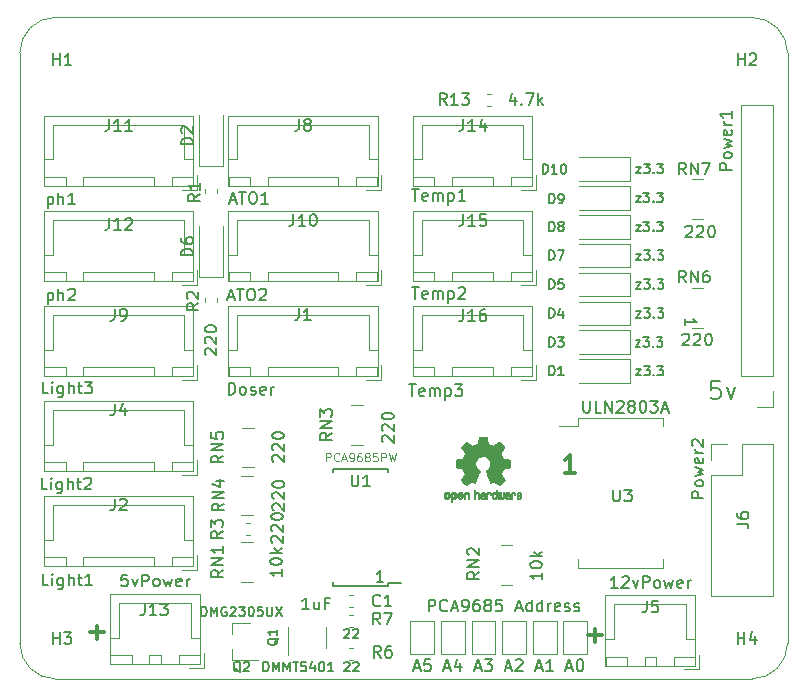
<source format=gbr>
%TF.GenerationSoftware,KiCad,Pcbnew,(5.1.7)-1*%
%TF.CreationDate,2022-01-16T10:28:54-05:00*%
%TF.ProjectId,reef-piHat,72656566-2d70-4694-9861-742e6b696361,rev?*%
%TF.SameCoordinates,Original*%
%TF.FileFunction,Legend,Top*%
%TF.FilePolarity,Positive*%
%FSLAX46Y46*%
G04 Gerber Fmt 4.6, Leading zero omitted, Abs format (unit mm)*
G04 Created by KiCad (PCBNEW (5.1.7)-1) date 2022-01-16 10:28:54*
%MOMM*%
%LPD*%
G01*
G04 APERTURE LIST*
%ADD10C,0.200000*%
%ADD11C,0.300000*%
%TA.AperFunction,Profile*%
%ADD12C,0.100000*%
%TD*%
%ADD13C,0.120000*%
%ADD14C,0.150000*%
%ADD15C,0.010000*%
%ADD16C,0.100000*%
G04 APERTURE END LIST*
D10*
X113162857Y-111102380D02*
X113162857Y-110102380D01*
X113543809Y-110102380D01*
X113639047Y-110150000D01*
X113686666Y-110197619D01*
X113734285Y-110292857D01*
X113734285Y-110435714D01*
X113686666Y-110530952D01*
X113639047Y-110578571D01*
X113543809Y-110626190D01*
X113162857Y-110626190D01*
X114734285Y-111007142D02*
X114686666Y-111054761D01*
X114543809Y-111102380D01*
X114448571Y-111102380D01*
X114305714Y-111054761D01*
X114210476Y-110959523D01*
X114162857Y-110864285D01*
X114115238Y-110673809D01*
X114115238Y-110530952D01*
X114162857Y-110340476D01*
X114210476Y-110245238D01*
X114305714Y-110150000D01*
X114448571Y-110102380D01*
X114543809Y-110102380D01*
X114686666Y-110150000D01*
X114734285Y-110197619D01*
X115115238Y-110816666D02*
X115591428Y-110816666D01*
X115020000Y-111102380D02*
X115353333Y-110102380D01*
X115686666Y-111102380D01*
X116067619Y-111102380D02*
X116258095Y-111102380D01*
X116353333Y-111054761D01*
X116400952Y-111007142D01*
X116496190Y-110864285D01*
X116543809Y-110673809D01*
X116543809Y-110292857D01*
X116496190Y-110197619D01*
X116448571Y-110150000D01*
X116353333Y-110102380D01*
X116162857Y-110102380D01*
X116067619Y-110150000D01*
X116020000Y-110197619D01*
X115972380Y-110292857D01*
X115972380Y-110530952D01*
X116020000Y-110626190D01*
X116067619Y-110673809D01*
X116162857Y-110721428D01*
X116353333Y-110721428D01*
X116448571Y-110673809D01*
X116496190Y-110626190D01*
X116543809Y-110530952D01*
X117400952Y-110102380D02*
X117210476Y-110102380D01*
X117115238Y-110150000D01*
X117067619Y-110197619D01*
X116972380Y-110340476D01*
X116924761Y-110530952D01*
X116924761Y-110911904D01*
X116972380Y-111007142D01*
X117020000Y-111054761D01*
X117115238Y-111102380D01*
X117305714Y-111102380D01*
X117400952Y-111054761D01*
X117448571Y-111007142D01*
X117496190Y-110911904D01*
X117496190Y-110673809D01*
X117448571Y-110578571D01*
X117400952Y-110530952D01*
X117305714Y-110483333D01*
X117115238Y-110483333D01*
X117020000Y-110530952D01*
X116972380Y-110578571D01*
X116924761Y-110673809D01*
X118067619Y-110530952D02*
X117972380Y-110483333D01*
X117924761Y-110435714D01*
X117877142Y-110340476D01*
X117877142Y-110292857D01*
X117924761Y-110197619D01*
X117972380Y-110150000D01*
X118067619Y-110102380D01*
X118258095Y-110102380D01*
X118353333Y-110150000D01*
X118400952Y-110197619D01*
X118448571Y-110292857D01*
X118448571Y-110340476D01*
X118400952Y-110435714D01*
X118353333Y-110483333D01*
X118258095Y-110530952D01*
X118067619Y-110530952D01*
X117972380Y-110578571D01*
X117924761Y-110626190D01*
X117877142Y-110721428D01*
X117877142Y-110911904D01*
X117924761Y-111007142D01*
X117972380Y-111054761D01*
X118067619Y-111102380D01*
X118258095Y-111102380D01*
X118353333Y-111054761D01*
X118400952Y-111007142D01*
X118448571Y-110911904D01*
X118448571Y-110721428D01*
X118400952Y-110626190D01*
X118353333Y-110578571D01*
X118258095Y-110530952D01*
X119353333Y-110102380D02*
X118877142Y-110102380D01*
X118829523Y-110578571D01*
X118877142Y-110530952D01*
X118972380Y-110483333D01*
X119210476Y-110483333D01*
X119305714Y-110530952D01*
X119353333Y-110578571D01*
X119400952Y-110673809D01*
X119400952Y-110911904D01*
X119353333Y-111007142D01*
X119305714Y-111054761D01*
X119210476Y-111102380D01*
X118972380Y-111102380D01*
X118877142Y-111054761D01*
X118829523Y-111007142D01*
X120543809Y-110816666D02*
X121020000Y-110816666D01*
X120448571Y-111102380D02*
X120781904Y-110102380D01*
X121115238Y-111102380D01*
X121877142Y-111102380D02*
X121877142Y-110102380D01*
X121877142Y-111054761D02*
X121781904Y-111102380D01*
X121591428Y-111102380D01*
X121496190Y-111054761D01*
X121448571Y-111007142D01*
X121400952Y-110911904D01*
X121400952Y-110626190D01*
X121448571Y-110530952D01*
X121496190Y-110483333D01*
X121591428Y-110435714D01*
X121781904Y-110435714D01*
X121877142Y-110483333D01*
X122781904Y-111102380D02*
X122781904Y-110102380D01*
X122781904Y-111054761D02*
X122686666Y-111102380D01*
X122496190Y-111102380D01*
X122400952Y-111054761D01*
X122353333Y-111007142D01*
X122305714Y-110911904D01*
X122305714Y-110626190D01*
X122353333Y-110530952D01*
X122400952Y-110483333D01*
X122496190Y-110435714D01*
X122686666Y-110435714D01*
X122781904Y-110483333D01*
X123258095Y-111102380D02*
X123258095Y-110435714D01*
X123258095Y-110626190D02*
X123305714Y-110530952D01*
X123353333Y-110483333D01*
X123448571Y-110435714D01*
X123543809Y-110435714D01*
X124258095Y-111054761D02*
X124162857Y-111102380D01*
X123972380Y-111102380D01*
X123877142Y-111054761D01*
X123829523Y-110959523D01*
X123829523Y-110578571D01*
X123877142Y-110483333D01*
X123972380Y-110435714D01*
X124162857Y-110435714D01*
X124258095Y-110483333D01*
X124305714Y-110578571D01*
X124305714Y-110673809D01*
X123829523Y-110769047D01*
X124686666Y-111054761D02*
X124781904Y-111102380D01*
X124972380Y-111102380D01*
X125067619Y-111054761D01*
X125115238Y-110959523D01*
X125115238Y-110911904D01*
X125067619Y-110816666D01*
X124972380Y-110769047D01*
X124829523Y-110769047D01*
X124734285Y-110721428D01*
X124686666Y-110626190D01*
X124686666Y-110578571D01*
X124734285Y-110483333D01*
X124829523Y-110435714D01*
X124972380Y-110435714D01*
X125067619Y-110483333D01*
X125496190Y-111054761D02*
X125591428Y-111102380D01*
X125781904Y-111102380D01*
X125877142Y-111054761D01*
X125924761Y-110959523D01*
X125924761Y-110911904D01*
X125877142Y-110816666D01*
X125781904Y-110769047D01*
X125639047Y-110769047D01*
X125543809Y-110721428D01*
X125496190Y-110626190D01*
X125496190Y-110578571D01*
X125543809Y-110483333D01*
X125639047Y-110435714D01*
X125781904Y-110435714D01*
X125877142Y-110483333D01*
X137815714Y-91638571D02*
X137101428Y-91638571D01*
X137030000Y-92352857D01*
X137101428Y-92281428D01*
X137244285Y-92210000D01*
X137601428Y-92210000D01*
X137744285Y-92281428D01*
X137815714Y-92352857D01*
X137887142Y-92495714D01*
X137887142Y-92852857D01*
X137815714Y-92995714D01*
X137744285Y-93067142D01*
X137601428Y-93138571D01*
X137244285Y-93138571D01*
X137101428Y-93067142D01*
X137030000Y-92995714D01*
X138387142Y-92138571D02*
X138744285Y-93138571D01*
X139101428Y-92138571D01*
X109327914Y-108630980D02*
X108756485Y-108630980D01*
X109042200Y-108630980D02*
X109042200Y-107630980D01*
X108946961Y-107773838D01*
X108851723Y-107869076D01*
X108756485Y-107916695D01*
X134853419Y-86899714D02*
X134853419Y-86328285D01*
X134853419Y-86614000D02*
X135853419Y-86614000D01*
X135710561Y-86518761D01*
X135615323Y-86423523D01*
X135567704Y-86328285D01*
D11*
X125523571Y-99357571D02*
X124666428Y-99357571D01*
X125095000Y-99357571D02*
X125095000Y-97857571D01*
X124952142Y-98071857D01*
X124809285Y-98214714D01*
X124666428Y-98286142D01*
X84518571Y-112883142D02*
X85661428Y-112883142D01*
X85090000Y-113454571D02*
X85090000Y-112311714D01*
X126682571Y-113137142D02*
X127825428Y-113137142D01*
X127254000Y-113708571D02*
X127254000Y-112565714D01*
D12*
X78546356Y-63817611D02*
X78546356Y-113817611D01*
X78546356Y-63817611D02*
G75*
G02*
X81546356Y-60817611I3000000J0D01*
G01*
X140546356Y-60817611D02*
X81546356Y-60817611D01*
X140546356Y-60817611D02*
G75*
G02*
X143546356Y-63817611I0J-3000000D01*
G01*
X143546356Y-113817611D02*
X143546356Y-63817611D01*
X81546356Y-116817611D02*
G75*
G02*
X78546356Y-113817611I0J3000000D01*
G01*
X81546356Y-116817611D02*
X140546356Y-116817611D01*
X143546351Y-113822847D02*
G75*
G02*
X140546356Y-116817611I-2999995J5236D01*
G01*
D13*
X104490000Y-114190000D02*
X104490000Y-112390000D01*
X101270000Y-112390000D02*
X101270000Y-114840000D01*
D14*
X109716200Y-108737600D02*
X110791200Y-108737600D01*
X109716200Y-99012600D02*
X105066200Y-99012600D01*
X109716200Y-108962600D02*
X105066200Y-108962600D01*
X109716200Y-99012600D02*
X109716200Y-99337600D01*
X105066200Y-99012600D02*
X105066200Y-99337600D01*
X105066200Y-108962600D02*
X105066200Y-108637600D01*
X109716200Y-108962600D02*
X109716200Y-108737600D01*
D13*
X136420000Y-83760000D02*
X135420000Y-83760000D01*
X136420000Y-87120000D02*
X135420000Y-87120000D01*
X137100000Y-96968000D02*
X138430000Y-96968000D01*
X137100000Y-98298000D02*
X137100000Y-96968000D01*
X139700000Y-96968000D02*
X142300000Y-96968000D01*
X139700000Y-99568000D02*
X139700000Y-96968000D01*
X137100000Y-99568000D02*
X139700000Y-99568000D01*
X142300000Y-96968000D02*
X142300000Y-109788000D01*
X137100000Y-99568000D02*
X137100000Y-109788000D01*
X137100000Y-109788000D02*
X142300000Y-109788000D01*
X96540000Y-112060000D02*
X96540000Y-112990000D01*
X96540000Y-115220000D02*
X96540000Y-114290000D01*
X96540000Y-115220000D02*
X98700000Y-115220000D01*
X96540000Y-112060000D02*
X98000000Y-112060000D01*
X135750000Y-115730000D02*
X135750000Y-109760000D01*
X135750000Y-109760000D02*
X128130000Y-109760000D01*
X128130000Y-109760000D02*
X128130000Y-115730000D01*
X128130000Y-115730000D02*
X135750000Y-115730000D01*
X132440000Y-115720000D02*
X132440000Y-114970000D01*
X132440000Y-114970000D02*
X131440000Y-114970000D01*
X131440000Y-114970000D02*
X131440000Y-115720000D01*
X131440000Y-115720000D02*
X132440000Y-115720000D01*
X135740000Y-115720000D02*
X135740000Y-114970000D01*
X135740000Y-114970000D02*
X133940000Y-114970000D01*
X133940000Y-114970000D02*
X133940000Y-115720000D01*
X133940000Y-115720000D02*
X135740000Y-115720000D01*
X129940000Y-115720000D02*
X129940000Y-114970000D01*
X129940000Y-114970000D02*
X128140000Y-114970000D01*
X128140000Y-114970000D02*
X128140000Y-115720000D01*
X128140000Y-115720000D02*
X129940000Y-115720000D01*
X135740000Y-113470000D02*
X134990000Y-113470000D01*
X134990000Y-113470000D02*
X134990000Y-110520000D01*
X134990000Y-110520000D02*
X131940000Y-110520000D01*
X128140000Y-113470000D02*
X128890000Y-113470000D01*
X128890000Y-113470000D02*
X128890000Y-110520000D01*
X128890000Y-110520000D02*
X131940000Y-110520000D01*
X134790000Y-116020000D02*
X136040000Y-116020000D01*
X136040000Y-116020000D02*
X136040000Y-114770000D01*
X106395733Y-109726000D02*
X106738267Y-109726000D01*
X106395733Y-110746000D02*
X106738267Y-110746000D01*
X93830000Y-115600000D02*
X93830000Y-109630000D01*
X93830000Y-109630000D02*
X86210000Y-109630000D01*
X86210000Y-109630000D02*
X86210000Y-115600000D01*
X86210000Y-115600000D02*
X93830000Y-115600000D01*
X90520000Y-115590000D02*
X90520000Y-114840000D01*
X90520000Y-114840000D02*
X89520000Y-114840000D01*
X89520000Y-114840000D02*
X89520000Y-115590000D01*
X89520000Y-115590000D02*
X90520000Y-115590000D01*
X93820000Y-115590000D02*
X93820000Y-114840000D01*
X93820000Y-114840000D02*
X92020000Y-114840000D01*
X92020000Y-114840000D02*
X92020000Y-115590000D01*
X92020000Y-115590000D02*
X93820000Y-115590000D01*
X88020000Y-115590000D02*
X88020000Y-114840000D01*
X88020000Y-114840000D02*
X86220000Y-114840000D01*
X86220000Y-114840000D02*
X86220000Y-115590000D01*
X86220000Y-115590000D02*
X88020000Y-115590000D01*
X93820000Y-113340000D02*
X93070000Y-113340000D01*
X93070000Y-113340000D02*
X93070000Y-110390000D01*
X93070000Y-110390000D02*
X90020000Y-110390000D01*
X86220000Y-113340000D02*
X86970000Y-113340000D01*
X86970000Y-113340000D02*
X86970000Y-110390000D01*
X86970000Y-110390000D02*
X90020000Y-110390000D01*
X92870000Y-115890000D02*
X94120000Y-115890000D01*
X94120000Y-115890000D02*
X94120000Y-114640000D01*
X121940000Y-83152625D02*
X121940000Y-77182625D01*
X121940000Y-77182625D02*
X111820000Y-77182625D01*
X111820000Y-77182625D02*
X111820000Y-83152625D01*
X111820000Y-83152625D02*
X121940000Y-83152625D01*
X118630000Y-83142625D02*
X118630000Y-82392625D01*
X118630000Y-82392625D02*
X115130000Y-82392625D01*
X115130000Y-82392625D02*
X115130000Y-83142625D01*
X115130000Y-83142625D02*
X118630000Y-83142625D01*
X121930000Y-83142625D02*
X121930000Y-82392625D01*
X121930000Y-82392625D02*
X120130000Y-82392625D01*
X120130000Y-82392625D02*
X120130000Y-83142625D01*
X120130000Y-83142625D02*
X121930000Y-83142625D01*
X113630000Y-83142625D02*
X113630000Y-82392625D01*
X113630000Y-82392625D02*
X111830000Y-82392625D01*
X111830000Y-82392625D02*
X111830000Y-83142625D01*
X111830000Y-83142625D02*
X113630000Y-83142625D01*
X121930000Y-80892625D02*
X121180000Y-80892625D01*
X121180000Y-80892625D02*
X121180000Y-77942625D01*
X121180000Y-77942625D02*
X116880000Y-77942625D01*
X111830000Y-80892625D02*
X112580000Y-80892625D01*
X112580000Y-80892625D02*
X112580000Y-77942625D01*
X112580000Y-77942625D02*
X116880000Y-77942625D01*
X120980000Y-83442625D02*
X122230000Y-83442625D01*
X122230000Y-83442625D02*
X122230000Y-82192625D01*
X93514183Y-107588500D02*
X93514183Y-106338500D01*
X92264183Y-107588500D02*
X93514183Y-107588500D01*
X81364183Y-102088500D02*
X86914183Y-102088500D01*
X81364183Y-105038500D02*
X81364183Y-102088500D01*
X80614183Y-105038500D02*
X81364183Y-105038500D01*
X92464183Y-102088500D02*
X86914183Y-102088500D01*
X92464183Y-105038500D02*
X92464183Y-102088500D01*
X93214183Y-105038500D02*
X92464183Y-105038500D01*
X80614183Y-107288500D02*
X82414183Y-107288500D01*
X80614183Y-106538500D02*
X80614183Y-107288500D01*
X82414183Y-106538500D02*
X80614183Y-106538500D01*
X82414183Y-107288500D02*
X82414183Y-106538500D01*
X91414183Y-107288500D02*
X93214183Y-107288500D01*
X91414183Y-106538500D02*
X91414183Y-107288500D01*
X93214183Y-106538500D02*
X91414183Y-106538500D01*
X93214183Y-107288500D02*
X93214183Y-106538500D01*
X83914183Y-107288500D02*
X89914183Y-107288500D01*
X83914183Y-106538500D02*
X83914183Y-107288500D01*
X89914183Y-106538500D02*
X83914183Y-106538500D01*
X89914183Y-107288500D02*
X89914183Y-106538500D01*
X80604183Y-107298500D02*
X93224183Y-107298500D01*
X80604183Y-101328500D02*
X80604183Y-107298500D01*
X93224183Y-101328500D02*
X80604183Y-101328500D01*
X93224183Y-107298500D02*
X93224183Y-101328500D01*
X108832091Y-91201250D02*
X108832091Y-85231250D01*
X108832091Y-85231250D02*
X96212091Y-85231250D01*
X96212091Y-85231250D02*
X96212091Y-91201250D01*
X96212091Y-91201250D02*
X108832091Y-91201250D01*
X105522091Y-91191250D02*
X105522091Y-90441250D01*
X105522091Y-90441250D02*
X99522091Y-90441250D01*
X99522091Y-90441250D02*
X99522091Y-91191250D01*
X99522091Y-91191250D02*
X105522091Y-91191250D01*
X108822091Y-91191250D02*
X108822091Y-90441250D01*
X108822091Y-90441250D02*
X107022091Y-90441250D01*
X107022091Y-90441250D02*
X107022091Y-91191250D01*
X107022091Y-91191250D02*
X108822091Y-91191250D01*
X98022091Y-91191250D02*
X98022091Y-90441250D01*
X98022091Y-90441250D02*
X96222091Y-90441250D01*
X96222091Y-90441250D02*
X96222091Y-91191250D01*
X96222091Y-91191250D02*
X98022091Y-91191250D01*
X108822091Y-88941250D02*
X108072091Y-88941250D01*
X108072091Y-88941250D02*
X108072091Y-85991250D01*
X108072091Y-85991250D02*
X102522091Y-85991250D01*
X96222091Y-88941250D02*
X96972091Y-88941250D01*
X96972091Y-88941250D02*
X96972091Y-85991250D01*
X96972091Y-85991250D02*
X102522091Y-85991250D01*
X107872091Y-91491250D02*
X109122091Y-91491250D01*
X109122091Y-91491250D02*
X109122091Y-90241250D01*
X93514183Y-99539875D02*
X93514183Y-98289875D01*
X92264183Y-99539875D02*
X93514183Y-99539875D01*
X81364183Y-94039875D02*
X86914183Y-94039875D01*
X81364183Y-96989875D02*
X81364183Y-94039875D01*
X80614183Y-96989875D02*
X81364183Y-96989875D01*
X92464183Y-94039875D02*
X86914183Y-94039875D01*
X92464183Y-96989875D02*
X92464183Y-94039875D01*
X93214183Y-96989875D02*
X92464183Y-96989875D01*
X80614183Y-99239875D02*
X82414183Y-99239875D01*
X80614183Y-98489875D02*
X80614183Y-99239875D01*
X82414183Y-98489875D02*
X80614183Y-98489875D01*
X82414183Y-99239875D02*
X82414183Y-98489875D01*
X91414183Y-99239875D02*
X93214183Y-99239875D01*
X91414183Y-98489875D02*
X91414183Y-99239875D01*
X93214183Y-98489875D02*
X91414183Y-98489875D01*
X93214183Y-99239875D02*
X93214183Y-98489875D01*
X83914183Y-99239875D02*
X89914183Y-99239875D01*
X83914183Y-98489875D02*
X83914183Y-99239875D01*
X89914183Y-98489875D02*
X83914183Y-98489875D01*
X89914183Y-99239875D02*
X89914183Y-98489875D01*
X80604183Y-99249875D02*
X93224183Y-99249875D01*
X80604183Y-93279875D02*
X80604183Y-99249875D01*
X93224183Y-93279875D02*
X80604183Y-93279875D01*
X93224183Y-99249875D02*
X93224183Y-93279875D01*
X109122091Y-75394000D02*
X109122091Y-74144000D01*
X107872091Y-75394000D02*
X109122091Y-75394000D01*
X96972091Y-69894000D02*
X102522091Y-69894000D01*
X96972091Y-72844000D02*
X96972091Y-69894000D01*
X96222091Y-72844000D02*
X96972091Y-72844000D01*
X108072091Y-69894000D02*
X102522091Y-69894000D01*
X108072091Y-72844000D02*
X108072091Y-69894000D01*
X108822091Y-72844000D02*
X108072091Y-72844000D01*
X96222091Y-75094000D02*
X98022091Y-75094000D01*
X96222091Y-74344000D02*
X96222091Y-75094000D01*
X98022091Y-74344000D02*
X96222091Y-74344000D01*
X98022091Y-75094000D02*
X98022091Y-74344000D01*
X107022091Y-75094000D02*
X108822091Y-75094000D01*
X107022091Y-74344000D02*
X107022091Y-75094000D01*
X108822091Y-74344000D02*
X107022091Y-74344000D01*
X108822091Y-75094000D02*
X108822091Y-74344000D01*
X99522091Y-75094000D02*
X105522091Y-75094000D01*
X99522091Y-74344000D02*
X99522091Y-75094000D01*
X105522091Y-74344000D02*
X99522091Y-74344000D01*
X105522091Y-75094000D02*
X105522091Y-74344000D01*
X96212091Y-75104000D02*
X108832091Y-75104000D01*
X96212091Y-69134000D02*
X96212091Y-75104000D01*
X108832091Y-69134000D02*
X96212091Y-69134000D01*
X108832091Y-75104000D02*
X108832091Y-69134000D01*
X108832091Y-83152625D02*
X108832091Y-77182625D01*
X108832091Y-77182625D02*
X96212091Y-77182625D01*
X96212091Y-77182625D02*
X96212091Y-83152625D01*
X96212091Y-83152625D02*
X108832091Y-83152625D01*
X105522091Y-83142625D02*
X105522091Y-82392625D01*
X105522091Y-82392625D02*
X99522091Y-82392625D01*
X99522091Y-82392625D02*
X99522091Y-83142625D01*
X99522091Y-83142625D02*
X105522091Y-83142625D01*
X108822091Y-83142625D02*
X108822091Y-82392625D01*
X108822091Y-82392625D02*
X107022091Y-82392625D01*
X107022091Y-82392625D02*
X107022091Y-83142625D01*
X107022091Y-83142625D02*
X108822091Y-83142625D01*
X98022091Y-83142625D02*
X98022091Y-82392625D01*
X98022091Y-82392625D02*
X96222091Y-82392625D01*
X96222091Y-82392625D02*
X96222091Y-83142625D01*
X96222091Y-83142625D02*
X98022091Y-83142625D01*
X108822091Y-80892625D02*
X108072091Y-80892625D01*
X108072091Y-80892625D02*
X108072091Y-77942625D01*
X108072091Y-77942625D02*
X102522091Y-77942625D01*
X96222091Y-80892625D02*
X96972091Y-80892625D01*
X96972091Y-80892625D02*
X96972091Y-77942625D01*
X96972091Y-77942625D02*
X102522091Y-77942625D01*
X107872091Y-83442625D02*
X109122091Y-83442625D01*
X109122091Y-83442625D02*
X109122091Y-82192625D01*
X93514183Y-75394000D02*
X93514183Y-74144000D01*
X92264183Y-75394000D02*
X93514183Y-75394000D01*
X81364183Y-69894000D02*
X86914183Y-69894000D01*
X81364183Y-72844000D02*
X81364183Y-69894000D01*
X80614183Y-72844000D02*
X81364183Y-72844000D01*
X92464183Y-69894000D02*
X86914183Y-69894000D01*
X92464183Y-72844000D02*
X92464183Y-69894000D01*
X93214183Y-72844000D02*
X92464183Y-72844000D01*
X80614183Y-75094000D02*
X82414183Y-75094000D01*
X80614183Y-74344000D02*
X80614183Y-75094000D01*
X82414183Y-74344000D02*
X80614183Y-74344000D01*
X82414183Y-75094000D02*
X82414183Y-74344000D01*
X91414183Y-75094000D02*
X93214183Y-75094000D01*
X91414183Y-74344000D02*
X91414183Y-75094000D01*
X93214183Y-74344000D02*
X91414183Y-74344000D01*
X93214183Y-75094000D02*
X93214183Y-74344000D01*
X83914183Y-75094000D02*
X89914183Y-75094000D01*
X83914183Y-74344000D02*
X83914183Y-75094000D01*
X89914183Y-74344000D02*
X83914183Y-74344000D01*
X89914183Y-75094000D02*
X89914183Y-74344000D01*
X80604183Y-75104000D02*
X93224183Y-75104000D01*
X80604183Y-69134000D02*
X80604183Y-75104000D01*
X93224183Y-69134000D02*
X80604183Y-69134000D01*
X93224183Y-75104000D02*
X93224183Y-69134000D01*
X93224183Y-83152625D02*
X93224183Y-77182625D01*
X93224183Y-77182625D02*
X80604183Y-77182625D01*
X80604183Y-77182625D02*
X80604183Y-83152625D01*
X80604183Y-83152625D02*
X93224183Y-83152625D01*
X89914183Y-83142625D02*
X89914183Y-82392625D01*
X89914183Y-82392625D02*
X83914183Y-82392625D01*
X83914183Y-82392625D02*
X83914183Y-83142625D01*
X83914183Y-83142625D02*
X89914183Y-83142625D01*
X93214183Y-83142625D02*
X93214183Y-82392625D01*
X93214183Y-82392625D02*
X91414183Y-82392625D01*
X91414183Y-82392625D02*
X91414183Y-83142625D01*
X91414183Y-83142625D02*
X93214183Y-83142625D01*
X82414183Y-83142625D02*
X82414183Y-82392625D01*
X82414183Y-82392625D02*
X80614183Y-82392625D01*
X80614183Y-82392625D02*
X80614183Y-83142625D01*
X80614183Y-83142625D02*
X82414183Y-83142625D01*
X93214183Y-80892625D02*
X92464183Y-80892625D01*
X92464183Y-80892625D02*
X92464183Y-77942625D01*
X92464183Y-77942625D02*
X86914183Y-77942625D01*
X80614183Y-80892625D02*
X81364183Y-80892625D01*
X81364183Y-80892625D02*
X81364183Y-77942625D01*
X81364183Y-77942625D02*
X86914183Y-77942625D01*
X92264183Y-83442625D02*
X93514183Y-83442625D01*
X93514183Y-83442625D02*
X93514183Y-82192625D01*
X122230000Y-75394000D02*
X122230000Y-74144000D01*
X120980000Y-75394000D02*
X122230000Y-75394000D01*
X112580000Y-69894000D02*
X116880000Y-69894000D01*
X112580000Y-72844000D02*
X112580000Y-69894000D01*
X111830000Y-72844000D02*
X112580000Y-72844000D01*
X121180000Y-69894000D02*
X116880000Y-69894000D01*
X121180000Y-72844000D02*
X121180000Y-69894000D01*
X121930000Y-72844000D02*
X121180000Y-72844000D01*
X111830000Y-75094000D02*
X113630000Y-75094000D01*
X111830000Y-74344000D02*
X111830000Y-75094000D01*
X113630000Y-74344000D02*
X111830000Y-74344000D01*
X113630000Y-75094000D02*
X113630000Y-74344000D01*
X120130000Y-75094000D02*
X121930000Y-75094000D01*
X120130000Y-74344000D02*
X120130000Y-75094000D01*
X121930000Y-74344000D02*
X120130000Y-74344000D01*
X121930000Y-75094000D02*
X121930000Y-74344000D01*
X115130000Y-75094000D02*
X118630000Y-75094000D01*
X115130000Y-74344000D02*
X115130000Y-75094000D01*
X118630000Y-74344000D02*
X115130000Y-74344000D01*
X118630000Y-75094000D02*
X118630000Y-74344000D01*
X111820000Y-75104000D02*
X121940000Y-75104000D01*
X111820000Y-69134000D02*
X111820000Y-75104000D01*
X121940000Y-69134000D02*
X111820000Y-69134000D01*
X121940000Y-75104000D02*
X121940000Y-69134000D01*
X122230000Y-91491250D02*
X122230000Y-90241250D01*
X120980000Y-91491250D02*
X122230000Y-91491250D01*
X112580000Y-85991250D02*
X116880000Y-85991250D01*
X112580000Y-88941250D02*
X112580000Y-85991250D01*
X111830000Y-88941250D02*
X112580000Y-88941250D01*
X121180000Y-85991250D02*
X116880000Y-85991250D01*
X121180000Y-88941250D02*
X121180000Y-85991250D01*
X121930000Y-88941250D02*
X121180000Y-88941250D01*
X111830000Y-91191250D02*
X113630000Y-91191250D01*
X111830000Y-90441250D02*
X111830000Y-91191250D01*
X113630000Y-90441250D02*
X111830000Y-90441250D01*
X113630000Y-91191250D02*
X113630000Y-90441250D01*
X120130000Y-91191250D02*
X121930000Y-91191250D01*
X120130000Y-90441250D02*
X120130000Y-91191250D01*
X121930000Y-90441250D02*
X120130000Y-90441250D01*
X121930000Y-91191250D02*
X121930000Y-90441250D01*
X115130000Y-91191250D02*
X118630000Y-91191250D01*
X115130000Y-90441250D02*
X115130000Y-91191250D01*
X118630000Y-90441250D02*
X115130000Y-90441250D01*
X118630000Y-91191250D02*
X118630000Y-90441250D01*
X111820000Y-91201250D02*
X121940000Y-91201250D01*
X111820000Y-85231250D02*
X111820000Y-91201250D01*
X121940000Y-85231250D02*
X111820000Y-85231250D01*
X121940000Y-91201250D02*
X121940000Y-85231250D01*
X133030000Y-107420000D02*
X133030000Y-106700000D01*
X125810000Y-107420000D02*
X133030000Y-107420000D01*
X125810000Y-106700000D02*
X125810000Y-107420000D01*
X133030000Y-94700000D02*
X133030000Y-95420000D01*
X125810000Y-94700000D02*
X133030000Y-94700000D01*
X125810000Y-95420000D02*
X125810000Y-94700000D01*
X124195000Y-95420000D02*
X125810000Y-95420000D01*
X142300000Y-93786000D02*
X140970000Y-93786000D01*
X142300000Y-92456000D02*
X142300000Y-93786000D01*
X142300000Y-91186000D02*
X139640000Y-91186000D01*
X139640000Y-91186000D02*
X139640000Y-68266000D01*
X142300000Y-91186000D02*
X142300000Y-68266000D01*
X142300000Y-68266000D02*
X139640000Y-68266000D01*
X95260000Y-75716267D02*
X95260000Y-75373733D01*
X94240000Y-75716267D02*
X94240000Y-75373733D01*
X94240000Y-84946267D02*
X94240000Y-84603733D01*
X95260000Y-84946267D02*
X95260000Y-84603733D01*
X106443733Y-114190000D02*
X106786267Y-114190000D01*
X106443733Y-115210000D02*
X106786267Y-115210000D01*
X106438733Y-112400000D02*
X106781267Y-112400000D01*
X106438733Y-111380000D02*
X106781267Y-111380000D01*
X125866939Y-91768777D02*
X130166939Y-91768777D01*
X130166939Y-91768777D02*
X130166939Y-89768777D01*
X130166939Y-89768777D02*
X125866939Y-89768777D01*
X95742000Y-73380000D02*
X95742000Y-69080000D01*
X93742000Y-73380000D02*
X95742000Y-73380000D01*
X93742000Y-69080000D02*
X93742000Y-73380000D01*
X125866939Y-89323234D02*
X130166939Y-89323234D01*
X130166939Y-89323234D02*
X130166939Y-87323234D01*
X130166939Y-87323234D02*
X125866939Y-87323234D01*
X130166939Y-84877695D02*
X125866939Y-84877695D01*
X130166939Y-86877695D02*
X130166939Y-84877695D01*
X125866939Y-86877695D02*
X130166939Y-86877695D01*
X130166939Y-82432156D02*
X125866939Y-82432156D01*
X130166939Y-84432156D02*
X130166939Y-82432156D01*
X125866939Y-84432156D02*
X130166939Y-84432156D01*
X93750000Y-78470000D02*
X93750000Y-82770000D01*
X93750000Y-82770000D02*
X95750000Y-82770000D01*
X95750000Y-82770000D02*
X95750000Y-78470000D01*
X125866939Y-81986617D02*
X130166939Y-81986617D01*
X130166939Y-81986617D02*
X130166939Y-79986617D01*
X130166939Y-79986617D02*
X125866939Y-79986617D01*
X130166939Y-77541078D02*
X125866939Y-77541078D01*
X130166939Y-79541078D02*
X130166939Y-77541078D01*
X125866939Y-79541078D02*
X130166939Y-79541078D01*
X125866939Y-77095539D02*
X130166939Y-77095539D01*
X130166939Y-77095539D02*
X130166939Y-75095539D01*
X130166939Y-75095539D02*
X125866939Y-75095539D01*
X130166939Y-72650000D02*
X125866939Y-72650000D01*
X130166939Y-74650000D02*
X130166939Y-72650000D01*
X125866939Y-74650000D02*
X130166939Y-74650000D01*
X93514183Y-91491250D02*
X93514183Y-90241250D01*
X92264183Y-91491250D02*
X93514183Y-91491250D01*
X81364183Y-85991250D02*
X86914183Y-85991250D01*
X81364183Y-88941250D02*
X81364183Y-85991250D01*
X80614183Y-88941250D02*
X81364183Y-88941250D01*
X92464183Y-85991250D02*
X86914183Y-85991250D01*
X92464183Y-88941250D02*
X92464183Y-85991250D01*
X93214183Y-88941250D02*
X92464183Y-88941250D01*
X80614183Y-91191250D02*
X82414183Y-91191250D01*
X80614183Y-90441250D02*
X80614183Y-91191250D01*
X82414183Y-90441250D02*
X80614183Y-90441250D01*
X82414183Y-91191250D02*
X82414183Y-90441250D01*
X91414183Y-91191250D02*
X93214183Y-91191250D01*
X91414183Y-90441250D02*
X91414183Y-91191250D01*
X93214183Y-90441250D02*
X91414183Y-90441250D01*
X93214183Y-91191250D02*
X93214183Y-90441250D01*
X83914183Y-91191250D02*
X89914183Y-91191250D01*
X83914183Y-90441250D02*
X83914183Y-91191250D01*
X89914183Y-90441250D02*
X83914183Y-90441250D01*
X89914183Y-91191250D02*
X89914183Y-90441250D01*
X80604183Y-91201250D02*
X93224183Y-91201250D01*
X80604183Y-85231250D02*
X80604183Y-91201250D01*
X93224183Y-85231250D02*
X80604183Y-85231250D01*
X93224183Y-91201250D02*
X93224183Y-85231250D01*
X124551400Y-111885400D02*
X126551400Y-111885400D01*
X124551400Y-114685400D02*
X124551400Y-111885400D01*
X126551400Y-114685400D02*
X124551400Y-114685400D01*
X126551400Y-111885400D02*
X126551400Y-114685400D01*
X123986000Y-111885400D02*
X123986000Y-114685400D01*
X123986000Y-114685400D02*
X121986000Y-114685400D01*
X121986000Y-114685400D02*
X121986000Y-111885400D01*
X121986000Y-111885400D02*
X123986000Y-111885400D01*
X119395200Y-111885400D02*
X121395200Y-111885400D01*
X119395200Y-114685400D02*
X119395200Y-111885400D01*
X121395200Y-114685400D02*
X119395200Y-114685400D01*
X121395200Y-111885400D02*
X121395200Y-114685400D01*
X118804400Y-111885400D02*
X118804400Y-114685400D01*
X118804400Y-114685400D02*
X116804400Y-114685400D01*
X116804400Y-114685400D02*
X116804400Y-111885400D01*
X116804400Y-111885400D02*
X118804400Y-111885400D01*
X119250000Y-108887200D02*
X120250000Y-108887200D01*
X119250000Y-105527200D02*
X120250000Y-105527200D01*
X107560000Y-93650000D02*
X106560000Y-93650000D01*
X107560000Y-97010000D02*
X106560000Y-97010000D01*
X98301000Y-99609000D02*
X97301000Y-99609000D01*
X98301000Y-102969000D02*
X97301000Y-102969000D01*
X98353500Y-98898500D02*
X97353500Y-98898500D01*
X98353500Y-95538500D02*
X97353500Y-95538500D01*
X136420000Y-77900000D02*
X135420000Y-77900000D01*
X136420000Y-74540000D02*
X135420000Y-74540000D01*
X118123733Y-68328000D02*
X118466267Y-68328000D01*
X118123733Y-67308000D02*
X118466267Y-67308000D01*
X114213600Y-111885400D02*
X116213600Y-111885400D01*
X114213600Y-114685400D02*
X114213600Y-111885400D01*
X116213600Y-114685400D02*
X114213600Y-114685400D01*
X116213600Y-111885400D02*
X116213600Y-114685400D01*
X113622800Y-111885400D02*
X113622800Y-114685400D01*
X113622800Y-114685400D02*
X111622800Y-114685400D01*
X111622800Y-114685400D02*
X111622800Y-111885400D01*
X111622800Y-111885400D02*
X113622800Y-111885400D01*
X98301000Y-105260200D02*
X97301000Y-105260200D01*
X98301000Y-108620200D02*
X97301000Y-108620200D01*
D15*
G36*
X115339744Y-100979918D02*
G01*
X115395201Y-101007568D01*
X115444148Y-101058480D01*
X115457629Y-101077338D01*
X115472314Y-101102015D01*
X115481842Y-101128816D01*
X115487293Y-101164587D01*
X115489747Y-101216169D01*
X115490286Y-101284267D01*
X115487852Y-101377588D01*
X115479394Y-101447657D01*
X115463174Y-101499931D01*
X115437454Y-101539869D01*
X115400497Y-101572929D01*
X115397782Y-101574886D01*
X115361360Y-101594908D01*
X115317502Y-101604815D01*
X115261724Y-101607257D01*
X115171048Y-101607257D01*
X115171010Y-101695283D01*
X115170166Y-101744308D01*
X115165024Y-101773065D01*
X115151587Y-101790311D01*
X115125858Y-101804808D01*
X115119679Y-101807769D01*
X115090764Y-101821648D01*
X115068376Y-101830414D01*
X115051729Y-101831171D01*
X115040036Y-101821023D01*
X115032510Y-101797073D01*
X115028366Y-101756426D01*
X115026815Y-101696186D01*
X115027071Y-101613455D01*
X115028349Y-101505339D01*
X115028748Y-101473000D01*
X115030185Y-101361524D01*
X115031472Y-101288603D01*
X115170971Y-101288603D01*
X115171755Y-101350499D01*
X115175240Y-101390997D01*
X115183124Y-101417708D01*
X115197105Y-101438244D01*
X115206597Y-101448260D01*
X115245404Y-101477567D01*
X115279763Y-101479952D01*
X115315216Y-101455750D01*
X115316114Y-101454857D01*
X115330539Y-101436153D01*
X115339313Y-101410732D01*
X115343739Y-101371584D01*
X115345118Y-101311697D01*
X115345143Y-101298430D01*
X115341812Y-101215901D01*
X115330969Y-101158691D01*
X115311340Y-101123766D01*
X115281650Y-101108094D01*
X115264491Y-101106514D01*
X115223766Y-101113926D01*
X115195832Y-101138330D01*
X115179017Y-101182980D01*
X115171650Y-101251130D01*
X115170971Y-101288603D01*
X115031472Y-101288603D01*
X115031708Y-101275245D01*
X115033677Y-101210333D01*
X115036450Y-101162958D01*
X115040388Y-101129290D01*
X115045849Y-101105498D01*
X115053192Y-101087753D01*
X115062777Y-101072224D01*
X115066887Y-101066381D01*
X115121405Y-101011185D01*
X115190336Y-100979890D01*
X115270072Y-100971165D01*
X115339744Y-100979918D01*
G37*
X115339744Y-100979918D02*
X115395201Y-101007568D01*
X115444148Y-101058480D01*
X115457629Y-101077338D01*
X115472314Y-101102015D01*
X115481842Y-101128816D01*
X115487293Y-101164587D01*
X115489747Y-101216169D01*
X115490286Y-101284267D01*
X115487852Y-101377588D01*
X115479394Y-101447657D01*
X115463174Y-101499931D01*
X115437454Y-101539869D01*
X115400497Y-101572929D01*
X115397782Y-101574886D01*
X115361360Y-101594908D01*
X115317502Y-101604815D01*
X115261724Y-101607257D01*
X115171048Y-101607257D01*
X115171010Y-101695283D01*
X115170166Y-101744308D01*
X115165024Y-101773065D01*
X115151587Y-101790311D01*
X115125858Y-101804808D01*
X115119679Y-101807769D01*
X115090764Y-101821648D01*
X115068376Y-101830414D01*
X115051729Y-101831171D01*
X115040036Y-101821023D01*
X115032510Y-101797073D01*
X115028366Y-101756426D01*
X115026815Y-101696186D01*
X115027071Y-101613455D01*
X115028349Y-101505339D01*
X115028748Y-101473000D01*
X115030185Y-101361524D01*
X115031472Y-101288603D01*
X115170971Y-101288603D01*
X115171755Y-101350499D01*
X115175240Y-101390997D01*
X115183124Y-101417708D01*
X115197105Y-101438244D01*
X115206597Y-101448260D01*
X115245404Y-101477567D01*
X115279763Y-101479952D01*
X115315216Y-101455750D01*
X115316114Y-101454857D01*
X115330539Y-101436153D01*
X115339313Y-101410732D01*
X115343739Y-101371584D01*
X115345118Y-101311697D01*
X115345143Y-101298430D01*
X115341812Y-101215901D01*
X115330969Y-101158691D01*
X115311340Y-101123766D01*
X115281650Y-101108094D01*
X115264491Y-101106514D01*
X115223766Y-101113926D01*
X115195832Y-101138330D01*
X115179017Y-101182980D01*
X115171650Y-101251130D01*
X115170971Y-101288603D01*
X115031472Y-101288603D01*
X115031708Y-101275245D01*
X115033677Y-101210333D01*
X115036450Y-101162958D01*
X115040388Y-101129290D01*
X115045849Y-101105498D01*
X115053192Y-101087753D01*
X115062777Y-101072224D01*
X115066887Y-101066381D01*
X115121405Y-101011185D01*
X115190336Y-100979890D01*
X115270072Y-100971165D01*
X115339744Y-100979918D01*
G36*
X116456093Y-100987780D02*
G01*
X116502672Y-101014723D01*
X116535057Y-101041466D01*
X116558742Y-101069484D01*
X116575059Y-101103748D01*
X116585339Y-101149227D01*
X116590914Y-101210892D01*
X116593116Y-101293711D01*
X116593371Y-101353246D01*
X116593371Y-101572391D01*
X116531686Y-101600044D01*
X116470000Y-101627697D01*
X116462743Y-101387670D01*
X116459744Y-101298028D01*
X116456598Y-101232962D01*
X116452701Y-101188026D01*
X116447447Y-101158770D01*
X116440231Y-101140748D01*
X116430450Y-101129511D01*
X116427312Y-101127079D01*
X116379761Y-101108083D01*
X116331697Y-101115600D01*
X116303086Y-101135543D01*
X116291447Y-101149675D01*
X116283391Y-101168220D01*
X116278271Y-101196334D01*
X116275441Y-101239173D01*
X116274256Y-101301895D01*
X116274057Y-101367261D01*
X116274018Y-101449268D01*
X116272614Y-101507316D01*
X116267914Y-101546465D01*
X116257987Y-101571780D01*
X116240903Y-101588323D01*
X116214732Y-101601156D01*
X116179775Y-101614491D01*
X116141596Y-101629007D01*
X116146141Y-101371389D01*
X116147971Y-101278519D01*
X116150112Y-101209889D01*
X116153181Y-101160711D01*
X116157794Y-101126198D01*
X116164568Y-101101562D01*
X116174119Y-101082016D01*
X116185634Y-101064770D01*
X116241190Y-101009680D01*
X116308980Y-100977822D01*
X116382713Y-100970191D01*
X116456093Y-100987780D01*
G37*
X116456093Y-100987780D02*
X116502672Y-101014723D01*
X116535057Y-101041466D01*
X116558742Y-101069484D01*
X116575059Y-101103748D01*
X116585339Y-101149227D01*
X116590914Y-101210892D01*
X116593116Y-101293711D01*
X116593371Y-101353246D01*
X116593371Y-101572391D01*
X116531686Y-101600044D01*
X116470000Y-101627697D01*
X116462743Y-101387670D01*
X116459744Y-101298028D01*
X116456598Y-101232962D01*
X116452701Y-101188026D01*
X116447447Y-101158770D01*
X116440231Y-101140748D01*
X116430450Y-101129511D01*
X116427312Y-101127079D01*
X116379761Y-101108083D01*
X116331697Y-101115600D01*
X116303086Y-101135543D01*
X116291447Y-101149675D01*
X116283391Y-101168220D01*
X116278271Y-101196334D01*
X116275441Y-101239173D01*
X116274256Y-101301895D01*
X116274057Y-101367261D01*
X116274018Y-101449268D01*
X116272614Y-101507316D01*
X116267914Y-101546465D01*
X116257987Y-101571780D01*
X116240903Y-101588323D01*
X116214732Y-101601156D01*
X116179775Y-101614491D01*
X116141596Y-101629007D01*
X116146141Y-101371389D01*
X116147971Y-101278519D01*
X116150112Y-101209889D01*
X116153181Y-101160711D01*
X116157794Y-101126198D01*
X116164568Y-101101562D01*
X116174119Y-101082016D01*
X116185634Y-101064770D01*
X116241190Y-101009680D01*
X116308980Y-100977822D01*
X116382713Y-100970191D01*
X116456093Y-100987780D01*
G36*
X114781115Y-100981962D02*
G01*
X114849145Y-101017733D01*
X114899351Y-101075301D01*
X114917185Y-101112312D01*
X114931063Y-101167882D01*
X114938167Y-101238096D01*
X114938840Y-101314727D01*
X114933427Y-101389552D01*
X114922270Y-101454342D01*
X114905714Y-101500873D01*
X114900626Y-101508887D01*
X114840355Y-101568707D01*
X114768769Y-101604535D01*
X114691092Y-101615020D01*
X114612548Y-101598810D01*
X114590689Y-101589092D01*
X114548122Y-101559143D01*
X114510763Y-101519433D01*
X114507232Y-101514397D01*
X114492881Y-101490124D01*
X114483394Y-101464178D01*
X114477790Y-101430022D01*
X114475086Y-101381119D01*
X114474299Y-101310935D01*
X114474286Y-101295200D01*
X114474322Y-101290192D01*
X114619429Y-101290192D01*
X114620273Y-101356430D01*
X114623596Y-101400386D01*
X114630583Y-101428779D01*
X114642416Y-101448325D01*
X114648457Y-101454857D01*
X114683186Y-101479680D01*
X114716903Y-101478548D01*
X114750995Y-101457016D01*
X114771329Y-101434029D01*
X114783371Y-101400478D01*
X114790134Y-101347569D01*
X114790598Y-101341399D01*
X114791752Y-101245513D01*
X114779688Y-101174299D01*
X114754570Y-101128194D01*
X114716560Y-101107635D01*
X114702992Y-101106514D01*
X114667364Y-101112152D01*
X114642994Y-101131686D01*
X114628093Y-101169042D01*
X114620875Y-101228150D01*
X114619429Y-101290192D01*
X114474322Y-101290192D01*
X114474826Y-101220413D01*
X114477096Y-101168159D01*
X114482068Y-101131949D01*
X114490713Y-101105299D01*
X114504005Y-101081722D01*
X114506943Y-101077338D01*
X114556313Y-101018249D01*
X114610109Y-100983947D01*
X114675602Y-100970331D01*
X114697842Y-100969665D01*
X114781115Y-100981962D01*
G37*
X114781115Y-100981962D02*
X114849145Y-101017733D01*
X114899351Y-101075301D01*
X114917185Y-101112312D01*
X114931063Y-101167882D01*
X114938167Y-101238096D01*
X114938840Y-101314727D01*
X114933427Y-101389552D01*
X114922270Y-101454342D01*
X114905714Y-101500873D01*
X114900626Y-101508887D01*
X114840355Y-101568707D01*
X114768769Y-101604535D01*
X114691092Y-101615020D01*
X114612548Y-101598810D01*
X114590689Y-101589092D01*
X114548122Y-101559143D01*
X114510763Y-101519433D01*
X114507232Y-101514397D01*
X114492881Y-101490124D01*
X114483394Y-101464178D01*
X114477790Y-101430022D01*
X114475086Y-101381119D01*
X114474299Y-101310935D01*
X114474286Y-101295200D01*
X114474322Y-101290192D01*
X114619429Y-101290192D01*
X114620273Y-101356430D01*
X114623596Y-101400386D01*
X114630583Y-101428779D01*
X114642416Y-101448325D01*
X114648457Y-101454857D01*
X114683186Y-101479680D01*
X114716903Y-101478548D01*
X114750995Y-101457016D01*
X114771329Y-101434029D01*
X114783371Y-101400478D01*
X114790134Y-101347569D01*
X114790598Y-101341399D01*
X114791752Y-101245513D01*
X114779688Y-101174299D01*
X114754570Y-101128194D01*
X114716560Y-101107635D01*
X114702992Y-101106514D01*
X114667364Y-101112152D01*
X114642994Y-101131686D01*
X114628093Y-101169042D01*
X114620875Y-101228150D01*
X114619429Y-101290192D01*
X114474322Y-101290192D01*
X114474826Y-101220413D01*
X114477096Y-101168159D01*
X114482068Y-101131949D01*
X114490713Y-101105299D01*
X114504005Y-101081722D01*
X114506943Y-101077338D01*
X114556313Y-101018249D01*
X114610109Y-100983947D01*
X114675602Y-100970331D01*
X114697842Y-100969665D01*
X114781115Y-100981962D01*
G36*
X115908303Y-100991239D02*
G01*
X115965527Y-101029735D01*
X116009749Y-101085335D01*
X116036167Y-101156086D01*
X116041510Y-101208162D01*
X116040903Y-101229893D01*
X116035822Y-101246531D01*
X116021855Y-101261437D01*
X115994589Y-101277973D01*
X115949612Y-101299498D01*
X115882511Y-101329374D01*
X115882171Y-101329524D01*
X115820407Y-101357813D01*
X115769759Y-101382933D01*
X115735404Y-101402179D01*
X115722518Y-101412848D01*
X115722514Y-101412934D01*
X115733872Y-101436166D01*
X115760431Y-101461774D01*
X115790923Y-101480221D01*
X115806370Y-101483886D01*
X115848515Y-101471212D01*
X115884808Y-101439471D01*
X115902517Y-101404572D01*
X115919552Y-101378845D01*
X115952922Y-101349546D01*
X115992149Y-101324235D01*
X116026756Y-101310471D01*
X116033993Y-101309714D01*
X116042139Y-101322160D01*
X116042630Y-101353972D01*
X116036643Y-101396866D01*
X116025357Y-101442558D01*
X116009950Y-101482761D01*
X116009171Y-101484322D01*
X115962804Y-101549062D01*
X115902711Y-101593097D01*
X115834465Y-101614711D01*
X115763638Y-101612185D01*
X115695804Y-101583804D01*
X115692788Y-101581808D01*
X115639427Y-101533448D01*
X115604340Y-101470352D01*
X115584922Y-101387387D01*
X115582316Y-101364078D01*
X115577701Y-101254055D01*
X115583233Y-101202748D01*
X115722514Y-101202748D01*
X115724324Y-101234753D01*
X115734222Y-101244093D01*
X115758898Y-101237105D01*
X115797795Y-101220587D01*
X115841275Y-101199881D01*
X115842356Y-101199333D01*
X115879209Y-101179949D01*
X115894000Y-101167013D01*
X115890353Y-101153451D01*
X115874995Y-101135632D01*
X115835923Y-101109845D01*
X115793846Y-101107950D01*
X115756103Y-101126717D01*
X115730034Y-101162915D01*
X115722514Y-101202748D01*
X115583233Y-101202748D01*
X115587194Y-101166027D01*
X115611550Y-101096212D01*
X115645456Y-101047302D01*
X115706653Y-100997878D01*
X115774063Y-100973359D01*
X115842880Y-100971797D01*
X115908303Y-100991239D01*
G37*
X115908303Y-100991239D02*
X115965527Y-101029735D01*
X116009749Y-101085335D01*
X116036167Y-101156086D01*
X116041510Y-101208162D01*
X116040903Y-101229893D01*
X116035822Y-101246531D01*
X116021855Y-101261437D01*
X115994589Y-101277973D01*
X115949612Y-101299498D01*
X115882511Y-101329374D01*
X115882171Y-101329524D01*
X115820407Y-101357813D01*
X115769759Y-101382933D01*
X115735404Y-101402179D01*
X115722518Y-101412848D01*
X115722514Y-101412934D01*
X115733872Y-101436166D01*
X115760431Y-101461774D01*
X115790923Y-101480221D01*
X115806370Y-101483886D01*
X115848515Y-101471212D01*
X115884808Y-101439471D01*
X115902517Y-101404572D01*
X115919552Y-101378845D01*
X115952922Y-101349546D01*
X115992149Y-101324235D01*
X116026756Y-101310471D01*
X116033993Y-101309714D01*
X116042139Y-101322160D01*
X116042630Y-101353972D01*
X116036643Y-101396866D01*
X116025357Y-101442558D01*
X116009950Y-101482761D01*
X116009171Y-101484322D01*
X115962804Y-101549062D01*
X115902711Y-101593097D01*
X115834465Y-101614711D01*
X115763638Y-101612185D01*
X115695804Y-101583804D01*
X115692788Y-101581808D01*
X115639427Y-101533448D01*
X115604340Y-101470352D01*
X115584922Y-101387387D01*
X115582316Y-101364078D01*
X115577701Y-101254055D01*
X115583233Y-101202748D01*
X115722514Y-101202748D01*
X115724324Y-101234753D01*
X115734222Y-101244093D01*
X115758898Y-101237105D01*
X115797795Y-101220587D01*
X115841275Y-101199881D01*
X115842356Y-101199333D01*
X115879209Y-101179949D01*
X115894000Y-101167013D01*
X115890353Y-101153451D01*
X115874995Y-101135632D01*
X115835923Y-101109845D01*
X115793846Y-101107950D01*
X115756103Y-101126717D01*
X115730034Y-101162915D01*
X115722514Y-101202748D01*
X115583233Y-101202748D01*
X115587194Y-101166027D01*
X115611550Y-101096212D01*
X115645456Y-101047302D01*
X115706653Y-100997878D01*
X115774063Y-100973359D01*
X115842880Y-100971797D01*
X115908303Y-100991239D01*
G36*
X117115886Y-100911289D02*
G01*
X117120139Y-100970613D01*
X117125025Y-101005572D01*
X117131795Y-101020820D01*
X117141702Y-101021015D01*
X117144914Y-101019195D01*
X117187644Y-101006015D01*
X117243227Y-101006785D01*
X117299737Y-101020333D01*
X117335082Y-101037861D01*
X117371321Y-101065861D01*
X117397813Y-101097549D01*
X117415999Y-101137813D01*
X117427322Y-101191543D01*
X117433222Y-101263626D01*
X117435143Y-101358951D01*
X117435177Y-101377237D01*
X117435200Y-101582646D01*
X117389491Y-101598580D01*
X117357027Y-101609420D01*
X117339215Y-101614468D01*
X117338691Y-101614514D01*
X117336937Y-101600828D01*
X117335444Y-101563076D01*
X117334326Y-101506224D01*
X117333697Y-101435234D01*
X117333600Y-101392073D01*
X117333398Y-101306973D01*
X117332358Y-101245981D01*
X117329831Y-101204177D01*
X117325164Y-101176642D01*
X117317707Y-101158456D01*
X117306811Y-101144698D01*
X117300007Y-101138073D01*
X117253272Y-101111375D01*
X117202272Y-101109375D01*
X117156001Y-101131955D01*
X117147444Y-101140107D01*
X117134893Y-101155436D01*
X117126188Y-101173618D01*
X117120631Y-101199909D01*
X117117526Y-101239562D01*
X117116176Y-101297832D01*
X117115886Y-101378173D01*
X117115886Y-101582646D01*
X117070177Y-101598580D01*
X117037713Y-101609420D01*
X117019901Y-101614468D01*
X117019377Y-101614514D01*
X117018037Y-101600623D01*
X117016828Y-101561439D01*
X117015801Y-101500700D01*
X117015002Y-101422141D01*
X117014481Y-101329498D01*
X117014286Y-101226509D01*
X117014286Y-100829342D01*
X117061457Y-100809444D01*
X117108629Y-100789547D01*
X117115886Y-100911289D01*
G37*
X117115886Y-100911289D02*
X117120139Y-100970613D01*
X117125025Y-101005572D01*
X117131795Y-101020820D01*
X117141702Y-101021015D01*
X117144914Y-101019195D01*
X117187644Y-101006015D01*
X117243227Y-101006785D01*
X117299737Y-101020333D01*
X117335082Y-101037861D01*
X117371321Y-101065861D01*
X117397813Y-101097549D01*
X117415999Y-101137813D01*
X117427322Y-101191543D01*
X117433222Y-101263626D01*
X117435143Y-101358951D01*
X117435177Y-101377237D01*
X117435200Y-101582646D01*
X117389491Y-101598580D01*
X117357027Y-101609420D01*
X117339215Y-101614468D01*
X117338691Y-101614514D01*
X117336937Y-101600828D01*
X117335444Y-101563076D01*
X117334326Y-101506224D01*
X117333697Y-101435234D01*
X117333600Y-101392073D01*
X117333398Y-101306973D01*
X117332358Y-101245981D01*
X117329831Y-101204177D01*
X117325164Y-101176642D01*
X117317707Y-101158456D01*
X117306811Y-101144698D01*
X117300007Y-101138073D01*
X117253272Y-101111375D01*
X117202272Y-101109375D01*
X117156001Y-101131955D01*
X117147444Y-101140107D01*
X117134893Y-101155436D01*
X117126188Y-101173618D01*
X117120631Y-101199909D01*
X117117526Y-101239562D01*
X117116176Y-101297832D01*
X117115886Y-101378173D01*
X117115886Y-101582646D01*
X117070177Y-101598580D01*
X117037713Y-101609420D01*
X117019901Y-101614468D01*
X117019377Y-101614514D01*
X117018037Y-101600623D01*
X117016828Y-101561439D01*
X117015801Y-101500700D01*
X117015002Y-101422141D01*
X117014481Y-101329498D01*
X117014286Y-101226509D01*
X117014286Y-100829342D01*
X117061457Y-100809444D01*
X117108629Y-100789547D01*
X117115886Y-100911289D01*
G36*
X117779744Y-101010968D02*
G01*
X117836616Y-101032087D01*
X117837267Y-101032493D01*
X117872440Y-101058380D01*
X117898407Y-101088633D01*
X117916670Y-101128058D01*
X117928732Y-101181462D01*
X117936096Y-101253651D01*
X117940264Y-101349432D01*
X117940629Y-101363078D01*
X117945876Y-101568842D01*
X117901716Y-101591678D01*
X117869763Y-101607110D01*
X117850470Y-101614423D01*
X117849578Y-101614514D01*
X117846239Y-101601022D01*
X117843587Y-101564626D01*
X117841956Y-101511452D01*
X117841600Y-101468393D01*
X117841592Y-101398641D01*
X117838403Y-101354837D01*
X117827288Y-101333944D01*
X117803501Y-101332925D01*
X117762296Y-101348741D01*
X117700086Y-101377815D01*
X117654341Y-101401963D01*
X117630813Y-101422913D01*
X117623896Y-101445747D01*
X117623886Y-101446877D01*
X117635299Y-101486212D01*
X117669092Y-101507462D01*
X117720809Y-101510539D01*
X117758061Y-101510006D01*
X117777703Y-101520735D01*
X117789952Y-101546505D01*
X117797002Y-101579337D01*
X117786842Y-101597966D01*
X117783017Y-101600632D01*
X117747001Y-101611340D01*
X117696566Y-101612856D01*
X117644626Y-101605759D01*
X117607822Y-101592788D01*
X117556938Y-101549585D01*
X117528014Y-101489446D01*
X117522286Y-101442462D01*
X117526657Y-101400082D01*
X117542475Y-101365488D01*
X117573797Y-101334763D01*
X117624678Y-101303990D01*
X117699176Y-101269252D01*
X117703714Y-101267288D01*
X117770821Y-101236287D01*
X117812232Y-101210862D01*
X117829981Y-101188014D01*
X117826107Y-101164745D01*
X117802643Y-101138056D01*
X117795627Y-101131914D01*
X117748630Y-101108100D01*
X117699933Y-101109103D01*
X117657522Y-101132451D01*
X117629384Y-101175675D01*
X117626769Y-101184160D01*
X117601308Y-101225308D01*
X117569001Y-101245128D01*
X117522286Y-101264770D01*
X117522286Y-101213950D01*
X117536496Y-101140082D01*
X117578675Y-101072327D01*
X117600624Y-101049661D01*
X117650517Y-101020569D01*
X117713967Y-101007400D01*
X117779744Y-101010968D01*
G37*
X117779744Y-101010968D02*
X117836616Y-101032087D01*
X117837267Y-101032493D01*
X117872440Y-101058380D01*
X117898407Y-101088633D01*
X117916670Y-101128058D01*
X117928732Y-101181462D01*
X117936096Y-101253651D01*
X117940264Y-101349432D01*
X117940629Y-101363078D01*
X117945876Y-101568842D01*
X117901716Y-101591678D01*
X117869763Y-101607110D01*
X117850470Y-101614423D01*
X117849578Y-101614514D01*
X117846239Y-101601022D01*
X117843587Y-101564626D01*
X117841956Y-101511452D01*
X117841600Y-101468393D01*
X117841592Y-101398641D01*
X117838403Y-101354837D01*
X117827288Y-101333944D01*
X117803501Y-101332925D01*
X117762296Y-101348741D01*
X117700086Y-101377815D01*
X117654341Y-101401963D01*
X117630813Y-101422913D01*
X117623896Y-101445747D01*
X117623886Y-101446877D01*
X117635299Y-101486212D01*
X117669092Y-101507462D01*
X117720809Y-101510539D01*
X117758061Y-101510006D01*
X117777703Y-101520735D01*
X117789952Y-101546505D01*
X117797002Y-101579337D01*
X117786842Y-101597966D01*
X117783017Y-101600632D01*
X117747001Y-101611340D01*
X117696566Y-101612856D01*
X117644626Y-101605759D01*
X117607822Y-101592788D01*
X117556938Y-101549585D01*
X117528014Y-101489446D01*
X117522286Y-101442462D01*
X117526657Y-101400082D01*
X117542475Y-101365488D01*
X117573797Y-101334763D01*
X117624678Y-101303990D01*
X117699176Y-101269252D01*
X117703714Y-101267288D01*
X117770821Y-101236287D01*
X117812232Y-101210862D01*
X117829981Y-101188014D01*
X117826107Y-101164745D01*
X117802643Y-101138056D01*
X117795627Y-101131914D01*
X117748630Y-101108100D01*
X117699933Y-101109103D01*
X117657522Y-101132451D01*
X117629384Y-101175675D01*
X117626769Y-101184160D01*
X117601308Y-101225308D01*
X117569001Y-101245128D01*
X117522286Y-101264770D01*
X117522286Y-101213950D01*
X117536496Y-101140082D01*
X117578675Y-101072327D01*
X117600624Y-101049661D01*
X117650517Y-101020569D01*
X117713967Y-101007400D01*
X117779744Y-101010968D01*
G36*
X118269926Y-101009755D02*
G01*
X118335858Y-101034084D01*
X118389273Y-101077117D01*
X118410164Y-101107409D01*
X118432939Y-101162994D01*
X118432466Y-101203186D01*
X118408562Y-101230217D01*
X118399717Y-101234813D01*
X118361530Y-101249144D01*
X118342028Y-101245472D01*
X118335422Y-101221407D01*
X118335086Y-101208114D01*
X118322992Y-101159210D01*
X118291471Y-101124999D01*
X118247659Y-101108476D01*
X118198695Y-101112634D01*
X118158894Y-101134227D01*
X118145450Y-101146544D01*
X118135921Y-101161487D01*
X118129485Y-101184075D01*
X118125317Y-101219328D01*
X118122597Y-101272266D01*
X118120502Y-101347907D01*
X118119960Y-101371857D01*
X118117981Y-101453790D01*
X118115731Y-101511455D01*
X118112357Y-101549608D01*
X118107006Y-101573004D01*
X118098824Y-101586398D01*
X118086959Y-101594545D01*
X118079362Y-101598144D01*
X118047102Y-101610452D01*
X118028111Y-101614514D01*
X118021836Y-101600948D01*
X118018006Y-101559934D01*
X118016600Y-101490999D01*
X118017598Y-101393669D01*
X118017908Y-101378657D01*
X118020101Y-101289859D01*
X118022693Y-101225019D01*
X118026382Y-101179067D01*
X118031864Y-101146935D01*
X118039835Y-101123553D01*
X118050993Y-101103852D01*
X118056830Y-101095410D01*
X118090296Y-101058057D01*
X118127727Y-101029003D01*
X118132309Y-101026467D01*
X118199426Y-101006443D01*
X118269926Y-101009755D01*
G37*
X118269926Y-101009755D02*
X118335858Y-101034084D01*
X118389273Y-101077117D01*
X118410164Y-101107409D01*
X118432939Y-101162994D01*
X118432466Y-101203186D01*
X118408562Y-101230217D01*
X118399717Y-101234813D01*
X118361530Y-101249144D01*
X118342028Y-101245472D01*
X118335422Y-101221407D01*
X118335086Y-101208114D01*
X118322992Y-101159210D01*
X118291471Y-101124999D01*
X118247659Y-101108476D01*
X118198695Y-101112634D01*
X118158894Y-101134227D01*
X118145450Y-101146544D01*
X118135921Y-101161487D01*
X118129485Y-101184075D01*
X118125317Y-101219328D01*
X118122597Y-101272266D01*
X118120502Y-101347907D01*
X118119960Y-101371857D01*
X118117981Y-101453790D01*
X118115731Y-101511455D01*
X118112357Y-101549608D01*
X118107006Y-101573004D01*
X118098824Y-101586398D01*
X118086959Y-101594545D01*
X118079362Y-101598144D01*
X118047102Y-101610452D01*
X118028111Y-101614514D01*
X118021836Y-101600948D01*
X118018006Y-101559934D01*
X118016600Y-101490999D01*
X118017598Y-101393669D01*
X118017908Y-101378657D01*
X118020101Y-101289859D01*
X118022693Y-101225019D01*
X118026382Y-101179067D01*
X118031864Y-101146935D01*
X118039835Y-101123553D01*
X118050993Y-101103852D01*
X118056830Y-101095410D01*
X118090296Y-101058057D01*
X118127727Y-101029003D01*
X118132309Y-101026467D01*
X118199426Y-101006443D01*
X118269926Y-101009755D01*
G36*
X118930117Y-101125358D02*
G01*
X118929933Y-101233837D01*
X118929219Y-101317287D01*
X118927675Y-101379704D01*
X118925001Y-101425085D01*
X118920894Y-101457429D01*
X118915055Y-101480733D01*
X118907182Y-101498995D01*
X118901221Y-101509418D01*
X118851855Y-101565945D01*
X118789264Y-101601377D01*
X118720013Y-101614090D01*
X118650668Y-101602463D01*
X118609375Y-101581568D01*
X118566025Y-101545422D01*
X118536481Y-101501276D01*
X118518655Y-101443462D01*
X118510463Y-101366313D01*
X118509302Y-101309714D01*
X118509458Y-101305647D01*
X118610857Y-101305647D01*
X118611476Y-101370550D01*
X118614314Y-101413514D01*
X118620840Y-101441622D01*
X118632523Y-101461953D01*
X118646483Y-101477288D01*
X118693365Y-101506890D01*
X118743701Y-101509419D01*
X118791276Y-101484705D01*
X118794979Y-101481356D01*
X118810783Y-101463935D01*
X118820693Y-101443209D01*
X118826058Y-101412362D01*
X118828228Y-101364577D01*
X118828571Y-101311748D01*
X118827827Y-101245381D01*
X118824748Y-101201106D01*
X118818061Y-101172009D01*
X118806496Y-101151173D01*
X118797013Y-101140107D01*
X118752960Y-101112198D01*
X118702224Y-101108843D01*
X118653796Y-101130159D01*
X118644450Y-101138073D01*
X118628540Y-101155647D01*
X118618610Y-101176587D01*
X118613278Y-101207782D01*
X118611163Y-101256122D01*
X118610857Y-101305647D01*
X118509458Y-101305647D01*
X118512810Y-101218568D01*
X118524726Y-101150086D01*
X118547135Y-101098600D01*
X118582124Y-101058443D01*
X118609375Y-101037861D01*
X118658907Y-101015625D01*
X118716316Y-101005304D01*
X118769682Y-101008067D01*
X118799543Y-101019212D01*
X118811261Y-101022383D01*
X118819037Y-101010557D01*
X118824465Y-100978866D01*
X118828571Y-100930593D01*
X118833067Y-100876829D01*
X118839313Y-100844482D01*
X118850676Y-100825985D01*
X118870528Y-100813770D01*
X118883000Y-100808362D01*
X118930171Y-100788601D01*
X118930117Y-101125358D01*
G37*
X118930117Y-101125358D02*
X118929933Y-101233837D01*
X118929219Y-101317287D01*
X118927675Y-101379704D01*
X118925001Y-101425085D01*
X118920894Y-101457429D01*
X118915055Y-101480733D01*
X118907182Y-101498995D01*
X118901221Y-101509418D01*
X118851855Y-101565945D01*
X118789264Y-101601377D01*
X118720013Y-101614090D01*
X118650668Y-101602463D01*
X118609375Y-101581568D01*
X118566025Y-101545422D01*
X118536481Y-101501276D01*
X118518655Y-101443462D01*
X118510463Y-101366313D01*
X118509302Y-101309714D01*
X118509458Y-101305647D01*
X118610857Y-101305647D01*
X118611476Y-101370550D01*
X118614314Y-101413514D01*
X118620840Y-101441622D01*
X118632523Y-101461953D01*
X118646483Y-101477288D01*
X118693365Y-101506890D01*
X118743701Y-101509419D01*
X118791276Y-101484705D01*
X118794979Y-101481356D01*
X118810783Y-101463935D01*
X118820693Y-101443209D01*
X118826058Y-101412362D01*
X118828228Y-101364577D01*
X118828571Y-101311748D01*
X118827827Y-101245381D01*
X118824748Y-101201106D01*
X118818061Y-101172009D01*
X118806496Y-101151173D01*
X118797013Y-101140107D01*
X118752960Y-101112198D01*
X118702224Y-101108843D01*
X118653796Y-101130159D01*
X118644450Y-101138073D01*
X118628540Y-101155647D01*
X118618610Y-101176587D01*
X118613278Y-101207782D01*
X118611163Y-101256122D01*
X118610857Y-101305647D01*
X118509458Y-101305647D01*
X118512810Y-101218568D01*
X118524726Y-101150086D01*
X118547135Y-101098600D01*
X118582124Y-101058443D01*
X118609375Y-101037861D01*
X118658907Y-101015625D01*
X118716316Y-101005304D01*
X118769682Y-101008067D01*
X118799543Y-101019212D01*
X118811261Y-101022383D01*
X118819037Y-101010557D01*
X118824465Y-100978866D01*
X118828571Y-100930593D01*
X118833067Y-100876829D01*
X118839313Y-100844482D01*
X118850676Y-100825985D01*
X118870528Y-100813770D01*
X118883000Y-100808362D01*
X118930171Y-100788601D01*
X118930117Y-101125358D01*
G36*
X119519833Y-101018663D02*
G01*
X119522048Y-101056850D01*
X119523784Y-101114886D01*
X119524899Y-101188180D01*
X119525257Y-101265055D01*
X119525257Y-101525196D01*
X119479326Y-101571127D01*
X119447675Y-101599429D01*
X119419890Y-101610893D01*
X119381915Y-101610168D01*
X119366840Y-101608321D01*
X119319726Y-101602948D01*
X119280756Y-101599869D01*
X119271257Y-101599585D01*
X119239233Y-101601445D01*
X119193432Y-101606114D01*
X119175674Y-101608321D01*
X119132057Y-101611735D01*
X119102745Y-101604320D01*
X119073680Y-101581427D01*
X119063188Y-101571127D01*
X119017257Y-101525196D01*
X119017257Y-101038602D01*
X119054226Y-101021758D01*
X119086059Y-101009282D01*
X119104683Y-101004914D01*
X119109458Y-101018718D01*
X119113921Y-101057286D01*
X119117775Y-101116356D01*
X119120722Y-101191663D01*
X119122143Y-101255286D01*
X119126114Y-101505657D01*
X119160759Y-101510556D01*
X119192268Y-101507131D01*
X119207708Y-101496041D01*
X119212023Y-101475308D01*
X119215708Y-101431145D01*
X119218469Y-101369146D01*
X119220012Y-101294909D01*
X119220235Y-101256706D01*
X119220457Y-101036783D01*
X119266166Y-101020849D01*
X119298518Y-101010015D01*
X119316115Y-101004962D01*
X119316623Y-101004914D01*
X119318388Y-101018648D01*
X119320329Y-101056730D01*
X119322282Y-101114482D01*
X119324084Y-101187227D01*
X119325343Y-101255286D01*
X119329314Y-101505657D01*
X119416400Y-101505657D01*
X119420396Y-101277240D01*
X119424392Y-101048822D01*
X119466847Y-101026868D01*
X119498192Y-101011793D01*
X119516744Y-101004951D01*
X119517279Y-101004914D01*
X119519833Y-101018663D01*
G37*
X119519833Y-101018663D02*
X119522048Y-101056850D01*
X119523784Y-101114886D01*
X119524899Y-101188180D01*
X119525257Y-101265055D01*
X119525257Y-101525196D01*
X119479326Y-101571127D01*
X119447675Y-101599429D01*
X119419890Y-101610893D01*
X119381915Y-101610168D01*
X119366840Y-101608321D01*
X119319726Y-101602948D01*
X119280756Y-101599869D01*
X119271257Y-101599585D01*
X119239233Y-101601445D01*
X119193432Y-101606114D01*
X119175674Y-101608321D01*
X119132057Y-101611735D01*
X119102745Y-101604320D01*
X119073680Y-101581427D01*
X119063188Y-101571127D01*
X119017257Y-101525196D01*
X119017257Y-101038602D01*
X119054226Y-101021758D01*
X119086059Y-101009282D01*
X119104683Y-101004914D01*
X119109458Y-101018718D01*
X119113921Y-101057286D01*
X119117775Y-101116356D01*
X119120722Y-101191663D01*
X119122143Y-101255286D01*
X119126114Y-101505657D01*
X119160759Y-101510556D01*
X119192268Y-101507131D01*
X119207708Y-101496041D01*
X119212023Y-101475308D01*
X119215708Y-101431145D01*
X119218469Y-101369146D01*
X119220012Y-101294909D01*
X119220235Y-101256706D01*
X119220457Y-101036783D01*
X119266166Y-101020849D01*
X119298518Y-101010015D01*
X119316115Y-101004962D01*
X119316623Y-101004914D01*
X119318388Y-101018648D01*
X119320329Y-101056730D01*
X119322282Y-101114482D01*
X119324084Y-101187227D01*
X119325343Y-101255286D01*
X119329314Y-101505657D01*
X119416400Y-101505657D01*
X119420396Y-101277240D01*
X119424392Y-101048822D01*
X119466847Y-101026868D01*
X119498192Y-101011793D01*
X119516744Y-101004951D01*
X119517279Y-101004914D01*
X119519833Y-101018663D01*
G36*
X119884876Y-101016335D02*
G01*
X119926667Y-101035344D01*
X119959469Y-101058378D01*
X119983503Y-101084133D01*
X120000097Y-101117358D01*
X120010577Y-101162800D01*
X120016271Y-101225207D01*
X120018507Y-101309327D01*
X120018743Y-101364721D01*
X120018743Y-101580826D01*
X119981774Y-101597670D01*
X119952656Y-101609981D01*
X119938231Y-101614514D01*
X119935472Y-101601025D01*
X119933282Y-101564653D01*
X119931942Y-101511542D01*
X119931657Y-101469372D01*
X119930434Y-101408447D01*
X119927136Y-101360115D01*
X119922321Y-101330518D01*
X119918496Y-101324229D01*
X119892783Y-101330652D01*
X119852418Y-101347125D01*
X119805679Y-101369458D01*
X119760845Y-101393457D01*
X119726193Y-101414930D01*
X119710002Y-101429685D01*
X119709938Y-101429845D01*
X119711330Y-101457152D01*
X119723818Y-101483219D01*
X119745743Y-101504392D01*
X119777743Y-101511474D01*
X119805092Y-101510649D01*
X119843826Y-101510042D01*
X119864158Y-101519116D01*
X119876369Y-101543092D01*
X119877909Y-101547613D01*
X119883203Y-101581806D01*
X119869047Y-101602568D01*
X119832148Y-101612462D01*
X119792289Y-101614292D01*
X119720562Y-101600727D01*
X119683432Y-101581355D01*
X119637576Y-101535845D01*
X119613256Y-101479983D01*
X119611073Y-101420957D01*
X119631629Y-101365953D01*
X119662549Y-101331486D01*
X119693420Y-101312189D01*
X119741942Y-101287759D01*
X119798485Y-101262985D01*
X119807910Y-101259199D01*
X119870019Y-101231791D01*
X119905822Y-101207634D01*
X119917337Y-101183619D01*
X119906580Y-101156635D01*
X119888114Y-101135543D01*
X119844469Y-101109572D01*
X119796446Y-101107624D01*
X119752406Y-101127637D01*
X119720709Y-101167551D01*
X119716549Y-101177848D01*
X119692327Y-101215724D01*
X119656965Y-101243842D01*
X119612343Y-101266917D01*
X119612343Y-101201485D01*
X119614969Y-101161506D01*
X119626230Y-101129997D01*
X119651199Y-101096378D01*
X119675169Y-101070484D01*
X119712441Y-101033817D01*
X119741401Y-101014121D01*
X119772505Y-101006220D01*
X119807713Y-101004914D01*
X119884876Y-101016335D01*
G37*
X119884876Y-101016335D02*
X119926667Y-101035344D01*
X119959469Y-101058378D01*
X119983503Y-101084133D01*
X120000097Y-101117358D01*
X120010577Y-101162800D01*
X120016271Y-101225207D01*
X120018507Y-101309327D01*
X120018743Y-101364721D01*
X120018743Y-101580826D01*
X119981774Y-101597670D01*
X119952656Y-101609981D01*
X119938231Y-101614514D01*
X119935472Y-101601025D01*
X119933282Y-101564653D01*
X119931942Y-101511542D01*
X119931657Y-101469372D01*
X119930434Y-101408447D01*
X119927136Y-101360115D01*
X119922321Y-101330518D01*
X119918496Y-101324229D01*
X119892783Y-101330652D01*
X119852418Y-101347125D01*
X119805679Y-101369458D01*
X119760845Y-101393457D01*
X119726193Y-101414930D01*
X119710002Y-101429685D01*
X119709938Y-101429845D01*
X119711330Y-101457152D01*
X119723818Y-101483219D01*
X119745743Y-101504392D01*
X119777743Y-101511474D01*
X119805092Y-101510649D01*
X119843826Y-101510042D01*
X119864158Y-101519116D01*
X119876369Y-101543092D01*
X119877909Y-101547613D01*
X119883203Y-101581806D01*
X119869047Y-101602568D01*
X119832148Y-101612462D01*
X119792289Y-101614292D01*
X119720562Y-101600727D01*
X119683432Y-101581355D01*
X119637576Y-101535845D01*
X119613256Y-101479983D01*
X119611073Y-101420957D01*
X119631629Y-101365953D01*
X119662549Y-101331486D01*
X119693420Y-101312189D01*
X119741942Y-101287759D01*
X119798485Y-101262985D01*
X119807910Y-101259199D01*
X119870019Y-101231791D01*
X119905822Y-101207634D01*
X119917337Y-101183619D01*
X119906580Y-101156635D01*
X119888114Y-101135543D01*
X119844469Y-101109572D01*
X119796446Y-101107624D01*
X119752406Y-101127637D01*
X119720709Y-101167551D01*
X119716549Y-101177848D01*
X119692327Y-101215724D01*
X119656965Y-101243842D01*
X119612343Y-101266917D01*
X119612343Y-101201485D01*
X119614969Y-101161506D01*
X119626230Y-101129997D01*
X119651199Y-101096378D01*
X119675169Y-101070484D01*
X119712441Y-101033817D01*
X119741401Y-101014121D01*
X119772505Y-101006220D01*
X119807713Y-101004914D01*
X119884876Y-101016335D01*
G36*
X120392600Y-101018752D02*
G01*
X120409948Y-101026334D01*
X120451356Y-101059128D01*
X120486765Y-101106547D01*
X120508664Y-101157151D01*
X120512229Y-101182098D01*
X120500279Y-101216927D01*
X120474067Y-101235357D01*
X120445964Y-101246516D01*
X120433095Y-101248572D01*
X120426829Y-101233649D01*
X120414456Y-101201175D01*
X120409028Y-101186502D01*
X120378590Y-101135744D01*
X120334520Y-101110427D01*
X120278010Y-101111206D01*
X120273825Y-101112203D01*
X120243655Y-101126507D01*
X120221476Y-101154393D01*
X120206327Y-101199287D01*
X120197250Y-101264615D01*
X120193286Y-101353804D01*
X120192914Y-101401261D01*
X120192730Y-101476071D01*
X120191522Y-101527069D01*
X120188309Y-101559471D01*
X120182109Y-101578495D01*
X120171940Y-101589356D01*
X120156819Y-101597272D01*
X120155946Y-101597670D01*
X120126828Y-101609981D01*
X120112403Y-101614514D01*
X120110186Y-101600809D01*
X120108289Y-101562925D01*
X120106847Y-101505715D01*
X120105998Y-101434027D01*
X120105829Y-101381565D01*
X120106692Y-101280047D01*
X120110070Y-101203032D01*
X120117142Y-101146023D01*
X120129088Y-101104526D01*
X120147090Y-101074043D01*
X120172327Y-101050080D01*
X120197247Y-101033355D01*
X120257171Y-101011097D01*
X120326911Y-101006076D01*
X120392600Y-101018752D01*
G37*
X120392600Y-101018752D02*
X120409948Y-101026334D01*
X120451356Y-101059128D01*
X120486765Y-101106547D01*
X120508664Y-101157151D01*
X120512229Y-101182098D01*
X120500279Y-101216927D01*
X120474067Y-101235357D01*
X120445964Y-101246516D01*
X120433095Y-101248572D01*
X120426829Y-101233649D01*
X120414456Y-101201175D01*
X120409028Y-101186502D01*
X120378590Y-101135744D01*
X120334520Y-101110427D01*
X120278010Y-101111206D01*
X120273825Y-101112203D01*
X120243655Y-101126507D01*
X120221476Y-101154393D01*
X120206327Y-101199287D01*
X120197250Y-101264615D01*
X120193286Y-101353804D01*
X120192914Y-101401261D01*
X120192730Y-101476071D01*
X120191522Y-101527069D01*
X120188309Y-101559471D01*
X120182109Y-101578495D01*
X120171940Y-101589356D01*
X120156819Y-101597272D01*
X120155946Y-101597670D01*
X120126828Y-101609981D01*
X120112403Y-101614514D01*
X120110186Y-101600809D01*
X120108289Y-101562925D01*
X120106847Y-101505715D01*
X120105998Y-101434027D01*
X120105829Y-101381565D01*
X120106692Y-101280047D01*
X120110070Y-101203032D01*
X120117142Y-101146023D01*
X120129088Y-101104526D01*
X120147090Y-101074043D01*
X120172327Y-101050080D01*
X120197247Y-101033355D01*
X120257171Y-101011097D01*
X120326911Y-101006076D01*
X120392600Y-101018752D01*
G36*
X120893595Y-101026966D02*
G01*
X120951021Y-101064497D01*
X120978719Y-101098096D01*
X121000662Y-101159064D01*
X121002405Y-101207308D01*
X120998457Y-101271816D01*
X120849686Y-101336934D01*
X120777349Y-101370202D01*
X120730084Y-101396964D01*
X120705507Y-101420144D01*
X120701237Y-101442667D01*
X120714889Y-101467455D01*
X120729943Y-101483886D01*
X120773746Y-101510235D01*
X120821389Y-101512081D01*
X120865145Y-101491546D01*
X120897289Y-101450752D01*
X120903038Y-101436347D01*
X120930576Y-101391356D01*
X120962258Y-101372182D01*
X121005714Y-101355779D01*
X121005714Y-101417966D01*
X121001872Y-101460283D01*
X120986823Y-101495969D01*
X120955280Y-101536943D01*
X120950592Y-101542267D01*
X120915506Y-101578720D01*
X120885347Y-101598283D01*
X120847615Y-101607283D01*
X120816335Y-101610230D01*
X120760385Y-101610965D01*
X120720555Y-101601660D01*
X120695708Y-101587846D01*
X120656656Y-101557467D01*
X120629625Y-101524613D01*
X120612517Y-101483294D01*
X120603238Y-101427521D01*
X120599693Y-101351305D01*
X120599410Y-101312622D01*
X120600372Y-101266247D01*
X120688007Y-101266247D01*
X120689023Y-101291126D01*
X120691556Y-101295200D01*
X120708274Y-101289665D01*
X120744249Y-101275017D01*
X120792331Y-101254190D01*
X120802386Y-101249714D01*
X120863152Y-101218814D01*
X120896632Y-101191657D01*
X120903990Y-101166220D01*
X120886391Y-101140481D01*
X120871856Y-101129109D01*
X120819410Y-101106364D01*
X120770322Y-101110122D01*
X120729227Y-101137884D01*
X120700758Y-101187152D01*
X120691631Y-101226257D01*
X120688007Y-101266247D01*
X120600372Y-101266247D01*
X120601285Y-101222249D01*
X120608196Y-101155384D01*
X120621884Y-101106695D01*
X120644096Y-101070849D01*
X120676574Y-101042513D01*
X120690733Y-101033355D01*
X120755053Y-101009507D01*
X120825473Y-101008006D01*
X120893595Y-101026966D01*
G37*
X120893595Y-101026966D02*
X120951021Y-101064497D01*
X120978719Y-101098096D01*
X121000662Y-101159064D01*
X121002405Y-101207308D01*
X120998457Y-101271816D01*
X120849686Y-101336934D01*
X120777349Y-101370202D01*
X120730084Y-101396964D01*
X120705507Y-101420144D01*
X120701237Y-101442667D01*
X120714889Y-101467455D01*
X120729943Y-101483886D01*
X120773746Y-101510235D01*
X120821389Y-101512081D01*
X120865145Y-101491546D01*
X120897289Y-101450752D01*
X120903038Y-101436347D01*
X120930576Y-101391356D01*
X120962258Y-101372182D01*
X121005714Y-101355779D01*
X121005714Y-101417966D01*
X121001872Y-101460283D01*
X120986823Y-101495969D01*
X120955280Y-101536943D01*
X120950592Y-101542267D01*
X120915506Y-101578720D01*
X120885347Y-101598283D01*
X120847615Y-101607283D01*
X120816335Y-101610230D01*
X120760385Y-101610965D01*
X120720555Y-101601660D01*
X120695708Y-101587846D01*
X120656656Y-101557467D01*
X120629625Y-101524613D01*
X120612517Y-101483294D01*
X120603238Y-101427521D01*
X120599693Y-101351305D01*
X120599410Y-101312622D01*
X120600372Y-101266247D01*
X120688007Y-101266247D01*
X120689023Y-101291126D01*
X120691556Y-101295200D01*
X120708274Y-101289665D01*
X120744249Y-101275017D01*
X120792331Y-101254190D01*
X120802386Y-101249714D01*
X120863152Y-101218814D01*
X120896632Y-101191657D01*
X120903990Y-101166220D01*
X120886391Y-101140481D01*
X120871856Y-101129109D01*
X120819410Y-101106364D01*
X120770322Y-101110122D01*
X120729227Y-101137884D01*
X120700758Y-101187152D01*
X120691631Y-101226257D01*
X120688007Y-101266247D01*
X120600372Y-101266247D01*
X120601285Y-101222249D01*
X120608196Y-101155384D01*
X120621884Y-101106695D01*
X120644096Y-101070849D01*
X120676574Y-101042513D01*
X120690733Y-101033355D01*
X120755053Y-101009507D01*
X120825473Y-101008006D01*
X120893595Y-101026966D01*
G36*
X117843910Y-96302348D02*
G01*
X117922454Y-96302778D01*
X117979298Y-96303942D01*
X118018105Y-96306207D01*
X118042538Y-96309940D01*
X118056262Y-96315506D01*
X118062940Y-96323273D01*
X118066236Y-96333605D01*
X118066556Y-96334943D01*
X118071562Y-96359079D01*
X118080829Y-96406701D01*
X118093392Y-96472741D01*
X118108287Y-96552128D01*
X118124551Y-96639796D01*
X118125119Y-96642875D01*
X118141410Y-96728789D01*
X118156652Y-96804696D01*
X118169861Y-96866045D01*
X118180054Y-96908282D01*
X118186248Y-96926855D01*
X118186543Y-96927184D01*
X118204788Y-96936253D01*
X118242405Y-96951367D01*
X118291271Y-96969262D01*
X118291543Y-96969358D01*
X118353093Y-96992493D01*
X118425657Y-97021965D01*
X118494057Y-97051597D01*
X118497294Y-97053062D01*
X118608702Y-97103626D01*
X118855399Y-96935160D01*
X118931077Y-96883803D01*
X118999631Y-96837889D01*
X119057088Y-96800030D01*
X119099476Y-96772837D01*
X119122825Y-96758921D01*
X119125042Y-96757889D01*
X119142010Y-96762484D01*
X119173701Y-96784655D01*
X119221352Y-96825447D01*
X119286198Y-96885905D01*
X119352397Y-96950227D01*
X119416214Y-97013612D01*
X119473329Y-97071451D01*
X119520305Y-97120175D01*
X119553703Y-97156210D01*
X119570085Y-97175984D01*
X119570694Y-97177002D01*
X119572505Y-97190572D01*
X119565683Y-97212733D01*
X119548540Y-97246478D01*
X119519393Y-97294800D01*
X119476555Y-97360692D01*
X119419448Y-97445517D01*
X119368766Y-97520177D01*
X119323461Y-97587140D01*
X119286150Y-97642516D01*
X119259452Y-97682420D01*
X119245985Y-97702962D01*
X119245137Y-97704356D01*
X119246781Y-97724038D01*
X119259245Y-97762293D01*
X119280048Y-97811889D01*
X119287462Y-97827728D01*
X119319814Y-97898290D01*
X119354328Y-97978353D01*
X119382365Y-98047629D01*
X119402568Y-98099045D01*
X119418615Y-98138119D01*
X119427888Y-98158541D01*
X119429041Y-98160114D01*
X119446096Y-98162721D01*
X119486298Y-98169863D01*
X119544302Y-98180523D01*
X119614763Y-98193685D01*
X119692335Y-98208333D01*
X119771672Y-98223449D01*
X119847431Y-98238018D01*
X119914264Y-98251022D01*
X119966828Y-98261445D01*
X119999776Y-98268270D01*
X120007857Y-98270199D01*
X120016205Y-98274962D01*
X120022506Y-98285718D01*
X120027045Y-98306098D01*
X120030104Y-98339734D01*
X120031967Y-98390255D01*
X120032918Y-98461292D01*
X120033240Y-98556476D01*
X120033257Y-98595492D01*
X120033257Y-98912799D01*
X119957057Y-98927839D01*
X119914663Y-98935995D01*
X119851400Y-98947899D01*
X119774962Y-98962116D01*
X119693043Y-98977210D01*
X119670400Y-98981355D01*
X119594806Y-98996053D01*
X119528953Y-99010505D01*
X119478366Y-99023375D01*
X119448574Y-99033322D01*
X119443612Y-99036287D01*
X119431426Y-99057283D01*
X119413953Y-99097967D01*
X119394577Y-99150322D01*
X119390734Y-99161600D01*
X119365339Y-99231523D01*
X119333817Y-99310418D01*
X119302969Y-99381266D01*
X119302817Y-99381595D01*
X119251447Y-99492733D01*
X119420399Y-99741253D01*
X119589352Y-99989772D01*
X119372429Y-100207058D01*
X119306819Y-100271726D01*
X119246979Y-100328733D01*
X119196267Y-100375033D01*
X119158046Y-100407584D01*
X119135675Y-100423343D01*
X119132466Y-100424343D01*
X119113626Y-100416469D01*
X119075180Y-100394578D01*
X119021330Y-100361267D01*
X118956276Y-100319131D01*
X118885940Y-100271943D01*
X118814555Y-100223810D01*
X118750908Y-100181928D01*
X118699041Y-100148871D01*
X118662995Y-100127218D01*
X118646867Y-100119543D01*
X118627189Y-100126037D01*
X118589875Y-100143150D01*
X118542621Y-100167326D01*
X118537612Y-100170013D01*
X118473977Y-100201927D01*
X118430341Y-100217579D01*
X118403202Y-100217745D01*
X118389057Y-100203204D01*
X118388975Y-100203000D01*
X118381905Y-100185779D01*
X118365042Y-100144899D01*
X118339695Y-100083525D01*
X118307171Y-100004819D01*
X118268778Y-99911947D01*
X118225822Y-99808072D01*
X118184222Y-99707502D01*
X118138504Y-99596516D01*
X118096526Y-99493703D01*
X118059548Y-99402215D01*
X118028827Y-99325201D01*
X118005622Y-99265815D01*
X117991190Y-99227209D01*
X117986743Y-99212800D01*
X117997896Y-99196272D01*
X118027069Y-99169930D01*
X118065971Y-99140887D01*
X118176757Y-99049039D01*
X118263351Y-98943759D01*
X118324716Y-98827266D01*
X118359815Y-98701776D01*
X118367608Y-98569507D01*
X118361943Y-98508457D01*
X118331078Y-98381795D01*
X118277920Y-98269941D01*
X118205767Y-98174001D01*
X118117917Y-98095076D01*
X118017665Y-98034270D01*
X117908310Y-97992687D01*
X117793147Y-97971428D01*
X117675475Y-97971599D01*
X117558590Y-97994301D01*
X117445789Y-98040638D01*
X117340369Y-98111713D01*
X117296368Y-98151911D01*
X117211979Y-98255129D01*
X117153222Y-98367925D01*
X117119704Y-98487010D01*
X117111035Y-98609095D01*
X117126823Y-98730893D01*
X117166678Y-98849116D01*
X117230207Y-98960475D01*
X117317021Y-99061684D01*
X117414029Y-99140887D01*
X117454437Y-99171162D01*
X117482982Y-99197219D01*
X117493257Y-99212825D01*
X117487877Y-99229843D01*
X117472575Y-99270500D01*
X117448612Y-99331642D01*
X117417244Y-99410119D01*
X117379732Y-99502780D01*
X117337333Y-99606472D01*
X117295663Y-99707526D01*
X117249690Y-99818607D01*
X117207107Y-99921541D01*
X117169221Y-100013165D01*
X117137340Y-100090316D01*
X117112771Y-100149831D01*
X117096820Y-100188544D01*
X117090910Y-100203000D01*
X117076948Y-100217685D01*
X117049940Y-100217642D01*
X117006413Y-100202099D01*
X116942890Y-100170284D01*
X116942388Y-100170013D01*
X116894560Y-100145323D01*
X116855897Y-100127338D01*
X116834095Y-100119614D01*
X116833133Y-100119543D01*
X116816721Y-100127378D01*
X116780487Y-100149165D01*
X116728474Y-100182328D01*
X116664725Y-100224291D01*
X116594060Y-100271943D01*
X116522116Y-100320191D01*
X116457274Y-100362151D01*
X116403735Y-100395227D01*
X116365697Y-100416821D01*
X116347533Y-100424343D01*
X116330808Y-100414457D01*
X116297180Y-100386826D01*
X116250010Y-100344495D01*
X116192658Y-100290505D01*
X116128484Y-100227899D01*
X116107497Y-100206983D01*
X115890499Y-99989623D01*
X116055668Y-99747220D01*
X116105864Y-99672781D01*
X116149919Y-99605972D01*
X116185362Y-99550665D01*
X116209719Y-99510729D01*
X116220522Y-99490036D01*
X116220838Y-99488563D01*
X116215143Y-99469058D01*
X116199826Y-99429822D01*
X116177537Y-99377430D01*
X116161893Y-99342355D01*
X116132641Y-99275201D01*
X116105094Y-99207358D01*
X116083737Y-99150034D01*
X116077935Y-99132572D01*
X116061452Y-99085938D01*
X116045340Y-99049905D01*
X116036490Y-99036287D01*
X116016960Y-99027952D01*
X115974334Y-99016137D01*
X115914145Y-99002181D01*
X115841922Y-98987422D01*
X115809600Y-98981355D01*
X115727522Y-98966273D01*
X115648795Y-98951669D01*
X115581109Y-98938980D01*
X115532160Y-98929642D01*
X115522943Y-98927839D01*
X115446743Y-98912799D01*
X115446743Y-98595492D01*
X115446914Y-98491154D01*
X115447616Y-98412213D01*
X115449134Y-98355038D01*
X115451749Y-98315999D01*
X115455746Y-98291465D01*
X115461409Y-98277805D01*
X115469020Y-98271389D01*
X115472143Y-98270199D01*
X115490978Y-98265980D01*
X115532588Y-98257562D01*
X115591630Y-98245961D01*
X115662757Y-98232195D01*
X115740625Y-98217280D01*
X115819887Y-98202232D01*
X115895198Y-98188069D01*
X115961213Y-98175806D01*
X116012587Y-98166461D01*
X116043975Y-98161050D01*
X116050959Y-98160114D01*
X116057285Y-98147596D01*
X116071290Y-98114246D01*
X116090355Y-98066377D01*
X116097634Y-98047629D01*
X116126996Y-97975195D01*
X116161571Y-97895170D01*
X116192537Y-97827728D01*
X116215323Y-97776159D01*
X116230482Y-97733785D01*
X116235542Y-97707834D01*
X116234736Y-97704356D01*
X116224041Y-97687936D01*
X116199620Y-97651417D01*
X116164095Y-97598687D01*
X116120087Y-97533635D01*
X116070217Y-97460151D01*
X116060356Y-97445645D01*
X116002492Y-97359704D01*
X115959956Y-97294261D01*
X115931054Y-97246304D01*
X115914090Y-97212820D01*
X115907367Y-97190795D01*
X115909190Y-97177217D01*
X115909236Y-97177131D01*
X115923586Y-97159297D01*
X115955323Y-97124817D01*
X116001010Y-97077268D01*
X116057204Y-97020222D01*
X116120468Y-96957255D01*
X116127602Y-96950227D01*
X116207330Y-96873020D01*
X116268857Y-96816330D01*
X116313421Y-96779110D01*
X116342257Y-96760315D01*
X116354958Y-96757889D01*
X116373494Y-96768471D01*
X116411961Y-96792916D01*
X116466386Y-96828612D01*
X116532798Y-96872947D01*
X116607225Y-96923311D01*
X116624601Y-96935160D01*
X116871297Y-97103626D01*
X116982706Y-97053062D01*
X117050457Y-97023595D01*
X117123183Y-96993959D01*
X117185703Y-96970330D01*
X117188457Y-96969358D01*
X117237360Y-96951457D01*
X117275057Y-96936320D01*
X117293425Y-96927210D01*
X117293456Y-96927184D01*
X117299285Y-96910717D01*
X117309192Y-96870219D01*
X117322195Y-96810242D01*
X117337309Y-96735340D01*
X117353552Y-96650064D01*
X117354881Y-96642875D01*
X117371175Y-96555014D01*
X117386133Y-96475260D01*
X117398791Y-96408681D01*
X117408186Y-96360347D01*
X117413354Y-96335325D01*
X117413444Y-96334943D01*
X117416589Y-96324299D01*
X117422704Y-96316262D01*
X117435453Y-96310467D01*
X117458500Y-96306547D01*
X117495509Y-96304135D01*
X117550144Y-96302865D01*
X117626067Y-96302371D01*
X117726944Y-96302286D01*
X117740000Y-96302286D01*
X117843910Y-96302348D01*
G37*
X117843910Y-96302348D02*
X117922454Y-96302778D01*
X117979298Y-96303942D01*
X118018105Y-96306207D01*
X118042538Y-96309940D01*
X118056262Y-96315506D01*
X118062940Y-96323273D01*
X118066236Y-96333605D01*
X118066556Y-96334943D01*
X118071562Y-96359079D01*
X118080829Y-96406701D01*
X118093392Y-96472741D01*
X118108287Y-96552128D01*
X118124551Y-96639796D01*
X118125119Y-96642875D01*
X118141410Y-96728789D01*
X118156652Y-96804696D01*
X118169861Y-96866045D01*
X118180054Y-96908282D01*
X118186248Y-96926855D01*
X118186543Y-96927184D01*
X118204788Y-96936253D01*
X118242405Y-96951367D01*
X118291271Y-96969262D01*
X118291543Y-96969358D01*
X118353093Y-96992493D01*
X118425657Y-97021965D01*
X118494057Y-97051597D01*
X118497294Y-97053062D01*
X118608702Y-97103626D01*
X118855399Y-96935160D01*
X118931077Y-96883803D01*
X118999631Y-96837889D01*
X119057088Y-96800030D01*
X119099476Y-96772837D01*
X119122825Y-96758921D01*
X119125042Y-96757889D01*
X119142010Y-96762484D01*
X119173701Y-96784655D01*
X119221352Y-96825447D01*
X119286198Y-96885905D01*
X119352397Y-96950227D01*
X119416214Y-97013612D01*
X119473329Y-97071451D01*
X119520305Y-97120175D01*
X119553703Y-97156210D01*
X119570085Y-97175984D01*
X119570694Y-97177002D01*
X119572505Y-97190572D01*
X119565683Y-97212733D01*
X119548540Y-97246478D01*
X119519393Y-97294800D01*
X119476555Y-97360692D01*
X119419448Y-97445517D01*
X119368766Y-97520177D01*
X119323461Y-97587140D01*
X119286150Y-97642516D01*
X119259452Y-97682420D01*
X119245985Y-97702962D01*
X119245137Y-97704356D01*
X119246781Y-97724038D01*
X119259245Y-97762293D01*
X119280048Y-97811889D01*
X119287462Y-97827728D01*
X119319814Y-97898290D01*
X119354328Y-97978353D01*
X119382365Y-98047629D01*
X119402568Y-98099045D01*
X119418615Y-98138119D01*
X119427888Y-98158541D01*
X119429041Y-98160114D01*
X119446096Y-98162721D01*
X119486298Y-98169863D01*
X119544302Y-98180523D01*
X119614763Y-98193685D01*
X119692335Y-98208333D01*
X119771672Y-98223449D01*
X119847431Y-98238018D01*
X119914264Y-98251022D01*
X119966828Y-98261445D01*
X119999776Y-98268270D01*
X120007857Y-98270199D01*
X120016205Y-98274962D01*
X120022506Y-98285718D01*
X120027045Y-98306098D01*
X120030104Y-98339734D01*
X120031967Y-98390255D01*
X120032918Y-98461292D01*
X120033240Y-98556476D01*
X120033257Y-98595492D01*
X120033257Y-98912799D01*
X119957057Y-98927839D01*
X119914663Y-98935995D01*
X119851400Y-98947899D01*
X119774962Y-98962116D01*
X119693043Y-98977210D01*
X119670400Y-98981355D01*
X119594806Y-98996053D01*
X119528953Y-99010505D01*
X119478366Y-99023375D01*
X119448574Y-99033322D01*
X119443612Y-99036287D01*
X119431426Y-99057283D01*
X119413953Y-99097967D01*
X119394577Y-99150322D01*
X119390734Y-99161600D01*
X119365339Y-99231523D01*
X119333817Y-99310418D01*
X119302969Y-99381266D01*
X119302817Y-99381595D01*
X119251447Y-99492733D01*
X119420399Y-99741253D01*
X119589352Y-99989772D01*
X119372429Y-100207058D01*
X119306819Y-100271726D01*
X119246979Y-100328733D01*
X119196267Y-100375033D01*
X119158046Y-100407584D01*
X119135675Y-100423343D01*
X119132466Y-100424343D01*
X119113626Y-100416469D01*
X119075180Y-100394578D01*
X119021330Y-100361267D01*
X118956276Y-100319131D01*
X118885940Y-100271943D01*
X118814555Y-100223810D01*
X118750908Y-100181928D01*
X118699041Y-100148871D01*
X118662995Y-100127218D01*
X118646867Y-100119543D01*
X118627189Y-100126037D01*
X118589875Y-100143150D01*
X118542621Y-100167326D01*
X118537612Y-100170013D01*
X118473977Y-100201927D01*
X118430341Y-100217579D01*
X118403202Y-100217745D01*
X118389057Y-100203204D01*
X118388975Y-100203000D01*
X118381905Y-100185779D01*
X118365042Y-100144899D01*
X118339695Y-100083525D01*
X118307171Y-100004819D01*
X118268778Y-99911947D01*
X118225822Y-99808072D01*
X118184222Y-99707502D01*
X118138504Y-99596516D01*
X118096526Y-99493703D01*
X118059548Y-99402215D01*
X118028827Y-99325201D01*
X118005622Y-99265815D01*
X117991190Y-99227209D01*
X117986743Y-99212800D01*
X117997896Y-99196272D01*
X118027069Y-99169930D01*
X118065971Y-99140887D01*
X118176757Y-99049039D01*
X118263351Y-98943759D01*
X118324716Y-98827266D01*
X118359815Y-98701776D01*
X118367608Y-98569507D01*
X118361943Y-98508457D01*
X118331078Y-98381795D01*
X118277920Y-98269941D01*
X118205767Y-98174001D01*
X118117917Y-98095076D01*
X118017665Y-98034270D01*
X117908310Y-97992687D01*
X117793147Y-97971428D01*
X117675475Y-97971599D01*
X117558590Y-97994301D01*
X117445789Y-98040638D01*
X117340369Y-98111713D01*
X117296368Y-98151911D01*
X117211979Y-98255129D01*
X117153222Y-98367925D01*
X117119704Y-98487010D01*
X117111035Y-98609095D01*
X117126823Y-98730893D01*
X117166678Y-98849116D01*
X117230207Y-98960475D01*
X117317021Y-99061684D01*
X117414029Y-99140887D01*
X117454437Y-99171162D01*
X117482982Y-99197219D01*
X117493257Y-99212825D01*
X117487877Y-99229843D01*
X117472575Y-99270500D01*
X117448612Y-99331642D01*
X117417244Y-99410119D01*
X117379732Y-99502780D01*
X117337333Y-99606472D01*
X117295663Y-99707526D01*
X117249690Y-99818607D01*
X117207107Y-99921541D01*
X117169221Y-100013165D01*
X117137340Y-100090316D01*
X117112771Y-100149831D01*
X117096820Y-100188544D01*
X117090910Y-100203000D01*
X117076948Y-100217685D01*
X117049940Y-100217642D01*
X117006413Y-100202099D01*
X116942890Y-100170284D01*
X116942388Y-100170013D01*
X116894560Y-100145323D01*
X116855897Y-100127338D01*
X116834095Y-100119614D01*
X116833133Y-100119543D01*
X116816721Y-100127378D01*
X116780487Y-100149165D01*
X116728474Y-100182328D01*
X116664725Y-100224291D01*
X116594060Y-100271943D01*
X116522116Y-100320191D01*
X116457274Y-100362151D01*
X116403735Y-100395227D01*
X116365697Y-100416821D01*
X116347533Y-100424343D01*
X116330808Y-100414457D01*
X116297180Y-100386826D01*
X116250010Y-100344495D01*
X116192658Y-100290505D01*
X116128484Y-100227899D01*
X116107497Y-100206983D01*
X115890499Y-99989623D01*
X116055668Y-99747220D01*
X116105864Y-99672781D01*
X116149919Y-99605972D01*
X116185362Y-99550665D01*
X116209719Y-99510729D01*
X116220522Y-99490036D01*
X116220838Y-99488563D01*
X116215143Y-99469058D01*
X116199826Y-99429822D01*
X116177537Y-99377430D01*
X116161893Y-99342355D01*
X116132641Y-99275201D01*
X116105094Y-99207358D01*
X116083737Y-99150034D01*
X116077935Y-99132572D01*
X116061452Y-99085938D01*
X116045340Y-99049905D01*
X116036490Y-99036287D01*
X116016960Y-99027952D01*
X115974334Y-99016137D01*
X115914145Y-99002181D01*
X115841922Y-98987422D01*
X115809600Y-98981355D01*
X115727522Y-98966273D01*
X115648795Y-98951669D01*
X115581109Y-98938980D01*
X115532160Y-98929642D01*
X115522943Y-98927839D01*
X115446743Y-98912799D01*
X115446743Y-98595492D01*
X115446914Y-98491154D01*
X115447616Y-98412213D01*
X115449134Y-98355038D01*
X115451749Y-98315999D01*
X115455746Y-98291465D01*
X115461409Y-98277805D01*
X115469020Y-98271389D01*
X115472143Y-98270199D01*
X115490978Y-98265980D01*
X115532588Y-98257562D01*
X115591630Y-98245961D01*
X115662757Y-98232195D01*
X115740625Y-98217280D01*
X115819887Y-98202232D01*
X115895198Y-98188069D01*
X115961213Y-98175806D01*
X116012587Y-98166461D01*
X116043975Y-98161050D01*
X116050959Y-98160114D01*
X116057285Y-98147596D01*
X116071290Y-98114246D01*
X116090355Y-98066377D01*
X116097634Y-98047629D01*
X116126996Y-97975195D01*
X116161571Y-97895170D01*
X116192537Y-97827728D01*
X116215323Y-97776159D01*
X116230482Y-97733785D01*
X116235542Y-97707834D01*
X116234736Y-97704356D01*
X116224041Y-97687936D01*
X116199620Y-97651417D01*
X116164095Y-97598687D01*
X116120087Y-97533635D01*
X116070217Y-97460151D01*
X116060356Y-97445645D01*
X116002492Y-97359704D01*
X115959956Y-97294261D01*
X115931054Y-97246304D01*
X115914090Y-97212820D01*
X115907367Y-97190795D01*
X115909190Y-97177217D01*
X115909236Y-97177131D01*
X115923586Y-97159297D01*
X115955323Y-97124817D01*
X116001010Y-97077268D01*
X116057204Y-97020222D01*
X116120468Y-96957255D01*
X116127602Y-96950227D01*
X116207330Y-96873020D01*
X116268857Y-96816330D01*
X116313421Y-96779110D01*
X116342257Y-96760315D01*
X116354958Y-96757889D01*
X116373494Y-96768471D01*
X116411961Y-96792916D01*
X116466386Y-96828612D01*
X116532798Y-96872947D01*
X116607225Y-96923311D01*
X116624601Y-96935160D01*
X116871297Y-97103626D01*
X116982706Y-97053062D01*
X117050457Y-97023595D01*
X117123183Y-96993959D01*
X117185703Y-96970330D01*
X117188457Y-96969358D01*
X117237360Y-96951457D01*
X117275057Y-96936320D01*
X117293425Y-96927210D01*
X117293456Y-96927184D01*
X117299285Y-96910717D01*
X117309192Y-96870219D01*
X117322195Y-96810242D01*
X117337309Y-96735340D01*
X117353552Y-96650064D01*
X117354881Y-96642875D01*
X117371175Y-96555014D01*
X117386133Y-96475260D01*
X117398791Y-96408681D01*
X117408186Y-96360347D01*
X117413354Y-96335325D01*
X117413444Y-96334943D01*
X117416589Y-96324299D01*
X117422704Y-96316262D01*
X117435453Y-96310467D01*
X117458500Y-96306547D01*
X117495509Y-96304135D01*
X117550144Y-96302865D01*
X117626067Y-96302371D01*
X117726944Y-96302286D01*
X117740000Y-96302286D01*
X117843910Y-96302348D01*
D13*
X98026067Y-103630000D02*
X97683533Y-103630000D01*
X98026067Y-104650000D02*
X97683533Y-104650000D01*
D14*
X100418095Y-113366190D02*
X100380000Y-113442380D01*
X100303809Y-113518571D01*
X100189523Y-113632857D01*
X100151428Y-113709047D01*
X100151428Y-113785238D01*
X100341904Y-113747142D02*
X100303809Y-113823333D01*
X100227619Y-113899523D01*
X100075238Y-113937619D01*
X99808571Y-113937619D01*
X99656190Y-113899523D01*
X99580000Y-113823333D01*
X99541904Y-113747142D01*
X99541904Y-113594761D01*
X99580000Y-113518571D01*
X99656190Y-113442380D01*
X99808571Y-113404285D01*
X100075238Y-113404285D01*
X100227619Y-113442380D01*
X100303809Y-113518571D01*
X100341904Y-113594761D01*
X100341904Y-113747142D01*
X100341904Y-112642380D02*
X100341904Y-113099523D01*
X100341904Y-112870952D02*
X99541904Y-112870952D01*
X99656190Y-112947142D01*
X99732380Y-113023333D01*
X99770476Y-113099523D01*
X99155619Y-116185904D02*
X99155619Y-115385904D01*
X99346095Y-115385904D01*
X99460380Y-115424000D01*
X99536571Y-115500190D01*
X99574666Y-115576380D01*
X99612761Y-115728761D01*
X99612761Y-115843047D01*
X99574666Y-115995428D01*
X99536571Y-116071619D01*
X99460380Y-116147809D01*
X99346095Y-116185904D01*
X99155619Y-116185904D01*
X99955619Y-116185904D02*
X99955619Y-115385904D01*
X100222285Y-115957333D01*
X100488952Y-115385904D01*
X100488952Y-116185904D01*
X100869904Y-116185904D02*
X100869904Y-115385904D01*
X101136571Y-115957333D01*
X101403238Y-115385904D01*
X101403238Y-116185904D01*
X101669904Y-115385904D02*
X102127047Y-115385904D01*
X101898476Y-116185904D02*
X101898476Y-115385904D01*
X102774666Y-115385904D02*
X102393714Y-115385904D01*
X102355619Y-115766857D01*
X102393714Y-115728761D01*
X102469904Y-115690666D01*
X102660380Y-115690666D01*
X102736571Y-115728761D01*
X102774666Y-115766857D01*
X102812761Y-115843047D01*
X102812761Y-116033523D01*
X102774666Y-116109714D01*
X102736571Y-116147809D01*
X102660380Y-116185904D01*
X102469904Y-116185904D01*
X102393714Y-116147809D01*
X102355619Y-116109714D01*
X103498476Y-115652571D02*
X103498476Y-116185904D01*
X103308000Y-115347809D02*
X103117523Y-115919238D01*
X103612761Y-115919238D01*
X104069904Y-115385904D02*
X104146095Y-115385904D01*
X104222285Y-115424000D01*
X104260380Y-115462095D01*
X104298476Y-115538285D01*
X104336571Y-115690666D01*
X104336571Y-115881142D01*
X104298476Y-116033523D01*
X104260380Y-116109714D01*
X104222285Y-116147809D01*
X104146095Y-116185904D01*
X104069904Y-116185904D01*
X103993714Y-116147809D01*
X103955619Y-116109714D01*
X103917523Y-116033523D01*
X103879428Y-115881142D01*
X103879428Y-115690666D01*
X103917523Y-115538285D01*
X103955619Y-115462095D01*
X103993714Y-115424000D01*
X104069904Y-115385904D01*
X105098476Y-116185904D02*
X104641333Y-116185904D01*
X104869904Y-116185904D02*
X104869904Y-115385904D01*
X104793714Y-115500190D01*
X104717523Y-115576380D01*
X104641333Y-115614476D01*
X106629295Y-99528380D02*
X106629295Y-100337904D01*
X106676914Y-100433142D01*
X106724533Y-100480761D01*
X106819771Y-100528380D01*
X107010247Y-100528380D01*
X107105485Y-100480761D01*
X107153104Y-100433142D01*
X107200723Y-100337904D01*
X107200723Y-99528380D01*
X108200723Y-100528380D02*
X107629295Y-100528380D01*
X107915009Y-100528380D02*
X107915009Y-99528380D01*
X107819771Y-99671238D01*
X107724533Y-99766476D01*
X107629295Y-99814095D01*
D16*
X104474533Y-98404266D02*
X104474533Y-97704266D01*
X104741200Y-97704266D01*
X104807866Y-97737600D01*
X104841200Y-97770933D01*
X104874533Y-97837600D01*
X104874533Y-97937600D01*
X104841200Y-98004266D01*
X104807866Y-98037600D01*
X104741200Y-98070933D01*
X104474533Y-98070933D01*
X105574533Y-98337600D02*
X105541200Y-98370933D01*
X105441200Y-98404266D01*
X105374533Y-98404266D01*
X105274533Y-98370933D01*
X105207866Y-98304266D01*
X105174533Y-98237600D01*
X105141200Y-98104266D01*
X105141200Y-98004266D01*
X105174533Y-97870933D01*
X105207866Y-97804266D01*
X105274533Y-97737600D01*
X105374533Y-97704266D01*
X105441200Y-97704266D01*
X105541200Y-97737600D01*
X105574533Y-97770933D01*
X105841200Y-98204266D02*
X106174533Y-98204266D01*
X105774533Y-98404266D02*
X106007866Y-97704266D01*
X106241200Y-98404266D01*
X106507866Y-98404266D02*
X106641200Y-98404266D01*
X106707866Y-98370933D01*
X106741200Y-98337600D01*
X106807866Y-98237600D01*
X106841200Y-98104266D01*
X106841200Y-97837600D01*
X106807866Y-97770933D01*
X106774533Y-97737600D01*
X106707866Y-97704266D01*
X106574533Y-97704266D01*
X106507866Y-97737600D01*
X106474533Y-97770933D01*
X106441200Y-97837600D01*
X106441200Y-98004266D01*
X106474533Y-98070933D01*
X106507866Y-98104266D01*
X106574533Y-98137600D01*
X106707866Y-98137600D01*
X106774533Y-98104266D01*
X106807866Y-98070933D01*
X106841200Y-98004266D01*
X107441200Y-97704266D02*
X107307866Y-97704266D01*
X107241200Y-97737600D01*
X107207866Y-97770933D01*
X107141200Y-97870933D01*
X107107866Y-98004266D01*
X107107866Y-98270933D01*
X107141200Y-98337600D01*
X107174533Y-98370933D01*
X107241200Y-98404266D01*
X107374533Y-98404266D01*
X107441200Y-98370933D01*
X107474533Y-98337600D01*
X107507866Y-98270933D01*
X107507866Y-98104266D01*
X107474533Y-98037600D01*
X107441200Y-98004266D01*
X107374533Y-97970933D01*
X107241200Y-97970933D01*
X107174533Y-98004266D01*
X107141200Y-98037600D01*
X107107866Y-98104266D01*
X107907866Y-98004266D02*
X107841200Y-97970933D01*
X107807866Y-97937600D01*
X107774533Y-97870933D01*
X107774533Y-97837600D01*
X107807866Y-97770933D01*
X107841200Y-97737600D01*
X107907866Y-97704266D01*
X108041200Y-97704266D01*
X108107866Y-97737600D01*
X108141200Y-97770933D01*
X108174533Y-97837600D01*
X108174533Y-97870933D01*
X108141200Y-97937600D01*
X108107866Y-97970933D01*
X108041200Y-98004266D01*
X107907866Y-98004266D01*
X107841200Y-98037600D01*
X107807866Y-98070933D01*
X107774533Y-98137600D01*
X107774533Y-98270933D01*
X107807866Y-98337600D01*
X107841200Y-98370933D01*
X107907866Y-98404266D01*
X108041200Y-98404266D01*
X108107866Y-98370933D01*
X108141200Y-98337600D01*
X108174533Y-98270933D01*
X108174533Y-98137600D01*
X108141200Y-98070933D01*
X108107866Y-98037600D01*
X108041200Y-98004266D01*
X108807866Y-97704266D02*
X108474533Y-97704266D01*
X108441200Y-98037600D01*
X108474533Y-98004266D01*
X108541200Y-97970933D01*
X108707866Y-97970933D01*
X108774533Y-98004266D01*
X108807866Y-98037600D01*
X108841200Y-98104266D01*
X108841200Y-98270933D01*
X108807866Y-98337600D01*
X108774533Y-98370933D01*
X108707866Y-98404266D01*
X108541200Y-98404266D01*
X108474533Y-98370933D01*
X108441200Y-98337600D01*
X109141200Y-98404266D02*
X109141200Y-97704266D01*
X109407866Y-97704266D01*
X109474533Y-97737600D01*
X109507866Y-97770933D01*
X109541200Y-97837600D01*
X109541200Y-97937600D01*
X109507866Y-98004266D01*
X109474533Y-98037600D01*
X109407866Y-98070933D01*
X109141200Y-98070933D01*
X109774533Y-97704266D02*
X109941200Y-98404266D01*
X110074533Y-97904266D01*
X110207866Y-98404266D01*
X110374533Y-97704266D01*
D14*
X134945523Y-83256380D02*
X134612190Y-82780190D01*
X134374095Y-83256380D02*
X134374095Y-82256380D01*
X134755047Y-82256380D01*
X134850285Y-82304000D01*
X134897904Y-82351619D01*
X134945523Y-82446857D01*
X134945523Y-82589714D01*
X134897904Y-82684952D01*
X134850285Y-82732571D01*
X134755047Y-82780190D01*
X134374095Y-82780190D01*
X135374095Y-83256380D02*
X135374095Y-82256380D01*
X135945523Y-83256380D01*
X135945523Y-82256380D01*
X136850285Y-82256380D02*
X136659809Y-82256380D01*
X136564571Y-82304000D01*
X136516952Y-82351619D01*
X136421714Y-82494476D01*
X136374095Y-82684952D01*
X136374095Y-83065904D01*
X136421714Y-83161142D01*
X136469333Y-83208761D01*
X136564571Y-83256380D01*
X136755047Y-83256380D01*
X136850285Y-83208761D01*
X136897904Y-83161142D01*
X136945523Y-83065904D01*
X136945523Y-82827809D01*
X136897904Y-82732571D01*
X136850285Y-82684952D01*
X136755047Y-82637333D01*
X136564571Y-82637333D01*
X136469333Y-82684952D01*
X136421714Y-82732571D01*
X136374095Y-82827809D01*
X134651904Y-87685619D02*
X134699523Y-87638000D01*
X134794761Y-87590380D01*
X135032857Y-87590380D01*
X135128095Y-87638000D01*
X135175714Y-87685619D01*
X135223333Y-87780857D01*
X135223333Y-87876095D01*
X135175714Y-88018952D01*
X134604285Y-88590380D01*
X135223333Y-88590380D01*
X135604285Y-87685619D02*
X135651904Y-87638000D01*
X135747142Y-87590380D01*
X135985238Y-87590380D01*
X136080476Y-87638000D01*
X136128095Y-87685619D01*
X136175714Y-87780857D01*
X136175714Y-87876095D01*
X136128095Y-88018952D01*
X135556666Y-88590380D01*
X136175714Y-88590380D01*
X136794761Y-87590380D02*
X136890000Y-87590380D01*
X136985238Y-87638000D01*
X137032857Y-87685619D01*
X137080476Y-87780857D01*
X137128095Y-87971333D01*
X137128095Y-88209428D01*
X137080476Y-88399904D01*
X137032857Y-88495142D01*
X136985238Y-88542761D01*
X136890000Y-88590380D01*
X136794761Y-88590380D01*
X136699523Y-88542761D01*
X136651904Y-88495142D01*
X136604285Y-88399904D01*
X136556666Y-88209428D01*
X136556666Y-87971333D01*
X136604285Y-87780857D01*
X136651904Y-87685619D01*
X136699523Y-87638000D01*
X136794761Y-87590380D01*
X139226380Y-103683333D02*
X139940666Y-103683333D01*
X140083523Y-103730952D01*
X140178761Y-103826190D01*
X140226380Y-103969047D01*
X140226380Y-104064285D01*
X139226380Y-102778571D02*
X139226380Y-102969047D01*
X139274000Y-103064285D01*
X139321619Y-103111904D01*
X139464476Y-103207142D01*
X139654952Y-103254761D01*
X140035904Y-103254761D01*
X140131142Y-103207142D01*
X140178761Y-103159523D01*
X140226380Y-103064285D01*
X140226380Y-102873809D01*
X140178761Y-102778571D01*
X140131142Y-102730952D01*
X140035904Y-102683333D01*
X139797809Y-102683333D01*
X139702571Y-102730952D01*
X139654952Y-102778571D01*
X139607333Y-102873809D01*
X139607333Y-103064285D01*
X139654952Y-103159523D01*
X139702571Y-103207142D01*
X139797809Y-103254761D01*
X136416380Y-101484380D02*
X135416380Y-101484380D01*
X135416380Y-101103428D01*
X135464000Y-101008190D01*
X135511619Y-100960571D01*
X135606857Y-100912952D01*
X135749714Y-100912952D01*
X135844952Y-100960571D01*
X135892571Y-101008190D01*
X135940190Y-101103428D01*
X135940190Y-101484380D01*
X136416380Y-100341523D02*
X136368761Y-100436761D01*
X136321142Y-100484380D01*
X136225904Y-100532000D01*
X135940190Y-100532000D01*
X135844952Y-100484380D01*
X135797333Y-100436761D01*
X135749714Y-100341523D01*
X135749714Y-100198666D01*
X135797333Y-100103428D01*
X135844952Y-100055809D01*
X135940190Y-100008190D01*
X136225904Y-100008190D01*
X136321142Y-100055809D01*
X136368761Y-100103428D01*
X136416380Y-100198666D01*
X136416380Y-100341523D01*
X135749714Y-99674857D02*
X136416380Y-99484380D01*
X135940190Y-99293904D01*
X136416380Y-99103428D01*
X135749714Y-98912952D01*
X136368761Y-98151047D02*
X136416380Y-98246285D01*
X136416380Y-98436761D01*
X136368761Y-98532000D01*
X136273523Y-98579619D01*
X135892571Y-98579619D01*
X135797333Y-98532000D01*
X135749714Y-98436761D01*
X135749714Y-98246285D01*
X135797333Y-98151047D01*
X135892571Y-98103428D01*
X135987809Y-98103428D01*
X136083047Y-98579619D01*
X136416380Y-97674857D02*
X135749714Y-97674857D01*
X135940190Y-97674857D02*
X135844952Y-97627238D01*
X135797333Y-97579619D01*
X135749714Y-97484380D01*
X135749714Y-97389142D01*
X135511619Y-97103428D02*
X135464000Y-97055809D01*
X135416380Y-96960571D01*
X135416380Y-96722476D01*
X135464000Y-96627238D01*
X135511619Y-96579619D01*
X135606857Y-96532000D01*
X135702095Y-96532000D01*
X135844952Y-96579619D01*
X136416380Y-97151047D01*
X136416380Y-96532000D01*
X97223809Y-116262095D02*
X97147619Y-116224000D01*
X97071428Y-116147809D01*
X96957142Y-116033523D01*
X96880952Y-115995428D01*
X96804761Y-115995428D01*
X96842857Y-116185904D02*
X96766666Y-116147809D01*
X96690476Y-116071619D01*
X96652380Y-115919238D01*
X96652380Y-115652571D01*
X96690476Y-115500190D01*
X96766666Y-115424000D01*
X96842857Y-115385904D01*
X96995238Y-115385904D01*
X97071428Y-115424000D01*
X97147619Y-115500190D01*
X97185714Y-115652571D01*
X97185714Y-115919238D01*
X97147619Y-116071619D01*
X97071428Y-116147809D01*
X96995238Y-116185904D01*
X96842857Y-116185904D01*
X97490476Y-115462095D02*
X97528571Y-115424000D01*
X97604761Y-115385904D01*
X97795238Y-115385904D01*
X97871428Y-115424000D01*
X97909523Y-115462095D01*
X97947619Y-115538285D01*
X97947619Y-115614476D01*
X97909523Y-115728761D01*
X97452380Y-116185904D01*
X97947619Y-116185904D01*
X93909523Y-111501904D02*
X93909523Y-110701904D01*
X94100000Y-110701904D01*
X94214285Y-110740000D01*
X94290476Y-110816190D01*
X94328571Y-110892380D01*
X94366666Y-111044761D01*
X94366666Y-111159047D01*
X94328571Y-111311428D01*
X94290476Y-111387619D01*
X94214285Y-111463809D01*
X94100000Y-111501904D01*
X93909523Y-111501904D01*
X94709523Y-111501904D02*
X94709523Y-110701904D01*
X94976190Y-111273333D01*
X95242857Y-110701904D01*
X95242857Y-111501904D01*
X96042857Y-110740000D02*
X95966666Y-110701904D01*
X95852380Y-110701904D01*
X95738095Y-110740000D01*
X95661904Y-110816190D01*
X95623809Y-110892380D01*
X95585714Y-111044761D01*
X95585714Y-111159047D01*
X95623809Y-111311428D01*
X95661904Y-111387619D01*
X95738095Y-111463809D01*
X95852380Y-111501904D01*
X95928571Y-111501904D01*
X96042857Y-111463809D01*
X96080952Y-111425714D01*
X96080952Y-111159047D01*
X95928571Y-111159047D01*
X96385714Y-110778095D02*
X96423809Y-110740000D01*
X96500000Y-110701904D01*
X96690476Y-110701904D01*
X96766666Y-110740000D01*
X96804761Y-110778095D01*
X96842857Y-110854285D01*
X96842857Y-110930476D01*
X96804761Y-111044761D01*
X96347619Y-111501904D01*
X96842857Y-111501904D01*
X97109523Y-110701904D02*
X97604761Y-110701904D01*
X97338095Y-111006666D01*
X97452380Y-111006666D01*
X97528571Y-111044761D01*
X97566666Y-111082857D01*
X97604761Y-111159047D01*
X97604761Y-111349523D01*
X97566666Y-111425714D01*
X97528571Y-111463809D01*
X97452380Y-111501904D01*
X97223809Y-111501904D01*
X97147619Y-111463809D01*
X97109523Y-111425714D01*
X98100000Y-110701904D02*
X98176190Y-110701904D01*
X98252380Y-110740000D01*
X98290476Y-110778095D01*
X98328571Y-110854285D01*
X98366666Y-111006666D01*
X98366666Y-111197142D01*
X98328571Y-111349523D01*
X98290476Y-111425714D01*
X98252380Y-111463809D01*
X98176190Y-111501904D01*
X98100000Y-111501904D01*
X98023809Y-111463809D01*
X97985714Y-111425714D01*
X97947619Y-111349523D01*
X97909523Y-111197142D01*
X97909523Y-111006666D01*
X97947619Y-110854285D01*
X97985714Y-110778095D01*
X98023809Y-110740000D01*
X98100000Y-110701904D01*
X99090476Y-110701904D02*
X98709523Y-110701904D01*
X98671428Y-111082857D01*
X98709523Y-111044761D01*
X98785714Y-111006666D01*
X98976190Y-111006666D01*
X99052380Y-111044761D01*
X99090476Y-111082857D01*
X99128571Y-111159047D01*
X99128571Y-111349523D01*
X99090476Y-111425714D01*
X99052380Y-111463809D01*
X98976190Y-111501904D01*
X98785714Y-111501904D01*
X98709523Y-111463809D01*
X98671428Y-111425714D01*
X99471428Y-110701904D02*
X99471428Y-111349523D01*
X99509523Y-111425714D01*
X99547619Y-111463809D01*
X99623809Y-111501904D01*
X99776190Y-111501904D01*
X99852380Y-111463809D01*
X99890476Y-111425714D01*
X99928571Y-111349523D01*
X99928571Y-110701904D01*
X100233333Y-110701904D02*
X100766666Y-111501904D01*
X100766666Y-110701904D02*
X100233333Y-111501904D01*
X131606666Y-110196380D02*
X131606666Y-110910666D01*
X131559047Y-111053523D01*
X131463809Y-111148761D01*
X131320952Y-111196380D01*
X131225714Y-111196380D01*
X132559047Y-110196380D02*
X132082857Y-110196380D01*
X132035238Y-110672571D01*
X132082857Y-110624952D01*
X132178095Y-110577333D01*
X132416190Y-110577333D01*
X132511428Y-110624952D01*
X132559047Y-110672571D01*
X132606666Y-110767809D01*
X132606666Y-111005904D01*
X132559047Y-111101142D01*
X132511428Y-111148761D01*
X132416190Y-111196380D01*
X132178095Y-111196380D01*
X132082857Y-111148761D01*
X132035238Y-111101142D01*
X129154285Y-109122380D02*
X128582857Y-109122380D01*
X128868571Y-109122380D02*
X128868571Y-108122380D01*
X128773333Y-108265238D01*
X128678095Y-108360476D01*
X128582857Y-108408095D01*
X129535238Y-108217619D02*
X129582857Y-108170000D01*
X129678095Y-108122380D01*
X129916190Y-108122380D01*
X130011428Y-108170000D01*
X130059047Y-108217619D01*
X130106666Y-108312857D01*
X130106666Y-108408095D01*
X130059047Y-108550952D01*
X129487619Y-109122380D01*
X130106666Y-109122380D01*
X130440000Y-108455714D02*
X130678095Y-109122380D01*
X130916190Y-108455714D01*
X131297142Y-109122380D02*
X131297142Y-108122380D01*
X131678095Y-108122380D01*
X131773333Y-108170000D01*
X131820952Y-108217619D01*
X131868571Y-108312857D01*
X131868571Y-108455714D01*
X131820952Y-108550952D01*
X131773333Y-108598571D01*
X131678095Y-108646190D01*
X131297142Y-108646190D01*
X132440000Y-109122380D02*
X132344761Y-109074761D01*
X132297142Y-109027142D01*
X132249523Y-108931904D01*
X132249523Y-108646190D01*
X132297142Y-108550952D01*
X132344761Y-108503333D01*
X132440000Y-108455714D01*
X132582857Y-108455714D01*
X132678095Y-108503333D01*
X132725714Y-108550952D01*
X132773333Y-108646190D01*
X132773333Y-108931904D01*
X132725714Y-109027142D01*
X132678095Y-109074761D01*
X132582857Y-109122380D01*
X132440000Y-109122380D01*
X133106666Y-108455714D02*
X133297142Y-109122380D01*
X133487619Y-108646190D01*
X133678095Y-109122380D01*
X133868571Y-108455714D01*
X134630476Y-109074761D02*
X134535238Y-109122380D01*
X134344761Y-109122380D01*
X134249523Y-109074761D01*
X134201904Y-108979523D01*
X134201904Y-108598571D01*
X134249523Y-108503333D01*
X134344761Y-108455714D01*
X134535238Y-108455714D01*
X134630476Y-108503333D01*
X134678095Y-108598571D01*
X134678095Y-108693809D01*
X134201904Y-108789047D01*
X135106666Y-109122380D02*
X135106666Y-108455714D01*
X135106666Y-108646190D02*
X135154285Y-108550952D01*
X135201904Y-108503333D01*
X135297142Y-108455714D01*
X135392380Y-108455714D01*
X109053333Y-110593142D02*
X109005714Y-110640761D01*
X108862857Y-110688380D01*
X108767619Y-110688380D01*
X108624761Y-110640761D01*
X108529523Y-110545523D01*
X108481904Y-110450285D01*
X108434285Y-110259809D01*
X108434285Y-110116952D01*
X108481904Y-109926476D01*
X108529523Y-109831238D01*
X108624761Y-109736000D01*
X108767619Y-109688380D01*
X108862857Y-109688380D01*
X109005714Y-109736000D01*
X109053333Y-109783619D01*
X110005714Y-110688380D02*
X109434285Y-110688380D01*
X109720000Y-110688380D02*
X109720000Y-109688380D01*
X109624761Y-109831238D01*
X109529523Y-109926476D01*
X109434285Y-109974095D01*
X103036761Y-110942380D02*
X102465333Y-110942380D01*
X102751047Y-110942380D02*
X102751047Y-109942380D01*
X102655809Y-110085238D01*
X102560571Y-110180476D01*
X102465333Y-110228095D01*
X103893904Y-110275714D02*
X103893904Y-110942380D01*
X103465333Y-110275714D02*
X103465333Y-110799523D01*
X103512952Y-110894761D01*
X103608190Y-110942380D01*
X103751047Y-110942380D01*
X103846285Y-110894761D01*
X103893904Y-110847142D01*
X104703428Y-110418571D02*
X104370095Y-110418571D01*
X104370095Y-110942380D02*
X104370095Y-109942380D01*
X104846285Y-109942380D01*
X89106476Y-110450380D02*
X89106476Y-111164666D01*
X89058857Y-111307523D01*
X88963619Y-111402761D01*
X88820761Y-111450380D01*
X88725523Y-111450380D01*
X90106476Y-111450380D02*
X89535047Y-111450380D01*
X89820761Y-111450380D02*
X89820761Y-110450380D01*
X89725523Y-110593238D01*
X89630285Y-110688476D01*
X89535047Y-110736095D01*
X90439809Y-110450380D02*
X91058857Y-110450380D01*
X90725523Y-110831333D01*
X90868380Y-110831333D01*
X90963619Y-110878952D01*
X91011238Y-110926571D01*
X91058857Y-111021809D01*
X91058857Y-111259904D01*
X91011238Y-111355142D01*
X90963619Y-111402761D01*
X90868380Y-111450380D01*
X90582666Y-111450380D01*
X90487428Y-111402761D01*
X90439809Y-111355142D01*
X87662857Y-107992380D02*
X87186666Y-107992380D01*
X87139047Y-108468571D01*
X87186666Y-108420952D01*
X87281904Y-108373333D01*
X87520000Y-108373333D01*
X87615238Y-108420952D01*
X87662857Y-108468571D01*
X87710476Y-108563809D01*
X87710476Y-108801904D01*
X87662857Y-108897142D01*
X87615238Y-108944761D01*
X87520000Y-108992380D01*
X87281904Y-108992380D01*
X87186666Y-108944761D01*
X87139047Y-108897142D01*
X88043809Y-108325714D02*
X88281904Y-108992380D01*
X88520000Y-108325714D01*
X88900952Y-108992380D02*
X88900952Y-107992380D01*
X89281904Y-107992380D01*
X89377142Y-108040000D01*
X89424761Y-108087619D01*
X89472380Y-108182857D01*
X89472380Y-108325714D01*
X89424761Y-108420952D01*
X89377142Y-108468571D01*
X89281904Y-108516190D01*
X88900952Y-108516190D01*
X90043809Y-108992380D02*
X89948571Y-108944761D01*
X89900952Y-108897142D01*
X89853333Y-108801904D01*
X89853333Y-108516190D01*
X89900952Y-108420952D01*
X89948571Y-108373333D01*
X90043809Y-108325714D01*
X90186666Y-108325714D01*
X90281904Y-108373333D01*
X90329523Y-108420952D01*
X90377142Y-108516190D01*
X90377142Y-108801904D01*
X90329523Y-108897142D01*
X90281904Y-108944761D01*
X90186666Y-108992380D01*
X90043809Y-108992380D01*
X90710476Y-108325714D02*
X90900952Y-108992380D01*
X91091428Y-108516190D01*
X91281904Y-108992380D01*
X91472380Y-108325714D01*
X92234285Y-108944761D02*
X92139047Y-108992380D01*
X91948571Y-108992380D01*
X91853333Y-108944761D01*
X91805714Y-108849523D01*
X91805714Y-108468571D01*
X91853333Y-108373333D01*
X91948571Y-108325714D01*
X92139047Y-108325714D01*
X92234285Y-108373333D01*
X92281904Y-108468571D01*
X92281904Y-108563809D01*
X91805714Y-108659047D01*
X92710476Y-108992380D02*
X92710476Y-108325714D01*
X92710476Y-108516190D02*
X92758095Y-108420952D01*
X92805714Y-108373333D01*
X92900952Y-108325714D01*
X92996190Y-108325714D01*
X116093976Y-77478005D02*
X116093976Y-78192291D01*
X116046357Y-78335148D01*
X115951119Y-78430386D01*
X115808261Y-78478005D01*
X115713023Y-78478005D01*
X117093976Y-78478005D02*
X116522547Y-78478005D01*
X116808261Y-78478005D02*
X116808261Y-77478005D01*
X116713023Y-77620863D01*
X116617785Y-77716101D01*
X116522547Y-77763720D01*
X117998738Y-77478005D02*
X117522547Y-77478005D01*
X117474928Y-77954196D01*
X117522547Y-77906577D01*
X117617785Y-77858958D01*
X117855880Y-77858958D01*
X117951119Y-77906577D01*
X117998738Y-77954196D01*
X118046357Y-78049434D01*
X118046357Y-78287529D01*
X117998738Y-78382767D01*
X117951119Y-78430386D01*
X117855880Y-78478005D01*
X117617785Y-78478005D01*
X117522547Y-78430386D01*
X117474928Y-78382767D01*
X111736476Y-83637505D02*
X112307904Y-83637505D01*
X112022190Y-84637505D02*
X112022190Y-83637505D01*
X113022190Y-84589886D02*
X112926952Y-84637505D01*
X112736476Y-84637505D01*
X112641238Y-84589886D01*
X112593619Y-84494648D01*
X112593619Y-84113696D01*
X112641238Y-84018458D01*
X112736476Y-83970839D01*
X112926952Y-83970839D01*
X113022190Y-84018458D01*
X113069809Y-84113696D01*
X113069809Y-84208934D01*
X112593619Y-84304172D01*
X113498380Y-84637505D02*
X113498380Y-83970839D01*
X113498380Y-84066077D02*
X113546000Y-84018458D01*
X113641238Y-83970839D01*
X113784095Y-83970839D01*
X113879333Y-84018458D01*
X113926952Y-84113696D01*
X113926952Y-84637505D01*
X113926952Y-84113696D02*
X113974571Y-84018458D01*
X114069809Y-83970839D01*
X114212666Y-83970839D01*
X114307904Y-84018458D01*
X114355523Y-84113696D01*
X114355523Y-84637505D01*
X114831714Y-83970839D02*
X114831714Y-84970839D01*
X114831714Y-84018458D02*
X114926952Y-83970839D01*
X115117428Y-83970839D01*
X115212666Y-84018458D01*
X115260285Y-84066077D01*
X115307904Y-84161315D01*
X115307904Y-84447029D01*
X115260285Y-84542267D01*
X115212666Y-84589886D01*
X115117428Y-84637505D01*
X114926952Y-84637505D01*
X114831714Y-84589886D01*
X115688857Y-83732744D02*
X115736476Y-83685125D01*
X115831714Y-83637505D01*
X116069809Y-83637505D01*
X116165047Y-83685125D01*
X116212666Y-83732744D01*
X116260285Y-83827982D01*
X116260285Y-83923220D01*
X116212666Y-84066077D01*
X115641238Y-84637505D01*
X116260285Y-84637505D01*
X86580849Y-101560380D02*
X86580849Y-102274666D01*
X86533230Y-102417523D01*
X86437992Y-102512761D01*
X86295135Y-102560380D01*
X86199897Y-102560380D01*
X87009421Y-101655619D02*
X87057040Y-101608000D01*
X87152278Y-101560380D01*
X87390373Y-101560380D01*
X87485611Y-101608000D01*
X87533230Y-101655619D01*
X87580849Y-101750857D01*
X87580849Y-101846095D01*
X87533230Y-101988952D01*
X86961802Y-102560380D01*
X87580849Y-102560380D01*
X80954761Y-108910380D02*
X80478571Y-108910380D01*
X80478571Y-107910380D01*
X81288095Y-108910380D02*
X81288095Y-108243714D01*
X81288095Y-107910380D02*
X81240476Y-107958000D01*
X81288095Y-108005619D01*
X81335714Y-107958000D01*
X81288095Y-107910380D01*
X81288095Y-108005619D01*
X82192857Y-108243714D02*
X82192857Y-109053238D01*
X82145238Y-109148476D01*
X82097619Y-109196095D01*
X82002380Y-109243714D01*
X81859523Y-109243714D01*
X81764285Y-109196095D01*
X82192857Y-108862761D02*
X82097619Y-108910380D01*
X81907142Y-108910380D01*
X81811904Y-108862761D01*
X81764285Y-108815142D01*
X81716666Y-108719904D01*
X81716666Y-108434190D01*
X81764285Y-108338952D01*
X81811904Y-108291333D01*
X81907142Y-108243714D01*
X82097619Y-108243714D01*
X82192857Y-108291333D01*
X82669047Y-108910380D02*
X82669047Y-107910380D01*
X83097619Y-108910380D02*
X83097619Y-108386571D01*
X83050000Y-108291333D01*
X82954761Y-108243714D01*
X82811904Y-108243714D01*
X82716666Y-108291333D01*
X82669047Y-108338952D01*
X83430952Y-108243714D02*
X83811904Y-108243714D01*
X83573809Y-107910380D02*
X83573809Y-108767523D01*
X83621428Y-108862761D01*
X83716666Y-108910380D01*
X83811904Y-108910380D01*
X84669047Y-108910380D02*
X84097619Y-108910380D01*
X84383333Y-108910380D02*
X84383333Y-107910380D01*
X84288095Y-108053238D01*
X84192857Y-108148476D01*
X84097619Y-108196095D01*
X81338095Y-64852380D02*
X81338095Y-63852380D01*
X81338095Y-64328571D02*
X81909523Y-64328571D01*
X81909523Y-64852380D02*
X81909523Y-63852380D01*
X82909523Y-64852380D02*
X82338095Y-64852380D01*
X82623809Y-64852380D02*
X82623809Y-63852380D01*
X82528571Y-63995238D01*
X82433333Y-64090476D01*
X82338095Y-64138095D01*
X139338095Y-64872380D02*
X139338095Y-63872380D01*
X139338095Y-64348571D02*
X139909523Y-64348571D01*
X139909523Y-64872380D02*
X139909523Y-63872380D01*
X140338095Y-63967619D02*
X140385714Y-63920000D01*
X140480952Y-63872380D01*
X140719047Y-63872380D01*
X140814285Y-63920000D01*
X140861904Y-63967619D01*
X140909523Y-64062857D01*
X140909523Y-64158095D01*
X140861904Y-64300952D01*
X140290476Y-64872380D01*
X140909523Y-64872380D01*
X81338095Y-113862380D02*
X81338095Y-112862380D01*
X81338095Y-113338571D02*
X81909523Y-113338571D01*
X81909523Y-113862380D02*
X81909523Y-112862380D01*
X82290476Y-112862380D02*
X82909523Y-112862380D01*
X82576190Y-113243333D01*
X82719047Y-113243333D01*
X82814285Y-113290952D01*
X82861904Y-113338571D01*
X82909523Y-113433809D01*
X82909523Y-113671904D01*
X82861904Y-113767142D01*
X82814285Y-113814761D01*
X82719047Y-113862380D01*
X82433333Y-113862380D01*
X82338095Y-113814761D01*
X82290476Y-113767142D01*
X139328095Y-113852380D02*
X139328095Y-112852380D01*
X139328095Y-113328571D02*
X139899523Y-113328571D01*
X139899523Y-113852380D02*
X139899523Y-112852380D01*
X140804285Y-113185714D02*
X140804285Y-113852380D01*
X140566190Y-112804761D02*
X140328095Y-113519047D01*
X140947142Y-113519047D01*
X102188757Y-85443630D02*
X102188757Y-86157916D01*
X102141138Y-86300773D01*
X102045900Y-86396011D01*
X101903043Y-86443630D01*
X101807805Y-86443630D01*
X103188757Y-86443630D02*
X102617329Y-86443630D01*
X102903043Y-86443630D02*
X102903043Y-85443630D01*
X102807805Y-85586488D01*
X102712567Y-85681726D01*
X102617329Y-85729345D01*
X96223448Y-92749630D02*
X96223448Y-91749630D01*
X96461543Y-91749630D01*
X96604400Y-91797250D01*
X96699638Y-91892488D01*
X96747257Y-91987726D01*
X96794876Y-92178202D01*
X96794876Y-92321059D01*
X96747257Y-92511535D01*
X96699638Y-92606773D01*
X96604400Y-92702011D01*
X96461543Y-92749630D01*
X96223448Y-92749630D01*
X97366305Y-92749630D02*
X97271067Y-92702011D01*
X97223448Y-92654392D01*
X97175829Y-92559154D01*
X97175829Y-92273440D01*
X97223448Y-92178202D01*
X97271067Y-92130583D01*
X97366305Y-92082964D01*
X97509162Y-92082964D01*
X97604400Y-92130583D01*
X97652019Y-92178202D01*
X97699638Y-92273440D01*
X97699638Y-92559154D01*
X97652019Y-92654392D01*
X97604400Y-92702011D01*
X97509162Y-92749630D01*
X97366305Y-92749630D01*
X98080591Y-92702011D02*
X98175829Y-92749630D01*
X98366305Y-92749630D01*
X98461543Y-92702011D01*
X98509162Y-92606773D01*
X98509162Y-92559154D01*
X98461543Y-92463916D01*
X98366305Y-92416297D01*
X98223448Y-92416297D01*
X98128210Y-92368678D01*
X98080591Y-92273440D01*
X98080591Y-92225821D01*
X98128210Y-92130583D01*
X98223448Y-92082964D01*
X98366305Y-92082964D01*
X98461543Y-92130583D01*
X99318686Y-92702011D02*
X99223448Y-92749630D01*
X99032971Y-92749630D01*
X98937733Y-92702011D01*
X98890114Y-92606773D01*
X98890114Y-92225821D01*
X98937733Y-92130583D01*
X99032971Y-92082964D01*
X99223448Y-92082964D01*
X99318686Y-92130583D01*
X99366305Y-92225821D01*
X99366305Y-92321059D01*
X98890114Y-92416297D01*
X99794876Y-92749630D02*
X99794876Y-92082964D01*
X99794876Y-92273440D02*
X99842495Y-92178202D01*
X99890114Y-92130583D01*
X99985352Y-92082964D01*
X100080591Y-92082964D01*
X86584349Y-93511755D02*
X86584349Y-94226041D01*
X86536730Y-94368898D01*
X86441492Y-94464136D01*
X86298635Y-94511755D01*
X86203397Y-94511755D01*
X87489111Y-93845089D02*
X87489111Y-94511755D01*
X87251016Y-93464136D02*
X87012921Y-94178422D01*
X87631968Y-94178422D01*
X80877444Y-100782380D02*
X80401254Y-100782380D01*
X80401254Y-99782380D01*
X81210778Y-100782380D02*
X81210778Y-100115714D01*
X81210778Y-99782380D02*
X81163159Y-99830000D01*
X81210778Y-99877619D01*
X81258397Y-99830000D01*
X81210778Y-99782380D01*
X81210778Y-99877619D01*
X82115540Y-100115714D02*
X82115540Y-100925238D01*
X82067921Y-101020476D01*
X82020302Y-101068095D01*
X81925063Y-101115714D01*
X81782206Y-101115714D01*
X81686968Y-101068095D01*
X82115540Y-100734761D02*
X82020302Y-100782380D01*
X81829825Y-100782380D01*
X81734587Y-100734761D01*
X81686968Y-100687142D01*
X81639349Y-100591904D01*
X81639349Y-100306190D01*
X81686968Y-100210952D01*
X81734587Y-100163333D01*
X81829825Y-100115714D01*
X82020302Y-100115714D01*
X82115540Y-100163333D01*
X82591730Y-100782380D02*
X82591730Y-99782380D01*
X83020302Y-100782380D02*
X83020302Y-100258571D01*
X82972683Y-100163333D01*
X82877444Y-100115714D01*
X82734587Y-100115714D01*
X82639349Y-100163333D01*
X82591730Y-100210952D01*
X83353635Y-100115714D02*
X83734587Y-100115714D01*
X83496492Y-99782380D02*
X83496492Y-100639523D01*
X83544111Y-100734761D01*
X83639349Y-100782380D01*
X83734587Y-100782380D01*
X84020302Y-99877619D02*
X84067921Y-99830000D01*
X84163159Y-99782380D01*
X84401254Y-99782380D01*
X84496492Y-99830000D01*
X84544111Y-99877619D01*
X84591730Y-99972857D01*
X84591730Y-100068095D01*
X84544111Y-100210952D01*
X83972683Y-100782380D01*
X84591730Y-100782380D01*
X102192257Y-69429380D02*
X102192257Y-70143666D01*
X102144638Y-70286523D01*
X102049400Y-70381761D01*
X101906543Y-70429380D01*
X101811305Y-70429380D01*
X102811305Y-69857952D02*
X102716067Y-69810333D01*
X102668448Y-69762714D01*
X102620829Y-69667476D01*
X102620829Y-69619857D01*
X102668448Y-69524619D01*
X102716067Y-69477000D01*
X102811305Y-69429380D01*
X103001781Y-69429380D01*
X103097019Y-69477000D01*
X103144638Y-69524619D01*
X103192257Y-69619857D01*
X103192257Y-69667476D01*
X103144638Y-69762714D01*
X103097019Y-69810333D01*
X103001781Y-69857952D01*
X102811305Y-69857952D01*
X102716067Y-69905571D01*
X102668448Y-69953190D01*
X102620829Y-70048428D01*
X102620829Y-70238904D01*
X102668448Y-70334142D01*
X102716067Y-70381761D01*
X102811305Y-70429380D01*
X103001781Y-70429380D01*
X103097019Y-70381761D01*
X103144638Y-70334142D01*
X103192257Y-70238904D01*
X103192257Y-70048428D01*
X103144638Y-69953190D01*
X103097019Y-69905571D01*
X103001781Y-69857952D01*
X96334543Y-76303166D02*
X96810733Y-76303166D01*
X96239305Y-76588880D02*
X96572638Y-75588880D01*
X96905971Y-76588880D01*
X97096448Y-75588880D02*
X97667876Y-75588880D01*
X97382162Y-76588880D02*
X97382162Y-75588880D01*
X98191686Y-75588880D02*
X98382162Y-75588880D01*
X98477400Y-75636500D01*
X98572638Y-75731738D01*
X98620257Y-75922214D01*
X98620257Y-76255547D01*
X98572638Y-76446023D01*
X98477400Y-76541261D01*
X98382162Y-76588880D01*
X98191686Y-76588880D01*
X98096448Y-76541261D01*
X98001210Y-76446023D01*
X97953591Y-76255547D01*
X97953591Y-75922214D01*
X98001210Y-75731738D01*
X98096448Y-75636500D01*
X98191686Y-75588880D01*
X99572638Y-76588880D02*
X99001210Y-76588880D01*
X99286924Y-76588880D02*
X99286924Y-75588880D01*
X99191686Y-75731738D01*
X99096448Y-75826976D01*
X99001210Y-75874595D01*
X101716067Y-77478005D02*
X101716067Y-78192291D01*
X101668448Y-78335148D01*
X101573210Y-78430386D01*
X101430352Y-78478005D01*
X101335114Y-78478005D01*
X102716067Y-78478005D02*
X102144638Y-78478005D01*
X102430352Y-78478005D02*
X102430352Y-77478005D01*
X102335114Y-77620863D01*
X102239876Y-77716101D01*
X102144638Y-77763720D01*
X103335114Y-77478005D02*
X103430352Y-77478005D01*
X103525591Y-77525625D01*
X103573210Y-77573244D01*
X103620829Y-77668482D01*
X103668448Y-77858958D01*
X103668448Y-78097053D01*
X103620829Y-78287529D01*
X103573210Y-78382767D01*
X103525591Y-78430386D01*
X103430352Y-78478005D01*
X103335114Y-78478005D01*
X103239876Y-78430386D01*
X103192257Y-78382767D01*
X103144638Y-78287529D01*
X103097019Y-78097053D01*
X103097019Y-77858958D01*
X103144638Y-77668482D01*
X103192257Y-77573244D01*
X103239876Y-77525625D01*
X103335114Y-77478005D01*
X96170952Y-84494666D02*
X96647142Y-84494666D01*
X96075714Y-84780380D02*
X96409047Y-83780380D01*
X96742380Y-84780380D01*
X96932857Y-83780380D02*
X97504285Y-83780380D01*
X97218571Y-84780380D02*
X97218571Y-83780380D01*
X98028095Y-83780380D02*
X98218571Y-83780380D01*
X98313809Y-83828000D01*
X98409047Y-83923238D01*
X98456666Y-84113714D01*
X98456666Y-84447047D01*
X98409047Y-84637523D01*
X98313809Y-84732761D01*
X98218571Y-84780380D01*
X98028095Y-84780380D01*
X97932857Y-84732761D01*
X97837619Y-84637523D01*
X97790000Y-84447047D01*
X97790000Y-84113714D01*
X97837619Y-83923238D01*
X97932857Y-83828000D01*
X98028095Y-83780380D01*
X98837619Y-83875619D02*
X98885238Y-83828000D01*
X98980476Y-83780380D01*
X99218571Y-83780380D01*
X99313809Y-83828000D01*
X99361428Y-83875619D01*
X99409047Y-83970857D01*
X99409047Y-84066095D01*
X99361428Y-84208952D01*
X98790000Y-84780380D01*
X99409047Y-84780380D01*
X86104659Y-69429380D02*
X86104659Y-70143666D01*
X86057040Y-70286523D01*
X85961802Y-70381761D01*
X85818944Y-70429380D01*
X85723706Y-70429380D01*
X87104659Y-70429380D02*
X86533230Y-70429380D01*
X86818944Y-70429380D02*
X86818944Y-69429380D01*
X86723706Y-69572238D01*
X86628468Y-69667476D01*
X86533230Y-69715095D01*
X88057040Y-70429380D02*
X87485611Y-70429380D01*
X87771325Y-70429380D02*
X87771325Y-69429380D01*
X87676087Y-69572238D01*
X87580849Y-69667476D01*
X87485611Y-69715095D01*
X80899142Y-75985714D02*
X80899142Y-76985714D01*
X80899142Y-76033333D02*
X80994380Y-75985714D01*
X81184857Y-75985714D01*
X81280095Y-76033333D01*
X81327714Y-76080952D01*
X81375333Y-76176190D01*
X81375333Y-76461904D01*
X81327714Y-76557142D01*
X81280095Y-76604761D01*
X81184857Y-76652380D01*
X80994380Y-76652380D01*
X80899142Y-76604761D01*
X81803904Y-76652380D02*
X81803904Y-75652380D01*
X82232476Y-76652380D02*
X82232476Y-76128571D01*
X82184857Y-76033333D01*
X82089619Y-75985714D01*
X81946761Y-75985714D01*
X81851523Y-76033333D01*
X81803904Y-76080952D01*
X83232476Y-76652380D02*
X82661047Y-76652380D01*
X82946761Y-76652380D02*
X82946761Y-75652380D01*
X82851523Y-75795238D01*
X82756285Y-75890476D01*
X82661047Y-75938095D01*
X86108159Y-77795505D02*
X86108159Y-78509791D01*
X86060540Y-78652648D01*
X85965302Y-78747886D01*
X85822444Y-78795505D01*
X85727206Y-78795505D01*
X87108159Y-78795505D02*
X86536730Y-78795505D01*
X86822444Y-78795505D02*
X86822444Y-77795505D01*
X86727206Y-77938363D01*
X86631968Y-78033601D01*
X86536730Y-78081220D01*
X87489111Y-77890744D02*
X87536730Y-77843125D01*
X87631968Y-77795505D01*
X87870063Y-77795505D01*
X87965302Y-77843125D01*
X88012921Y-77890744D01*
X88060540Y-77985982D01*
X88060540Y-78081220D01*
X88012921Y-78224077D01*
X87441492Y-78795505D01*
X88060540Y-78795505D01*
X80899142Y-84113714D02*
X80899142Y-85113714D01*
X80899142Y-84161333D02*
X80994380Y-84113714D01*
X81184857Y-84113714D01*
X81280095Y-84161333D01*
X81327714Y-84208952D01*
X81375333Y-84304190D01*
X81375333Y-84589904D01*
X81327714Y-84685142D01*
X81280095Y-84732761D01*
X81184857Y-84780380D01*
X80994380Y-84780380D01*
X80899142Y-84732761D01*
X81803904Y-84780380D02*
X81803904Y-83780380D01*
X82232476Y-84780380D02*
X82232476Y-84256571D01*
X82184857Y-84161333D01*
X82089619Y-84113714D01*
X81946761Y-84113714D01*
X81851523Y-84161333D01*
X81803904Y-84208952D01*
X82661047Y-83875619D02*
X82708666Y-83828000D01*
X82803904Y-83780380D01*
X83042000Y-83780380D01*
X83137238Y-83828000D01*
X83184857Y-83875619D01*
X83232476Y-83970857D01*
X83232476Y-84066095D01*
X83184857Y-84208952D01*
X82613428Y-84780380D01*
X83232476Y-84780380D01*
X116093976Y-69429380D02*
X116093976Y-70143666D01*
X116046357Y-70286523D01*
X115951119Y-70381761D01*
X115808261Y-70429380D01*
X115713023Y-70429380D01*
X117093976Y-70429380D02*
X116522547Y-70429380D01*
X116808261Y-70429380D02*
X116808261Y-69429380D01*
X116713023Y-69572238D01*
X116617785Y-69667476D01*
X116522547Y-69715095D01*
X117951119Y-69762714D02*
X117951119Y-70429380D01*
X117713023Y-69381761D02*
X117474928Y-70096047D01*
X118093976Y-70096047D01*
X111736476Y-75334880D02*
X112307904Y-75334880D01*
X112022190Y-76334880D02*
X112022190Y-75334880D01*
X113022190Y-76287261D02*
X112926952Y-76334880D01*
X112736476Y-76334880D01*
X112641238Y-76287261D01*
X112593619Y-76192023D01*
X112593619Y-75811071D01*
X112641238Y-75715833D01*
X112736476Y-75668214D01*
X112926952Y-75668214D01*
X113022190Y-75715833D01*
X113069809Y-75811071D01*
X113069809Y-75906309D01*
X112593619Y-76001547D01*
X113498380Y-76334880D02*
X113498380Y-75668214D01*
X113498380Y-75763452D02*
X113546000Y-75715833D01*
X113641238Y-75668214D01*
X113784095Y-75668214D01*
X113879333Y-75715833D01*
X113926952Y-75811071D01*
X113926952Y-76334880D01*
X113926952Y-75811071D02*
X113974571Y-75715833D01*
X114069809Y-75668214D01*
X114212666Y-75668214D01*
X114307904Y-75715833D01*
X114355523Y-75811071D01*
X114355523Y-76334880D01*
X114831714Y-75668214D02*
X114831714Y-76668214D01*
X114831714Y-75715833D02*
X114926952Y-75668214D01*
X115117428Y-75668214D01*
X115212666Y-75715833D01*
X115260285Y-75763452D01*
X115307904Y-75858690D01*
X115307904Y-76144404D01*
X115260285Y-76239642D01*
X115212666Y-76287261D01*
X115117428Y-76334880D01*
X114926952Y-76334880D01*
X114831714Y-76287261D01*
X116260285Y-76334880D02*
X115688857Y-76334880D01*
X115974571Y-76334880D02*
X115974571Y-75334880D01*
X115879333Y-75477738D01*
X115784095Y-75572976D01*
X115688857Y-75620595D01*
X116093976Y-85526630D02*
X116093976Y-86240916D01*
X116046357Y-86383773D01*
X115951119Y-86479011D01*
X115808261Y-86526630D01*
X115713023Y-86526630D01*
X117093976Y-86526630D02*
X116522547Y-86526630D01*
X116808261Y-86526630D02*
X116808261Y-85526630D01*
X116713023Y-85669488D01*
X116617785Y-85764726D01*
X116522547Y-85812345D01*
X117951119Y-85526630D02*
X117760642Y-85526630D01*
X117665404Y-85574250D01*
X117617785Y-85621869D01*
X117522547Y-85764726D01*
X117474928Y-85955202D01*
X117474928Y-86336154D01*
X117522547Y-86431392D01*
X117570166Y-86479011D01*
X117665404Y-86526630D01*
X117855880Y-86526630D01*
X117951119Y-86479011D01*
X117998738Y-86431392D01*
X118046357Y-86336154D01*
X118046357Y-86098059D01*
X117998738Y-86002821D01*
X117951119Y-85955202D01*
X117855880Y-85907583D01*
X117665404Y-85907583D01*
X117570166Y-85955202D01*
X117522547Y-86002821D01*
X117474928Y-86098059D01*
X111482476Y-91876630D02*
X112053904Y-91876630D01*
X111768190Y-92876630D02*
X111768190Y-91876630D01*
X112768190Y-92829011D02*
X112672952Y-92876630D01*
X112482476Y-92876630D01*
X112387238Y-92829011D01*
X112339619Y-92733773D01*
X112339619Y-92352821D01*
X112387238Y-92257583D01*
X112482476Y-92209964D01*
X112672952Y-92209964D01*
X112768190Y-92257583D01*
X112815809Y-92352821D01*
X112815809Y-92448059D01*
X112339619Y-92543297D01*
X113244380Y-92876630D02*
X113244380Y-92209964D01*
X113244380Y-92305202D02*
X113292000Y-92257583D01*
X113387238Y-92209964D01*
X113530095Y-92209964D01*
X113625333Y-92257583D01*
X113672952Y-92352821D01*
X113672952Y-92876630D01*
X113672952Y-92352821D02*
X113720571Y-92257583D01*
X113815809Y-92209964D01*
X113958666Y-92209964D01*
X114053904Y-92257583D01*
X114101523Y-92352821D01*
X114101523Y-92876630D01*
X114577714Y-92209964D02*
X114577714Y-93209964D01*
X114577714Y-92257583D02*
X114672952Y-92209964D01*
X114863428Y-92209964D01*
X114958666Y-92257583D01*
X115006285Y-92305202D01*
X115053904Y-92400440D01*
X115053904Y-92686154D01*
X115006285Y-92781392D01*
X114958666Y-92829011D01*
X114863428Y-92876630D01*
X114672952Y-92876630D01*
X114577714Y-92829011D01*
X115387238Y-91876630D02*
X116006285Y-91876630D01*
X115672952Y-92257583D01*
X115815809Y-92257583D01*
X115911047Y-92305202D01*
X115958666Y-92352821D01*
X116006285Y-92448059D01*
X116006285Y-92686154D01*
X115958666Y-92781392D01*
X115911047Y-92829011D01*
X115815809Y-92876630D01*
X115530095Y-92876630D01*
X115434857Y-92829011D01*
X115387238Y-92781392D01*
X128778095Y-100798380D02*
X128778095Y-101607904D01*
X128825714Y-101703142D01*
X128873333Y-101750761D01*
X128968571Y-101798380D01*
X129159047Y-101798380D01*
X129254285Y-101750761D01*
X129301904Y-101703142D01*
X129349523Y-101607904D01*
X129349523Y-100798380D01*
X129730476Y-100798380D02*
X130349523Y-100798380D01*
X130016190Y-101179333D01*
X130159047Y-101179333D01*
X130254285Y-101226952D01*
X130301904Y-101274571D01*
X130349523Y-101369809D01*
X130349523Y-101607904D01*
X130301904Y-101703142D01*
X130254285Y-101750761D01*
X130159047Y-101798380D01*
X129873333Y-101798380D01*
X129778095Y-101750761D01*
X129730476Y-101703142D01*
X126253380Y-93273380D02*
X126253380Y-94082904D01*
X126301000Y-94178142D01*
X126348619Y-94225761D01*
X126443857Y-94273380D01*
X126634333Y-94273380D01*
X126729571Y-94225761D01*
X126777190Y-94178142D01*
X126824809Y-94082904D01*
X126824809Y-93273380D01*
X127777190Y-94273380D02*
X127301000Y-94273380D01*
X127301000Y-93273380D01*
X128110523Y-94273380D02*
X128110523Y-93273380D01*
X128681952Y-94273380D01*
X128681952Y-93273380D01*
X129110523Y-93368619D02*
X129158142Y-93321000D01*
X129253380Y-93273380D01*
X129491476Y-93273380D01*
X129586714Y-93321000D01*
X129634333Y-93368619D01*
X129681952Y-93463857D01*
X129681952Y-93559095D01*
X129634333Y-93701952D01*
X129062904Y-94273380D01*
X129681952Y-94273380D01*
X130253380Y-93701952D02*
X130158142Y-93654333D01*
X130110523Y-93606714D01*
X130062904Y-93511476D01*
X130062904Y-93463857D01*
X130110523Y-93368619D01*
X130158142Y-93321000D01*
X130253380Y-93273380D01*
X130443857Y-93273380D01*
X130539095Y-93321000D01*
X130586714Y-93368619D01*
X130634333Y-93463857D01*
X130634333Y-93511476D01*
X130586714Y-93606714D01*
X130539095Y-93654333D01*
X130443857Y-93701952D01*
X130253380Y-93701952D01*
X130158142Y-93749571D01*
X130110523Y-93797190D01*
X130062904Y-93892428D01*
X130062904Y-94082904D01*
X130110523Y-94178142D01*
X130158142Y-94225761D01*
X130253380Y-94273380D01*
X130443857Y-94273380D01*
X130539095Y-94225761D01*
X130586714Y-94178142D01*
X130634333Y-94082904D01*
X130634333Y-93892428D01*
X130586714Y-93797190D01*
X130539095Y-93749571D01*
X130443857Y-93701952D01*
X131253380Y-93273380D02*
X131348619Y-93273380D01*
X131443857Y-93321000D01*
X131491476Y-93368619D01*
X131539095Y-93463857D01*
X131586714Y-93654333D01*
X131586714Y-93892428D01*
X131539095Y-94082904D01*
X131491476Y-94178142D01*
X131443857Y-94225761D01*
X131348619Y-94273380D01*
X131253380Y-94273380D01*
X131158142Y-94225761D01*
X131110523Y-94178142D01*
X131062904Y-94082904D01*
X131015285Y-93892428D01*
X131015285Y-93654333D01*
X131062904Y-93463857D01*
X131110523Y-93368619D01*
X131158142Y-93321000D01*
X131253380Y-93273380D01*
X131920047Y-93273380D02*
X132539095Y-93273380D01*
X132205761Y-93654333D01*
X132348619Y-93654333D01*
X132443857Y-93701952D01*
X132491476Y-93749571D01*
X132539095Y-93844809D01*
X132539095Y-94082904D01*
X132491476Y-94178142D01*
X132443857Y-94225761D01*
X132348619Y-94273380D01*
X132062904Y-94273380D01*
X131967666Y-94225761D01*
X131920047Y-94178142D01*
X132920047Y-93987666D02*
X133396238Y-93987666D01*
X132824809Y-94273380D02*
X133158142Y-93273380D01*
X133491476Y-94273380D01*
X138802380Y-73702380D02*
X137802380Y-73702380D01*
X137802380Y-73321428D01*
X137850000Y-73226190D01*
X137897619Y-73178571D01*
X137992857Y-73130952D01*
X138135714Y-73130952D01*
X138230952Y-73178571D01*
X138278571Y-73226190D01*
X138326190Y-73321428D01*
X138326190Y-73702380D01*
X138802380Y-72559523D02*
X138754761Y-72654761D01*
X138707142Y-72702380D01*
X138611904Y-72750000D01*
X138326190Y-72750000D01*
X138230952Y-72702380D01*
X138183333Y-72654761D01*
X138135714Y-72559523D01*
X138135714Y-72416666D01*
X138183333Y-72321428D01*
X138230952Y-72273809D01*
X138326190Y-72226190D01*
X138611904Y-72226190D01*
X138707142Y-72273809D01*
X138754761Y-72321428D01*
X138802380Y-72416666D01*
X138802380Y-72559523D01*
X138135714Y-71892857D02*
X138802380Y-71702380D01*
X138326190Y-71511904D01*
X138802380Y-71321428D01*
X138135714Y-71130952D01*
X138754761Y-70369047D02*
X138802380Y-70464285D01*
X138802380Y-70654761D01*
X138754761Y-70750000D01*
X138659523Y-70797619D01*
X138278571Y-70797619D01*
X138183333Y-70750000D01*
X138135714Y-70654761D01*
X138135714Y-70464285D01*
X138183333Y-70369047D01*
X138278571Y-70321428D01*
X138373809Y-70321428D01*
X138469047Y-70797619D01*
X138802380Y-69892857D02*
X138135714Y-69892857D01*
X138326190Y-69892857D02*
X138230952Y-69845238D01*
X138183333Y-69797619D01*
X138135714Y-69702380D01*
X138135714Y-69607142D01*
X138802380Y-68750000D02*
X138802380Y-69321428D01*
X138802380Y-69035714D02*
X137802380Y-69035714D01*
X137945238Y-69130952D01*
X138040476Y-69226190D01*
X138088095Y-69321428D01*
X93779980Y-75773866D02*
X93303790Y-76107200D01*
X93779980Y-76345295D02*
X92779980Y-76345295D01*
X92779980Y-75964342D01*
X92827600Y-75869104D01*
X92875219Y-75821485D01*
X92970457Y-75773866D01*
X93113314Y-75773866D01*
X93208552Y-75821485D01*
X93256171Y-75869104D01*
X93303790Y-75964342D01*
X93303790Y-76345295D01*
X93779980Y-74821485D02*
X93779980Y-75392914D01*
X93779980Y-75107200D02*
X92779980Y-75107200D01*
X92922838Y-75202438D01*
X93018076Y-75297676D01*
X93065695Y-75392914D01*
X93670380Y-85002666D02*
X93194190Y-85336000D01*
X93670380Y-85574095D02*
X92670380Y-85574095D01*
X92670380Y-85193142D01*
X92718000Y-85097904D01*
X92765619Y-85050285D01*
X92860857Y-85002666D01*
X93003714Y-85002666D01*
X93098952Y-85050285D01*
X93146571Y-85097904D01*
X93194190Y-85193142D01*
X93194190Y-85574095D01*
X92765619Y-84621714D02*
X92718000Y-84574095D01*
X92670380Y-84478857D01*
X92670380Y-84240761D01*
X92718000Y-84145523D01*
X92765619Y-84097904D01*
X92860857Y-84050285D01*
X92956095Y-84050285D01*
X93098952Y-84097904D01*
X93670380Y-84669333D01*
X93670380Y-84050285D01*
X94289619Y-89376095D02*
X94242000Y-89328476D01*
X94194380Y-89233238D01*
X94194380Y-88995142D01*
X94242000Y-88899904D01*
X94289619Y-88852285D01*
X94384857Y-88804666D01*
X94480095Y-88804666D01*
X94622952Y-88852285D01*
X95194380Y-89423714D01*
X95194380Y-88804666D01*
X94289619Y-88423714D02*
X94242000Y-88376095D01*
X94194380Y-88280857D01*
X94194380Y-88042761D01*
X94242000Y-87947523D01*
X94289619Y-87899904D01*
X94384857Y-87852285D01*
X94480095Y-87852285D01*
X94622952Y-87899904D01*
X95194380Y-88471333D01*
X95194380Y-87852285D01*
X94194380Y-87233238D02*
X94194380Y-87138000D01*
X94242000Y-87042761D01*
X94289619Y-86995142D01*
X94384857Y-86947523D01*
X94575333Y-86899904D01*
X94813428Y-86899904D01*
X95003904Y-86947523D01*
X95099142Y-86995142D01*
X95146761Y-87042761D01*
X95194380Y-87138000D01*
X95194380Y-87233238D01*
X95146761Y-87328476D01*
X95099142Y-87376095D01*
X95003904Y-87423714D01*
X94813428Y-87471333D01*
X94575333Y-87471333D01*
X94384857Y-87423714D01*
X94289619Y-87376095D01*
X94242000Y-87328476D01*
X94194380Y-87233238D01*
X109101333Y-115025380D02*
X108768000Y-114549190D01*
X108529904Y-115025380D02*
X108529904Y-114025380D01*
X108910857Y-114025380D01*
X109006095Y-114073000D01*
X109053714Y-114120619D01*
X109101333Y-114215857D01*
X109101333Y-114358714D01*
X109053714Y-114453952D01*
X109006095Y-114501571D01*
X108910857Y-114549190D01*
X108529904Y-114549190D01*
X109958476Y-114025380D02*
X109768000Y-114025380D01*
X109672761Y-114073000D01*
X109625142Y-114120619D01*
X109529904Y-114263476D01*
X109482285Y-114453952D01*
X109482285Y-114834904D01*
X109529904Y-114930142D01*
X109577523Y-114977761D01*
X109672761Y-115025380D01*
X109863238Y-115025380D01*
X109958476Y-114977761D01*
X110006095Y-114930142D01*
X110053714Y-114834904D01*
X110053714Y-114596809D01*
X110006095Y-114501571D01*
X109958476Y-114453952D01*
X109863238Y-114406333D01*
X109672761Y-114406333D01*
X109577523Y-114453952D01*
X109529904Y-114501571D01*
X109482285Y-114596809D01*
X106005476Y-115462095D02*
X106043571Y-115424000D01*
X106119761Y-115385904D01*
X106310238Y-115385904D01*
X106386428Y-115424000D01*
X106424523Y-115462095D01*
X106462619Y-115538285D01*
X106462619Y-115614476D01*
X106424523Y-115728761D01*
X105967380Y-116185904D01*
X106462619Y-116185904D01*
X106767380Y-115462095D02*
X106805476Y-115424000D01*
X106881666Y-115385904D01*
X107072142Y-115385904D01*
X107148333Y-115424000D01*
X107186428Y-115462095D01*
X107224523Y-115538285D01*
X107224523Y-115614476D01*
X107186428Y-115728761D01*
X106729285Y-116185904D01*
X107224523Y-116185904D01*
X109060833Y-112215380D02*
X108727500Y-111739190D01*
X108489404Y-112215380D02*
X108489404Y-111215380D01*
X108870357Y-111215380D01*
X108965595Y-111263000D01*
X109013214Y-111310619D01*
X109060833Y-111405857D01*
X109060833Y-111548714D01*
X109013214Y-111643952D01*
X108965595Y-111691571D01*
X108870357Y-111739190D01*
X108489404Y-111739190D01*
X109394166Y-111215380D02*
X110060833Y-111215380D01*
X109632261Y-112215380D01*
X106000476Y-112668095D02*
X106038571Y-112630000D01*
X106114761Y-112591904D01*
X106305238Y-112591904D01*
X106381428Y-112630000D01*
X106419523Y-112668095D01*
X106457619Y-112744285D01*
X106457619Y-112820476D01*
X106419523Y-112934761D01*
X105962380Y-113391904D01*
X106457619Y-113391904D01*
X106762380Y-112668095D02*
X106800476Y-112630000D01*
X106876666Y-112591904D01*
X107067142Y-112591904D01*
X107143333Y-112630000D01*
X107181428Y-112668095D01*
X107219523Y-112744285D01*
X107219523Y-112820476D01*
X107181428Y-112934761D01*
X106724285Y-113391904D01*
X107219523Y-113391904D01*
X123361523Y-91130681D02*
X123361523Y-90330681D01*
X123552000Y-90330681D01*
X123666285Y-90368777D01*
X123742476Y-90444967D01*
X123780571Y-90521157D01*
X123818666Y-90673538D01*
X123818666Y-90787824D01*
X123780571Y-90940205D01*
X123742476Y-91016396D01*
X123666285Y-91092586D01*
X123552000Y-91130681D01*
X123361523Y-91130681D01*
X124580571Y-91130681D02*
X124123428Y-91130681D01*
X124352000Y-91130681D02*
X124352000Y-90330681D01*
X124275809Y-90444967D01*
X124199619Y-90521157D01*
X124123428Y-90559253D01*
X130745034Y-90597348D02*
X131164081Y-90597348D01*
X130745034Y-91130681D01*
X131164081Y-91130681D01*
X131392653Y-90330681D02*
X131887891Y-90330681D01*
X131621224Y-90635443D01*
X131735510Y-90635443D01*
X131811700Y-90673538D01*
X131849796Y-90711634D01*
X131887891Y-90787824D01*
X131887891Y-90978300D01*
X131849796Y-91054491D01*
X131811700Y-91092586D01*
X131735510Y-91130681D01*
X131506939Y-91130681D01*
X131430748Y-91092586D01*
X131392653Y-91054491D01*
X132230748Y-91054491D02*
X132268843Y-91092586D01*
X132230748Y-91130681D01*
X132192653Y-91092586D01*
X132230748Y-91054491D01*
X132230748Y-91130681D01*
X132535510Y-90330681D02*
X133030748Y-90330681D01*
X132764081Y-90635443D01*
X132878367Y-90635443D01*
X132954558Y-90673538D01*
X132992653Y-90711634D01*
X133030748Y-90787824D01*
X133030748Y-90978300D01*
X132992653Y-91054491D01*
X132954558Y-91092586D01*
X132878367Y-91130681D01*
X132649796Y-91130681D01*
X132573605Y-91092586D01*
X132535510Y-91054491D01*
X93194380Y-71568095D02*
X92194380Y-71568095D01*
X92194380Y-71330000D01*
X92242000Y-71187142D01*
X92337238Y-71091904D01*
X92432476Y-71044285D01*
X92622952Y-70996666D01*
X92765809Y-70996666D01*
X92956285Y-71044285D01*
X93051523Y-71091904D01*
X93146761Y-71187142D01*
X93194380Y-71330000D01*
X93194380Y-71568095D01*
X92289619Y-70615714D02*
X92242000Y-70568095D01*
X92194380Y-70472857D01*
X92194380Y-70234761D01*
X92242000Y-70139523D01*
X92289619Y-70091904D01*
X92384857Y-70044285D01*
X92480095Y-70044285D01*
X92622952Y-70091904D01*
X93194380Y-70663333D01*
X93194380Y-70044285D01*
X123361523Y-88685138D02*
X123361523Y-87885138D01*
X123552000Y-87885138D01*
X123666285Y-87923234D01*
X123742476Y-87999424D01*
X123780571Y-88075614D01*
X123818666Y-88227995D01*
X123818666Y-88342281D01*
X123780571Y-88494662D01*
X123742476Y-88570853D01*
X123666285Y-88647043D01*
X123552000Y-88685138D01*
X123361523Y-88685138D01*
X124085333Y-87885138D02*
X124580571Y-87885138D01*
X124313904Y-88189900D01*
X124428190Y-88189900D01*
X124504380Y-88227995D01*
X124542476Y-88266091D01*
X124580571Y-88342281D01*
X124580571Y-88532757D01*
X124542476Y-88608948D01*
X124504380Y-88647043D01*
X124428190Y-88685138D01*
X124199619Y-88685138D01*
X124123428Y-88647043D01*
X124085333Y-88608948D01*
X130674034Y-88151805D02*
X131093081Y-88151805D01*
X130674034Y-88685138D01*
X131093081Y-88685138D01*
X131321653Y-87885138D02*
X131816891Y-87885138D01*
X131550224Y-88189900D01*
X131664510Y-88189900D01*
X131740700Y-88227995D01*
X131778796Y-88266091D01*
X131816891Y-88342281D01*
X131816891Y-88532757D01*
X131778796Y-88608948D01*
X131740700Y-88647043D01*
X131664510Y-88685138D01*
X131435939Y-88685138D01*
X131359748Y-88647043D01*
X131321653Y-88608948D01*
X132159748Y-88608948D02*
X132197843Y-88647043D01*
X132159748Y-88685138D01*
X132121653Y-88647043D01*
X132159748Y-88608948D01*
X132159748Y-88685138D01*
X132464510Y-87885138D02*
X132959748Y-87885138D01*
X132693081Y-88189900D01*
X132807367Y-88189900D01*
X132883558Y-88227995D01*
X132921653Y-88266091D01*
X132959748Y-88342281D01*
X132959748Y-88532757D01*
X132921653Y-88608948D01*
X132883558Y-88647043D01*
X132807367Y-88685138D01*
X132578796Y-88685138D01*
X132502605Y-88647043D01*
X132464510Y-88608948D01*
X123361523Y-86239599D02*
X123361523Y-85439599D01*
X123552000Y-85439599D01*
X123666285Y-85477695D01*
X123742476Y-85553885D01*
X123780571Y-85630075D01*
X123818666Y-85782456D01*
X123818666Y-85896742D01*
X123780571Y-86049123D01*
X123742476Y-86125314D01*
X123666285Y-86201504D01*
X123552000Y-86239599D01*
X123361523Y-86239599D01*
X124504380Y-85706266D02*
X124504380Y-86239599D01*
X124313904Y-85401504D02*
X124123428Y-85972933D01*
X124618666Y-85972933D01*
X130750234Y-85706266D02*
X131169281Y-85706266D01*
X130750234Y-86239599D01*
X131169281Y-86239599D01*
X131397853Y-85439599D02*
X131893091Y-85439599D01*
X131626424Y-85744361D01*
X131740710Y-85744361D01*
X131816900Y-85782456D01*
X131854996Y-85820552D01*
X131893091Y-85896742D01*
X131893091Y-86087218D01*
X131854996Y-86163409D01*
X131816900Y-86201504D01*
X131740710Y-86239599D01*
X131512139Y-86239599D01*
X131435948Y-86201504D01*
X131397853Y-86163409D01*
X132235948Y-86163409D02*
X132274043Y-86201504D01*
X132235948Y-86239599D01*
X132197853Y-86201504D01*
X132235948Y-86163409D01*
X132235948Y-86239599D01*
X132540710Y-85439599D02*
X133035948Y-85439599D01*
X132769281Y-85744361D01*
X132883567Y-85744361D01*
X132959758Y-85782456D01*
X132997853Y-85820552D01*
X133035948Y-85896742D01*
X133035948Y-86087218D01*
X132997853Y-86163409D01*
X132959758Y-86201504D01*
X132883567Y-86239599D01*
X132654996Y-86239599D01*
X132578805Y-86201504D01*
X132540710Y-86163409D01*
X123361523Y-83794060D02*
X123361523Y-82994060D01*
X123552000Y-82994060D01*
X123666285Y-83032156D01*
X123742476Y-83108346D01*
X123780571Y-83184536D01*
X123818666Y-83336917D01*
X123818666Y-83451203D01*
X123780571Y-83603584D01*
X123742476Y-83679775D01*
X123666285Y-83755965D01*
X123552000Y-83794060D01*
X123361523Y-83794060D01*
X124542476Y-82994060D02*
X124161523Y-82994060D01*
X124123428Y-83375013D01*
X124161523Y-83336917D01*
X124237714Y-83298822D01*
X124428190Y-83298822D01*
X124504380Y-83336917D01*
X124542476Y-83375013D01*
X124580571Y-83451203D01*
X124580571Y-83641679D01*
X124542476Y-83717870D01*
X124504380Y-83755965D01*
X124428190Y-83794060D01*
X124237714Y-83794060D01*
X124161523Y-83755965D01*
X124123428Y-83717870D01*
X130747634Y-83260727D02*
X131166681Y-83260727D01*
X130747634Y-83794060D01*
X131166681Y-83794060D01*
X131395253Y-82994060D02*
X131890491Y-82994060D01*
X131623824Y-83298822D01*
X131738110Y-83298822D01*
X131814300Y-83336917D01*
X131852396Y-83375013D01*
X131890491Y-83451203D01*
X131890491Y-83641679D01*
X131852396Y-83717870D01*
X131814300Y-83755965D01*
X131738110Y-83794060D01*
X131509539Y-83794060D01*
X131433348Y-83755965D01*
X131395253Y-83717870D01*
X132233348Y-83717870D02*
X132271443Y-83755965D01*
X132233348Y-83794060D01*
X132195253Y-83755965D01*
X132233348Y-83717870D01*
X132233348Y-83794060D01*
X132538110Y-82994060D02*
X133033348Y-82994060D01*
X132766681Y-83298822D01*
X132880967Y-83298822D01*
X132957158Y-83336917D01*
X132995253Y-83375013D01*
X133033348Y-83451203D01*
X133033348Y-83641679D01*
X132995253Y-83717870D01*
X132957158Y-83755965D01*
X132880967Y-83794060D01*
X132652396Y-83794060D01*
X132576205Y-83755965D01*
X132538110Y-83717870D01*
X93202380Y-80958095D02*
X92202380Y-80958095D01*
X92202380Y-80720000D01*
X92250000Y-80577142D01*
X92345238Y-80481904D01*
X92440476Y-80434285D01*
X92630952Y-80386666D01*
X92773809Y-80386666D01*
X92964285Y-80434285D01*
X93059523Y-80481904D01*
X93154761Y-80577142D01*
X93202380Y-80720000D01*
X93202380Y-80958095D01*
X92202380Y-79529523D02*
X92202380Y-79720000D01*
X92250000Y-79815238D01*
X92297619Y-79862857D01*
X92440476Y-79958095D01*
X92630952Y-80005714D01*
X93011904Y-80005714D01*
X93107142Y-79958095D01*
X93154761Y-79910476D01*
X93202380Y-79815238D01*
X93202380Y-79624761D01*
X93154761Y-79529523D01*
X93107142Y-79481904D01*
X93011904Y-79434285D01*
X92773809Y-79434285D01*
X92678571Y-79481904D01*
X92630952Y-79529523D01*
X92583333Y-79624761D01*
X92583333Y-79815238D01*
X92630952Y-79910476D01*
X92678571Y-79958095D01*
X92773809Y-80005714D01*
X123361523Y-81348521D02*
X123361523Y-80548521D01*
X123552000Y-80548521D01*
X123666285Y-80586617D01*
X123742476Y-80662807D01*
X123780571Y-80738997D01*
X123818666Y-80891378D01*
X123818666Y-81005664D01*
X123780571Y-81158045D01*
X123742476Y-81234236D01*
X123666285Y-81310426D01*
X123552000Y-81348521D01*
X123361523Y-81348521D01*
X124085333Y-80548521D02*
X124618666Y-80548521D01*
X124275809Y-81348521D01*
X130750234Y-80815188D02*
X131169281Y-80815188D01*
X130750234Y-81348521D01*
X131169281Y-81348521D01*
X131397853Y-80548521D02*
X131893091Y-80548521D01*
X131626424Y-80853283D01*
X131740710Y-80853283D01*
X131816900Y-80891378D01*
X131854996Y-80929474D01*
X131893091Y-81005664D01*
X131893091Y-81196140D01*
X131854996Y-81272331D01*
X131816900Y-81310426D01*
X131740710Y-81348521D01*
X131512139Y-81348521D01*
X131435948Y-81310426D01*
X131397853Y-81272331D01*
X132235948Y-81272331D02*
X132274043Y-81310426D01*
X132235948Y-81348521D01*
X132197853Y-81310426D01*
X132235948Y-81272331D01*
X132235948Y-81348521D01*
X132540710Y-80548521D02*
X133035948Y-80548521D01*
X132769281Y-80853283D01*
X132883567Y-80853283D01*
X132959758Y-80891378D01*
X132997853Y-80929474D01*
X133035948Y-81005664D01*
X133035948Y-81196140D01*
X132997853Y-81272331D01*
X132959758Y-81310426D01*
X132883567Y-81348521D01*
X132654996Y-81348521D01*
X132578805Y-81310426D01*
X132540710Y-81272331D01*
X123361523Y-78902982D02*
X123361523Y-78102982D01*
X123552000Y-78102982D01*
X123666285Y-78141078D01*
X123742476Y-78217268D01*
X123780571Y-78293458D01*
X123818666Y-78445839D01*
X123818666Y-78560125D01*
X123780571Y-78712506D01*
X123742476Y-78788697D01*
X123666285Y-78864887D01*
X123552000Y-78902982D01*
X123361523Y-78902982D01*
X124275809Y-78445839D02*
X124199619Y-78407744D01*
X124161523Y-78369649D01*
X124123428Y-78293458D01*
X124123428Y-78255363D01*
X124161523Y-78179173D01*
X124199619Y-78141078D01*
X124275809Y-78102982D01*
X124428190Y-78102982D01*
X124504380Y-78141078D01*
X124542476Y-78179173D01*
X124580571Y-78255363D01*
X124580571Y-78293458D01*
X124542476Y-78369649D01*
X124504380Y-78407744D01*
X124428190Y-78445839D01*
X124275809Y-78445839D01*
X124199619Y-78483935D01*
X124161523Y-78522030D01*
X124123428Y-78598220D01*
X124123428Y-78750601D01*
X124161523Y-78826792D01*
X124199619Y-78864887D01*
X124275809Y-78902982D01*
X124428190Y-78902982D01*
X124504380Y-78864887D01*
X124542476Y-78826792D01*
X124580571Y-78750601D01*
X124580571Y-78598220D01*
X124542476Y-78522030D01*
X124504380Y-78483935D01*
X124428190Y-78445839D01*
X130699434Y-78369649D02*
X131118481Y-78369649D01*
X130699434Y-78902982D01*
X131118481Y-78902982D01*
X131347053Y-78102982D02*
X131842291Y-78102982D01*
X131575624Y-78407744D01*
X131689910Y-78407744D01*
X131766100Y-78445839D01*
X131804196Y-78483935D01*
X131842291Y-78560125D01*
X131842291Y-78750601D01*
X131804196Y-78826792D01*
X131766100Y-78864887D01*
X131689910Y-78902982D01*
X131461339Y-78902982D01*
X131385148Y-78864887D01*
X131347053Y-78826792D01*
X132185148Y-78826792D02*
X132223243Y-78864887D01*
X132185148Y-78902982D01*
X132147053Y-78864887D01*
X132185148Y-78826792D01*
X132185148Y-78902982D01*
X132489910Y-78102982D02*
X132985148Y-78102982D01*
X132718481Y-78407744D01*
X132832767Y-78407744D01*
X132908958Y-78445839D01*
X132947053Y-78483935D01*
X132985148Y-78560125D01*
X132985148Y-78750601D01*
X132947053Y-78826792D01*
X132908958Y-78864887D01*
X132832767Y-78902982D01*
X132604196Y-78902982D01*
X132528005Y-78864887D01*
X132489910Y-78826792D01*
X123361523Y-76561904D02*
X123361523Y-75761904D01*
X123552000Y-75761904D01*
X123666285Y-75800000D01*
X123742476Y-75876190D01*
X123780571Y-75952380D01*
X123818666Y-76104761D01*
X123818666Y-76219047D01*
X123780571Y-76371428D01*
X123742476Y-76447619D01*
X123666285Y-76523809D01*
X123552000Y-76561904D01*
X123361523Y-76561904D01*
X124199619Y-76561904D02*
X124352000Y-76561904D01*
X124428190Y-76523809D01*
X124466285Y-76485714D01*
X124542476Y-76371428D01*
X124580571Y-76219047D01*
X124580571Y-75914285D01*
X124542476Y-75838095D01*
X124504380Y-75800000D01*
X124428190Y-75761904D01*
X124275809Y-75761904D01*
X124199619Y-75800000D01*
X124161523Y-75838095D01*
X124123428Y-75914285D01*
X124123428Y-76104761D01*
X124161523Y-76180952D01*
X124199619Y-76219047D01*
X124275809Y-76257142D01*
X124428190Y-76257142D01*
X124504380Y-76219047D01*
X124542476Y-76180952D01*
X124580571Y-76104761D01*
X130696834Y-75924110D02*
X131115881Y-75924110D01*
X130696834Y-76457443D01*
X131115881Y-76457443D01*
X131344453Y-75657443D02*
X131839691Y-75657443D01*
X131573024Y-75962205D01*
X131687310Y-75962205D01*
X131763500Y-76000300D01*
X131801596Y-76038396D01*
X131839691Y-76114586D01*
X131839691Y-76305062D01*
X131801596Y-76381253D01*
X131763500Y-76419348D01*
X131687310Y-76457443D01*
X131458739Y-76457443D01*
X131382548Y-76419348D01*
X131344453Y-76381253D01*
X132182548Y-76381253D02*
X132220643Y-76419348D01*
X132182548Y-76457443D01*
X132144453Y-76419348D01*
X132182548Y-76381253D01*
X132182548Y-76457443D01*
X132487310Y-75657443D02*
X132982548Y-75657443D01*
X132715881Y-75962205D01*
X132830167Y-75962205D01*
X132906358Y-76000300D01*
X132944453Y-76038396D01*
X132982548Y-76114586D01*
X132982548Y-76305062D01*
X132944453Y-76381253D01*
X132906358Y-76419348D01*
X132830167Y-76457443D01*
X132601596Y-76457443D01*
X132525405Y-76419348D01*
X132487310Y-76381253D01*
X122812710Y-74037304D02*
X122812710Y-73237304D01*
X123003186Y-73237304D01*
X123117472Y-73275400D01*
X123193662Y-73351590D01*
X123231758Y-73427780D01*
X123269853Y-73580161D01*
X123269853Y-73694447D01*
X123231758Y-73846828D01*
X123193662Y-73923019D01*
X123117472Y-73999209D01*
X123003186Y-74037304D01*
X122812710Y-74037304D01*
X124031758Y-74037304D02*
X123574615Y-74037304D01*
X123803186Y-74037304D02*
X123803186Y-73237304D01*
X123726996Y-73351590D01*
X123650805Y-73427780D01*
X123574615Y-73465876D01*
X124526996Y-73237304D02*
X124603186Y-73237304D01*
X124679377Y-73275400D01*
X124717472Y-73313495D01*
X124755567Y-73389685D01*
X124793662Y-73542066D01*
X124793662Y-73732542D01*
X124755567Y-73884923D01*
X124717472Y-73961114D01*
X124679377Y-73999209D01*
X124603186Y-74037304D01*
X124526996Y-74037304D01*
X124450805Y-73999209D01*
X124412710Y-73961114D01*
X124374615Y-73884923D01*
X124336519Y-73732542D01*
X124336519Y-73542066D01*
X124374615Y-73389685D01*
X124412710Y-73313495D01*
X124450805Y-73275400D01*
X124526996Y-73237304D01*
X130724834Y-73478571D02*
X131143881Y-73478571D01*
X130724834Y-74011904D01*
X131143881Y-74011904D01*
X131372453Y-73211904D02*
X131867691Y-73211904D01*
X131601024Y-73516666D01*
X131715310Y-73516666D01*
X131791500Y-73554761D01*
X131829596Y-73592857D01*
X131867691Y-73669047D01*
X131867691Y-73859523D01*
X131829596Y-73935714D01*
X131791500Y-73973809D01*
X131715310Y-74011904D01*
X131486739Y-74011904D01*
X131410548Y-73973809D01*
X131372453Y-73935714D01*
X132210548Y-73935714D02*
X132248643Y-73973809D01*
X132210548Y-74011904D01*
X132172453Y-73973809D01*
X132210548Y-73935714D01*
X132210548Y-74011904D01*
X132515310Y-73211904D02*
X133010548Y-73211904D01*
X132743881Y-73516666D01*
X132858167Y-73516666D01*
X132934358Y-73554761D01*
X132972453Y-73592857D01*
X133010548Y-73669047D01*
X133010548Y-73859523D01*
X132972453Y-73935714D01*
X132934358Y-73973809D01*
X132858167Y-74011904D01*
X132629596Y-74011904D01*
X132553405Y-73973809D01*
X132515310Y-73935714D01*
X86580849Y-85488530D02*
X86580849Y-86202816D01*
X86533230Y-86345673D01*
X86437992Y-86440911D01*
X86295135Y-86488530D01*
X86199897Y-86488530D01*
X87104659Y-86488530D02*
X87295135Y-86488530D01*
X87390373Y-86440911D01*
X87437992Y-86393292D01*
X87533230Y-86250435D01*
X87580849Y-86059959D01*
X87580849Y-85679007D01*
X87533230Y-85583769D01*
X87485611Y-85536150D01*
X87390373Y-85488530D01*
X87199897Y-85488530D01*
X87104659Y-85536150D01*
X87057040Y-85583769D01*
X87009421Y-85679007D01*
X87009421Y-85917102D01*
X87057040Y-86012340D01*
X87104659Y-86059959D01*
X87199897Y-86107578D01*
X87390373Y-86107578D01*
X87485611Y-86059959D01*
X87533230Y-86012340D01*
X87580849Y-85917102D01*
X80954761Y-92654380D02*
X80478571Y-92654380D01*
X80478571Y-91654380D01*
X81288095Y-92654380D02*
X81288095Y-91987714D01*
X81288095Y-91654380D02*
X81240476Y-91702000D01*
X81288095Y-91749619D01*
X81335714Y-91702000D01*
X81288095Y-91654380D01*
X81288095Y-91749619D01*
X82192857Y-91987714D02*
X82192857Y-92797238D01*
X82145238Y-92892476D01*
X82097619Y-92940095D01*
X82002380Y-92987714D01*
X81859523Y-92987714D01*
X81764285Y-92940095D01*
X82192857Y-92606761D02*
X82097619Y-92654380D01*
X81907142Y-92654380D01*
X81811904Y-92606761D01*
X81764285Y-92559142D01*
X81716666Y-92463904D01*
X81716666Y-92178190D01*
X81764285Y-92082952D01*
X81811904Y-92035333D01*
X81907142Y-91987714D01*
X82097619Y-91987714D01*
X82192857Y-92035333D01*
X82669047Y-92654380D02*
X82669047Y-91654380D01*
X83097619Y-92654380D02*
X83097619Y-92130571D01*
X83050000Y-92035333D01*
X82954761Y-91987714D01*
X82811904Y-91987714D01*
X82716666Y-92035333D01*
X82669047Y-92082952D01*
X83430952Y-91987714D02*
X83811904Y-91987714D01*
X83573809Y-91654380D02*
X83573809Y-92511523D01*
X83621428Y-92606761D01*
X83716666Y-92654380D01*
X83811904Y-92654380D01*
X84050000Y-91654380D02*
X84669047Y-91654380D01*
X84335714Y-92035333D01*
X84478571Y-92035333D01*
X84573809Y-92082952D01*
X84621428Y-92130571D01*
X84669047Y-92225809D01*
X84669047Y-92463904D01*
X84621428Y-92559142D01*
X84573809Y-92606761D01*
X84478571Y-92654380D01*
X84192857Y-92654380D01*
X84097619Y-92606761D01*
X84050000Y-92559142D01*
X124837114Y-115878866D02*
X125313304Y-115878866D01*
X124741876Y-116164580D02*
X125075209Y-115164580D01*
X125408542Y-116164580D01*
X125932352Y-115164580D02*
X126027590Y-115164580D01*
X126122828Y-115212200D01*
X126170447Y-115259819D01*
X126218066Y-115355057D01*
X126265685Y-115545533D01*
X126265685Y-115783628D01*
X126218066Y-115974104D01*
X126170447Y-116069342D01*
X126122828Y-116116961D01*
X126027590Y-116164580D01*
X125932352Y-116164580D01*
X125837114Y-116116961D01*
X125789495Y-116069342D01*
X125741876Y-115974104D01*
X125694257Y-115783628D01*
X125694257Y-115545533D01*
X125741876Y-115355057D01*
X125789495Y-115259819D01*
X125837114Y-115212200D01*
X125932352Y-115164580D01*
X122271714Y-115878866D02*
X122747904Y-115878866D01*
X122176476Y-116164580D02*
X122509809Y-115164580D01*
X122843142Y-116164580D01*
X123700285Y-116164580D02*
X123128857Y-116164580D01*
X123414571Y-116164580D02*
X123414571Y-115164580D01*
X123319333Y-115307438D01*
X123224095Y-115402676D01*
X123128857Y-115450295D01*
X119680914Y-115878866D02*
X120157104Y-115878866D01*
X119585676Y-116164580D02*
X119919009Y-115164580D01*
X120252342Y-116164580D01*
X120538057Y-115259819D02*
X120585676Y-115212200D01*
X120680914Y-115164580D01*
X120919009Y-115164580D01*
X121014247Y-115212200D01*
X121061866Y-115259819D01*
X121109485Y-115355057D01*
X121109485Y-115450295D01*
X121061866Y-115593152D01*
X120490438Y-116164580D01*
X121109485Y-116164580D01*
X117090114Y-115876666D02*
X117566304Y-115876666D01*
X116994876Y-116162380D02*
X117328209Y-115162380D01*
X117661542Y-116162380D01*
X117899638Y-115162380D02*
X118518685Y-115162380D01*
X118185352Y-115543333D01*
X118328209Y-115543333D01*
X118423447Y-115590952D01*
X118471066Y-115638571D01*
X118518685Y-115733809D01*
X118518685Y-115971904D01*
X118471066Y-116067142D01*
X118423447Y-116114761D01*
X118328209Y-116162380D01*
X118042495Y-116162380D01*
X117947257Y-116114761D01*
X117899638Y-116067142D01*
X117444780Y-107751476D02*
X116968590Y-108084809D01*
X117444780Y-108322904D02*
X116444780Y-108322904D01*
X116444780Y-107941952D01*
X116492400Y-107846714D01*
X116540019Y-107799095D01*
X116635257Y-107751476D01*
X116778114Y-107751476D01*
X116873352Y-107799095D01*
X116920971Y-107846714D01*
X116968590Y-107941952D01*
X116968590Y-108322904D01*
X117444780Y-107322904D02*
X116444780Y-107322904D01*
X117444780Y-106751476D01*
X116444780Y-106751476D01*
X116540019Y-106322904D02*
X116492400Y-106275285D01*
X116444780Y-106180047D01*
X116444780Y-105941952D01*
X116492400Y-105846714D01*
X116540019Y-105799095D01*
X116635257Y-105751476D01*
X116730495Y-105751476D01*
X116873352Y-105799095D01*
X117444780Y-106370523D01*
X117444780Y-105751476D01*
X122753380Y-107834038D02*
X122753380Y-108405466D01*
X122753380Y-108119752D02*
X121753380Y-108119752D01*
X121896238Y-108214990D01*
X121991476Y-108310228D01*
X122039095Y-108405466D01*
X121753380Y-107214990D02*
X121753380Y-107119752D01*
X121801000Y-107024514D01*
X121848619Y-106976895D01*
X121943857Y-106929276D01*
X122134333Y-106881657D01*
X122372428Y-106881657D01*
X122562904Y-106929276D01*
X122658142Y-106976895D01*
X122705761Y-107024514D01*
X122753380Y-107119752D01*
X122753380Y-107214990D01*
X122705761Y-107310228D01*
X122658142Y-107357847D01*
X122562904Y-107405466D01*
X122372428Y-107453085D01*
X122134333Y-107453085D01*
X121943857Y-107405466D01*
X121848619Y-107357847D01*
X121801000Y-107310228D01*
X121753380Y-107214990D01*
X122753380Y-106453085D02*
X121753380Y-106453085D01*
X122372428Y-106357847D02*
X122753380Y-106072133D01*
X122086714Y-106072133D02*
X122467666Y-106453085D01*
X104957980Y-95988876D02*
X104481790Y-96322209D01*
X104957980Y-96560304D02*
X103957980Y-96560304D01*
X103957980Y-96179352D01*
X104005600Y-96084114D01*
X104053219Y-96036495D01*
X104148457Y-95988876D01*
X104291314Y-95988876D01*
X104386552Y-96036495D01*
X104434171Y-96084114D01*
X104481790Y-96179352D01*
X104481790Y-96560304D01*
X104957980Y-95560304D02*
X103957980Y-95560304D01*
X104957980Y-94988876D01*
X103957980Y-94988876D01*
X103957980Y-94607923D02*
X103957980Y-93988876D01*
X104338933Y-94322209D01*
X104338933Y-94179352D01*
X104386552Y-94084114D01*
X104434171Y-94036495D01*
X104529409Y-93988876D01*
X104767504Y-93988876D01*
X104862742Y-94036495D01*
X104910361Y-94084114D01*
X104957980Y-94179352D01*
X104957980Y-94465066D01*
X104910361Y-94560304D01*
X104862742Y-94607923D01*
X109285619Y-96765095D02*
X109238000Y-96717476D01*
X109190380Y-96622238D01*
X109190380Y-96384142D01*
X109238000Y-96288904D01*
X109285619Y-96241285D01*
X109380857Y-96193666D01*
X109476095Y-96193666D01*
X109618952Y-96241285D01*
X110190380Y-96812714D01*
X110190380Y-96193666D01*
X109285619Y-95812714D02*
X109238000Y-95765095D01*
X109190380Y-95669857D01*
X109190380Y-95431761D01*
X109238000Y-95336523D01*
X109285619Y-95288904D01*
X109380857Y-95241285D01*
X109476095Y-95241285D01*
X109618952Y-95288904D01*
X110190380Y-95860333D01*
X110190380Y-95241285D01*
X109190380Y-94622238D02*
X109190380Y-94527000D01*
X109238000Y-94431761D01*
X109285619Y-94384142D01*
X109380857Y-94336523D01*
X109571333Y-94288904D01*
X109809428Y-94288904D01*
X109999904Y-94336523D01*
X110095142Y-94384142D01*
X110142761Y-94431761D01*
X110190380Y-94527000D01*
X110190380Y-94622238D01*
X110142761Y-94717476D01*
X110095142Y-94765095D01*
X109999904Y-94812714D01*
X109809428Y-94860333D01*
X109571333Y-94860333D01*
X109380857Y-94812714D01*
X109285619Y-94765095D01*
X109238000Y-94717476D01*
X109190380Y-94622238D01*
X95829380Y-101972976D02*
X95353190Y-102306309D01*
X95829380Y-102544404D02*
X94829380Y-102544404D01*
X94829380Y-102163452D01*
X94877000Y-102068214D01*
X94924619Y-102020595D01*
X95019857Y-101972976D01*
X95162714Y-101972976D01*
X95257952Y-102020595D01*
X95305571Y-102068214D01*
X95353190Y-102163452D01*
X95353190Y-102544404D01*
X95829380Y-101544404D02*
X94829380Y-101544404D01*
X95829380Y-100972976D01*
X94829380Y-100972976D01*
X95162714Y-100068214D02*
X95829380Y-100068214D01*
X94781761Y-100306309D02*
X95496047Y-100544404D01*
X95496047Y-99925357D01*
X100030019Y-102533295D02*
X99982400Y-102485676D01*
X99934780Y-102390438D01*
X99934780Y-102152342D01*
X99982400Y-102057104D01*
X100030019Y-102009485D01*
X100125257Y-101961866D01*
X100220495Y-101961866D01*
X100363352Y-102009485D01*
X100934780Y-102580914D01*
X100934780Y-101961866D01*
X100030019Y-101580914D02*
X99982400Y-101533295D01*
X99934780Y-101438057D01*
X99934780Y-101199961D01*
X99982400Y-101104723D01*
X100030019Y-101057104D01*
X100125257Y-101009485D01*
X100220495Y-101009485D01*
X100363352Y-101057104D01*
X100934780Y-101628533D01*
X100934780Y-101009485D01*
X99934780Y-100390438D02*
X99934780Y-100295200D01*
X99982400Y-100199961D01*
X100030019Y-100152342D01*
X100125257Y-100104723D01*
X100315733Y-100057104D01*
X100553828Y-100057104D01*
X100744304Y-100104723D01*
X100839542Y-100152342D01*
X100887161Y-100199961D01*
X100934780Y-100295200D01*
X100934780Y-100390438D01*
X100887161Y-100485676D01*
X100839542Y-100533295D01*
X100744304Y-100580914D01*
X100553828Y-100628533D01*
X100315733Y-100628533D01*
X100125257Y-100580914D01*
X100030019Y-100533295D01*
X99982400Y-100485676D01*
X99934780Y-100390438D01*
X95765880Y-97908976D02*
X95289690Y-98242309D01*
X95765880Y-98480404D02*
X94765880Y-98480404D01*
X94765880Y-98099452D01*
X94813500Y-98004214D01*
X94861119Y-97956595D01*
X94956357Y-97908976D01*
X95099214Y-97908976D01*
X95194452Y-97956595D01*
X95242071Y-98004214D01*
X95289690Y-98099452D01*
X95289690Y-98480404D01*
X95765880Y-97480404D02*
X94765880Y-97480404D01*
X95765880Y-96908976D01*
X94765880Y-96908976D01*
X94765880Y-95956595D02*
X94765880Y-96432785D01*
X95242071Y-96480404D01*
X95194452Y-96432785D01*
X95146833Y-96337547D01*
X95146833Y-96099452D01*
X95194452Y-96004214D01*
X95242071Y-95956595D01*
X95337309Y-95908976D01*
X95575404Y-95908976D01*
X95670642Y-95956595D01*
X95718261Y-96004214D01*
X95765880Y-96099452D01*
X95765880Y-96337547D01*
X95718261Y-96432785D01*
X95670642Y-96480404D01*
X100004619Y-98418495D02*
X99957000Y-98370876D01*
X99909380Y-98275638D01*
X99909380Y-98037542D01*
X99957000Y-97942304D01*
X100004619Y-97894685D01*
X100099857Y-97847066D01*
X100195095Y-97847066D01*
X100337952Y-97894685D01*
X100909380Y-98466114D01*
X100909380Y-97847066D01*
X100004619Y-97466114D02*
X99957000Y-97418495D01*
X99909380Y-97323257D01*
X99909380Y-97085161D01*
X99957000Y-96989923D01*
X100004619Y-96942304D01*
X100099857Y-96894685D01*
X100195095Y-96894685D01*
X100337952Y-96942304D01*
X100909380Y-97513733D01*
X100909380Y-96894685D01*
X99909380Y-96275638D02*
X99909380Y-96180400D01*
X99957000Y-96085161D01*
X100004619Y-96037542D01*
X100099857Y-95989923D01*
X100290333Y-95942304D01*
X100528428Y-95942304D01*
X100718904Y-95989923D01*
X100814142Y-96037542D01*
X100861761Y-96085161D01*
X100909380Y-96180400D01*
X100909380Y-96275638D01*
X100861761Y-96370876D01*
X100814142Y-96418495D01*
X100718904Y-96466114D01*
X100528428Y-96513733D01*
X100290333Y-96513733D01*
X100099857Y-96466114D01*
X100004619Y-96418495D01*
X99957000Y-96370876D01*
X99909380Y-96275638D01*
X134945523Y-74112380D02*
X134612190Y-73636190D01*
X134374095Y-74112380D02*
X134374095Y-73112380D01*
X134755047Y-73112380D01*
X134850285Y-73160000D01*
X134897904Y-73207619D01*
X134945523Y-73302857D01*
X134945523Y-73445714D01*
X134897904Y-73540952D01*
X134850285Y-73588571D01*
X134755047Y-73636190D01*
X134374095Y-73636190D01*
X135374095Y-74112380D02*
X135374095Y-73112380D01*
X135945523Y-74112380D01*
X135945523Y-73112380D01*
X136326476Y-73112380D02*
X136993142Y-73112380D01*
X136564571Y-74112380D01*
X134905904Y-78541619D02*
X134953523Y-78494000D01*
X135048761Y-78446380D01*
X135286857Y-78446380D01*
X135382095Y-78494000D01*
X135429714Y-78541619D01*
X135477333Y-78636857D01*
X135477333Y-78732095D01*
X135429714Y-78874952D01*
X134858285Y-79446380D01*
X135477333Y-79446380D01*
X135858285Y-78541619D02*
X135905904Y-78494000D01*
X136001142Y-78446380D01*
X136239238Y-78446380D01*
X136334476Y-78494000D01*
X136382095Y-78541619D01*
X136429714Y-78636857D01*
X136429714Y-78732095D01*
X136382095Y-78874952D01*
X135810666Y-79446380D01*
X136429714Y-79446380D01*
X137048761Y-78446380D02*
X137144000Y-78446380D01*
X137239238Y-78494000D01*
X137286857Y-78541619D01*
X137334476Y-78636857D01*
X137382095Y-78827333D01*
X137382095Y-79065428D01*
X137334476Y-79255904D01*
X137286857Y-79351142D01*
X137239238Y-79398761D01*
X137144000Y-79446380D01*
X137048761Y-79446380D01*
X136953523Y-79398761D01*
X136905904Y-79351142D01*
X136858285Y-79255904D01*
X136810666Y-79065428D01*
X136810666Y-78827333D01*
X136858285Y-78636857D01*
X136905904Y-78541619D01*
X136953523Y-78494000D01*
X137048761Y-78446380D01*
X114673142Y-68230380D02*
X114339809Y-67754190D01*
X114101714Y-68230380D02*
X114101714Y-67230380D01*
X114482666Y-67230380D01*
X114577904Y-67278000D01*
X114625523Y-67325619D01*
X114673142Y-67420857D01*
X114673142Y-67563714D01*
X114625523Y-67658952D01*
X114577904Y-67706571D01*
X114482666Y-67754190D01*
X114101714Y-67754190D01*
X115625523Y-68230380D02*
X115054095Y-68230380D01*
X115339809Y-68230380D02*
X115339809Y-67230380D01*
X115244571Y-67373238D01*
X115149333Y-67468476D01*
X115054095Y-67516095D01*
X115958857Y-67230380D02*
X116577904Y-67230380D01*
X116244571Y-67611333D01*
X116387428Y-67611333D01*
X116482666Y-67658952D01*
X116530285Y-67706571D01*
X116577904Y-67801809D01*
X116577904Y-68039904D01*
X116530285Y-68135142D01*
X116482666Y-68182761D01*
X116387428Y-68230380D01*
X116101714Y-68230380D01*
X116006476Y-68182761D01*
X115958857Y-68135142D01*
X120483428Y-67563714D02*
X120483428Y-68230380D01*
X120245333Y-67182761D02*
X120007238Y-67897047D01*
X120626285Y-67897047D01*
X121007238Y-68135142D02*
X121054857Y-68182761D01*
X121007238Y-68230380D01*
X120959619Y-68182761D01*
X121007238Y-68135142D01*
X121007238Y-68230380D01*
X121388190Y-67230380D02*
X122054857Y-67230380D01*
X121626285Y-68230380D01*
X122435809Y-68230380D02*
X122435809Y-67230380D01*
X122531047Y-67849428D02*
X122816761Y-68230380D01*
X122816761Y-67563714D02*
X122435809Y-67944666D01*
X114499314Y-115876666D02*
X114975504Y-115876666D01*
X114404076Y-116162380D02*
X114737409Y-115162380D01*
X115070742Y-116162380D01*
X115832647Y-115495714D02*
X115832647Y-116162380D01*
X115594552Y-115114761D02*
X115356457Y-115829047D01*
X115975504Y-115829047D01*
X111908514Y-115878866D02*
X112384704Y-115878866D01*
X111813276Y-116164580D02*
X112146609Y-115164580D01*
X112479942Y-116164580D01*
X113289466Y-115164580D02*
X112813276Y-115164580D01*
X112765657Y-115640771D01*
X112813276Y-115593152D01*
X112908514Y-115545533D01*
X113146609Y-115545533D01*
X113241847Y-115593152D01*
X113289466Y-115640771D01*
X113337085Y-115736009D01*
X113337085Y-115974104D01*
X113289466Y-116069342D01*
X113241847Y-116116961D01*
X113146609Y-116164580D01*
X112908514Y-116164580D01*
X112813276Y-116116961D01*
X112765657Y-116069342D01*
X95764180Y-107605276D02*
X95287990Y-107938609D01*
X95764180Y-108176704D02*
X94764180Y-108176704D01*
X94764180Y-107795752D01*
X94811800Y-107700514D01*
X94859419Y-107652895D01*
X94954657Y-107605276D01*
X95097514Y-107605276D01*
X95192752Y-107652895D01*
X95240371Y-107700514D01*
X95287990Y-107795752D01*
X95287990Y-108176704D01*
X95764180Y-107176704D02*
X94764180Y-107176704D01*
X95764180Y-106605276D01*
X94764180Y-106605276D01*
X95764180Y-105605276D02*
X95764180Y-106176704D01*
X95764180Y-105890990D02*
X94764180Y-105890990D01*
X94907038Y-105986228D01*
X95002276Y-106081466D01*
X95049895Y-106176704D01*
X100742580Y-107535438D02*
X100742580Y-108106866D01*
X100742580Y-107821152D02*
X99742580Y-107821152D01*
X99885438Y-107916390D01*
X99980676Y-108011628D01*
X100028295Y-108106866D01*
X99742580Y-106916390D02*
X99742580Y-106821152D01*
X99790200Y-106725914D01*
X99837819Y-106678295D01*
X99933057Y-106630676D01*
X100123533Y-106583057D01*
X100361628Y-106583057D01*
X100552104Y-106630676D01*
X100647342Y-106678295D01*
X100694961Y-106725914D01*
X100742580Y-106821152D01*
X100742580Y-106916390D01*
X100694961Y-107011628D01*
X100647342Y-107059247D01*
X100552104Y-107106866D01*
X100361628Y-107154485D01*
X100123533Y-107154485D01*
X99933057Y-107106866D01*
X99837819Y-107059247D01*
X99790200Y-107011628D01*
X99742580Y-106916390D01*
X100742580Y-106154485D02*
X99742580Y-106154485D01*
X100361628Y-106059247D02*
X100742580Y-105773533D01*
X100075914Y-105773533D02*
X100456866Y-106154485D01*
X95727780Y-104306666D02*
X95251590Y-104640000D01*
X95727780Y-104878095D02*
X94727780Y-104878095D01*
X94727780Y-104497142D01*
X94775400Y-104401904D01*
X94823019Y-104354285D01*
X94918257Y-104306666D01*
X95061114Y-104306666D01*
X95156352Y-104354285D01*
X95203971Y-104401904D01*
X95251590Y-104497142D01*
X95251590Y-104878095D01*
X94727780Y-103973333D02*
X94727780Y-103354285D01*
X95108733Y-103687619D01*
X95108733Y-103544761D01*
X95156352Y-103449523D01*
X95203971Y-103401904D01*
X95299209Y-103354285D01*
X95537304Y-103354285D01*
X95632542Y-103401904D01*
X95680161Y-103449523D01*
X95727780Y-103544761D01*
X95727780Y-103830476D01*
X95680161Y-103925714D01*
X95632542Y-103973333D01*
X99928419Y-105276495D02*
X99880800Y-105228876D01*
X99833180Y-105133638D01*
X99833180Y-104895542D01*
X99880800Y-104800304D01*
X99928419Y-104752685D01*
X100023657Y-104705066D01*
X100118895Y-104705066D01*
X100261752Y-104752685D01*
X100833180Y-105324114D01*
X100833180Y-104705066D01*
X99928419Y-104324114D02*
X99880800Y-104276495D01*
X99833180Y-104181257D01*
X99833180Y-103943161D01*
X99880800Y-103847923D01*
X99928419Y-103800304D01*
X100023657Y-103752685D01*
X100118895Y-103752685D01*
X100261752Y-103800304D01*
X100833180Y-104371733D01*
X100833180Y-103752685D01*
X99833180Y-103133638D02*
X99833180Y-103038400D01*
X99880800Y-102943161D01*
X99928419Y-102895542D01*
X100023657Y-102847923D01*
X100214133Y-102800304D01*
X100452228Y-102800304D01*
X100642704Y-102847923D01*
X100737942Y-102895542D01*
X100785561Y-102943161D01*
X100833180Y-103038400D01*
X100833180Y-103133638D01*
X100785561Y-103228876D01*
X100737942Y-103276495D01*
X100642704Y-103324114D01*
X100452228Y-103371733D01*
X100214133Y-103371733D01*
X100023657Y-103324114D01*
X99928419Y-103276495D01*
X99880800Y-103228876D01*
X99833180Y-103133638D01*
M02*

</source>
